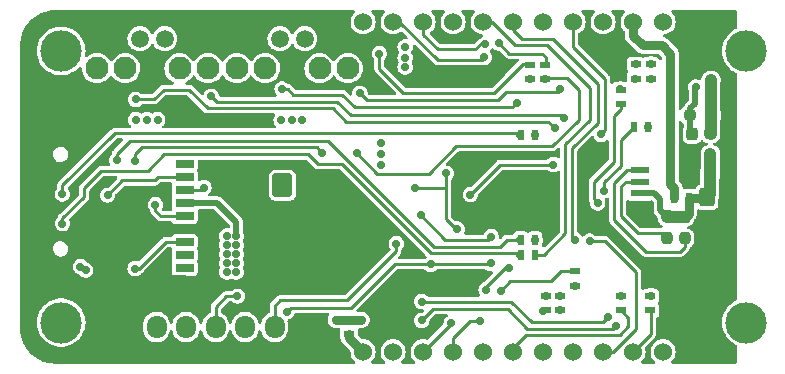
<source format=gbr>
%TF.GenerationSoftware,KiCad,Pcbnew,7.0.6*%
%TF.CreationDate,2023-10-11T20:15:21+08:00*%
%TF.ProjectId,PCB_ESP32WROOM32E_RPI_Zero_Form_Hackster,5043425f-4553-4503-9332-57524f4f4d33,rev?*%
%TF.SameCoordinates,Original*%
%TF.FileFunction,Copper,L4,Bot*%
%TF.FilePolarity,Positive*%
%FSLAX46Y46*%
G04 Gerber Fmt 4.6, Leading zero omitted, Abs format (unit mm)*
G04 Created by KiCad (PCBNEW 7.0.6) date 2023-10-11 20:15:21*
%MOMM*%
%LPD*%
G01*
G04 APERTURE LIST*
G04 Aperture macros list*
%AMRoundRect*
0 Rectangle with rounded corners*
0 $1 Rounding radius*
0 $2 $3 $4 $5 $6 $7 $8 $9 X,Y pos of 4 corners*
0 Add a 4 corners polygon primitive as box body*
4,1,4,$2,$3,$4,$5,$6,$7,$8,$9,$2,$3,0*
0 Add four circle primitives for the rounded corners*
1,1,$1+$1,$2,$3*
1,1,$1+$1,$4,$5*
1,1,$1+$1,$6,$7*
1,1,$1+$1,$8,$9*
0 Add four rect primitives between the rounded corners*
20,1,$1+$1,$2,$3,$4,$5,0*
20,1,$1+$1,$4,$5,$6,$7,0*
20,1,$1+$1,$6,$7,$8,$9,0*
20,1,$1+$1,$8,$9,$2,$3,0*%
G04 Aperture macros list end*
%TA.AperFunction,ComponentPad*%
%ADD10RoundRect,0.250000X0.600000X0.725000X-0.600000X0.725000X-0.600000X-0.725000X0.600000X-0.725000X0*%
%TD*%
%TA.AperFunction,ComponentPad*%
%ADD11O,1.700000X1.950000*%
%TD*%
%TA.AperFunction,ComponentPad*%
%ADD12R,1.508000X1.508000*%
%TD*%
%TA.AperFunction,ComponentPad*%
%ADD13C,1.508000*%
%TD*%
%TA.AperFunction,ComponentPad*%
%ADD14C,1.950000*%
%TD*%
%TA.AperFunction,ComponentPad*%
%ADD15RoundRect,0.250000X0.600000X0.750000X-0.600000X0.750000X-0.600000X-0.750000X0.600000X-0.750000X0*%
%TD*%
%TA.AperFunction,ComponentPad*%
%ADD16O,1.700000X2.000000*%
%TD*%
%TA.AperFunction,ComponentPad*%
%ADD17C,3.500000*%
%TD*%
%TA.AperFunction,ComponentPad*%
%ADD18R,1.524000X1.524000*%
%TD*%
%TA.AperFunction,ComponentPad*%
%ADD19C,1.524000*%
%TD*%
%TA.AperFunction,SMDPad,CuDef*%
%ADD20R,0.900000X0.600000*%
%TD*%
%TA.AperFunction,SMDPad,CuDef*%
%ADD21R,1.550000X0.600000*%
%TD*%
%TA.AperFunction,SMDPad,CuDef*%
%ADD22R,1.800000X0.800000*%
%TD*%
%TA.AperFunction,SMDPad,CuDef*%
%ADD23R,0.600000X0.900000*%
%TD*%
%TA.AperFunction,SMDPad,CuDef*%
%ADD24RoundRect,0.237500X0.237500X-0.250000X0.237500X0.250000X-0.237500X0.250000X-0.237500X-0.250000X0*%
%TD*%
%TA.AperFunction,SMDPad,CuDef*%
%ADD25RoundRect,0.237500X-0.300000X-0.237500X0.300000X-0.237500X0.300000X0.237500X-0.300000X0.237500X0*%
%TD*%
%TA.AperFunction,SMDPad,CuDef*%
%ADD26RoundRect,0.237500X-0.237500X0.250000X-0.237500X-0.250000X0.237500X-0.250000X0.237500X0.250000X0*%
%TD*%
%TA.AperFunction,SMDPad,CuDef*%
%ADD27RoundRect,0.237500X-0.250000X-0.237500X0.250000X-0.237500X0.250000X0.237500X-0.250000X0.237500X0*%
%TD*%
%TA.AperFunction,SMDPad,CuDef*%
%ADD28RoundRect,0.250000X-0.425000X0.537500X-0.425000X-0.537500X0.425000X-0.537500X0.425000X0.537500X0*%
%TD*%
%TA.AperFunction,SMDPad,CuDef*%
%ADD29R,1.600000X0.700000*%
%TD*%
%TA.AperFunction,SMDPad,CuDef*%
%ADD30R,1.600000X1.400000*%
%TD*%
%TA.AperFunction,SMDPad,CuDef*%
%ADD31R,2.200000X1.400000*%
%TD*%
%TA.AperFunction,SMDPad,CuDef*%
%ADD32R,1.400000X1.800000*%
%TD*%
%TA.AperFunction,SMDPad,CuDef*%
%ADD33RoundRect,0.237500X0.237500X-0.300000X0.237500X0.300000X-0.237500X0.300000X-0.237500X-0.300000X0*%
%TD*%
%TA.AperFunction,ViaPad*%
%ADD34C,0.700000*%
%TD*%
%TA.AperFunction,Conductor*%
%ADD35C,0.800000*%
%TD*%
%TA.AperFunction,Conductor*%
%ADD36C,0.500000*%
%TD*%
%TA.AperFunction,Conductor*%
%ADD37C,1.000000*%
%TD*%
%TA.AperFunction,Conductor*%
%ADD38C,0.250000*%
%TD*%
G04 APERTURE END LIST*
D10*
%TO.P,J4,1,Pin_1*%
%TO.N,GND*%
X91700000Y-107900000D03*
D11*
%TO.P,J4,2,Pin_2*%
%TO.N,/ESP32S3_Minsys/RTS*%
X89200000Y-107900000D03*
%TO.P,J4,3,Pin_3*%
%TO.N,/ESP32S3_Minsys/ESP_TXD*%
X86700000Y-107900000D03*
%TO.P,J4,4,Pin_4*%
%TO.N,/ESP32S3_Minsys/ESP_RXD*%
X84200000Y-107900000D03*
%TO.P,J4,5,Pin_5*%
%TO.N,/ESP32S3_Minsys/DTR*%
X81700000Y-107900000D03*
%TO.P,J4,6,Pin_6*%
%TO.N,/ESP32S3_Minsys/3V3*%
X79200000Y-107900000D03*
%TD*%
D12*
%TO.P,S5,1*%
%TO.N,GND*%
X82300000Y-83500000D03*
D13*
%TO.P,S5,2*%
%TO.N,/ESP32S3_Minsys/IO33*%
X77800000Y-83500000D03*
D14*
%TO.P,S5,SH1*%
%TO.N,N/C*%
X83550000Y-86000000D03*
%TO.P,S5,SH2*%
X76550000Y-86000000D03*
%TD*%
D15*
%TO.P,J1,1,Pin_1*%
%TO.N,/ESP32S3_Minsys/5V*%
X89850000Y-95900000D03*
D16*
%TO.P,J1,2,Pin_2*%
%TO.N,GND*%
X87350000Y-95900000D03*
%TD*%
D17*
%TO.P,Coral_Dev_Board1,*%
%TO.N,*%
X129130000Y-107530000D03*
X129130000Y-84530000D03*
X71130000Y-107530000D03*
X71130000Y-84530000D03*
D18*
%TO.P,Coral_Dev_Board1,1,Pin_1*%
%TO.N,GND*%
X124630000Y-82060000D03*
D19*
%TO.P,Coral_Dev_Board1,2,Pin_2*%
%TO.N,unconnected-(Coral_Dev_Board1-Pin_2-Pad2)*%
X122090000Y-82060000D03*
%TO.P,Coral_Dev_Board1,3,Pin_3*%
%TO.N,Net-(Coral_Dev_Board1-Pin_3)*%
X119550000Y-82060000D03*
%TO.P,Coral_Dev_Board1,4,Pin_4*%
%TO.N,unconnected-(Coral_Dev_Board1-Pin_4-Pad4)*%
X117010000Y-82060000D03*
%TO.P,Coral_Dev_Board1,5,Pin_5*%
%TO.N,Net-(Coral_Dev_Board1-Pin_5)*%
X114470000Y-82060000D03*
%TO.P,Coral_Dev_Board1,6,Pin_6*%
%TO.N,Net-(Coral_Dev_Board1-Pin_6)*%
X111930000Y-82060000D03*
%TO.P,Coral_Dev_Board1,7,Pin_7*%
%TO.N,Net-(Coral_Dev_Board1-Pin_7)*%
X109390000Y-82060000D03*
%TO.P,Coral_Dev_Board1,8,Pin_8*%
%TO.N,Net-(Coral_Dev_Board1-Pin_8)*%
X106850000Y-82060000D03*
%TO.P,Coral_Dev_Board1,9,Pin_9*%
%TO.N,unconnected-(Coral_Dev_Board1-Pin_9-Pad9)*%
X104310000Y-82060000D03*
%TO.P,Coral_Dev_Board1,10,Pin_10*%
%TO.N,Net-(Coral_Dev_Board1-Pin_10)*%
X101770000Y-82060000D03*
%TO.P,Coral_Dev_Board1,11,Pin_11*%
%TO.N,Net-(Coral_Dev_Board1-Pin_11)*%
X99230000Y-82060000D03*
%TO.P,Coral_Dev_Board1,12,Pin_12*%
%TO.N,Net-(Coral_Dev_Board1-Pin_12)*%
X96690000Y-82060000D03*
D18*
%TO.P,Coral_Dev_Board1,13,Pin_13*%
%TO.N,GND*%
X124630000Y-110000000D03*
D19*
%TO.P,Coral_Dev_Board1,14,Pin_14*%
%TO.N,unconnected-(Coral_Dev_Board1-Pin_14-Pad14)*%
X122090000Y-110000000D03*
%TO.P,Coral_Dev_Board1,15,Pin_15*%
%TO.N,Net-(Coral_Dev_Board1-Pin_15)*%
X119550000Y-110000000D03*
%TO.P,Coral_Dev_Board1,16,Pin_16*%
%TO.N,Net-(Coral_Dev_Board1-Pin_16)*%
X117010000Y-110000000D03*
%TO.P,Coral_Dev_Board1,17,Pin_17*%
%TO.N,Net-(Coral_Dev_Board1-Pin_17)*%
X114470000Y-110000000D03*
%TO.P,Coral_Dev_Board1,18,Pin_18*%
%TO.N,Net-(Coral_Dev_Board1-Pin_18)*%
X111930000Y-110000000D03*
%TO.P,Coral_Dev_Board1,19,Pin_19*%
%TO.N,Net-(Coral_Dev_Board1-Pin_19)*%
X109390000Y-110000000D03*
%TO.P,Coral_Dev_Board1,20,Pin_20*%
%TO.N,Net-(Coral_Dev_Board1-Pin_20)*%
X106850000Y-110000000D03*
%TO.P,Coral_Dev_Board1,21,Pin_21*%
%TO.N,Net-(Coral_Dev_Board1-Pin_21)*%
X104310000Y-110000000D03*
%TO.P,Coral_Dev_Board1,22,Pin_22*%
%TO.N,Net-(Coral_Dev_Board1-Pin_22)*%
X101770000Y-110000000D03*
%TO.P,Coral_Dev_Board1,23,Pin_23*%
%TO.N,Net-(Coral_Dev_Board1-Pin_23)*%
X99230000Y-110000000D03*
%TO.P,Coral_Dev_Board1,24,Pin_24*%
%TO.N,Net-(Coral_Dev_Board1-Pin_24)*%
X96690000Y-110000000D03*
%TD*%
D12*
%TO.P,S6,1*%
%TO.N,GND*%
X94150000Y-83500000D03*
D13*
%TO.P,S6,2*%
%TO.N,/ESP32S3_Minsys/IO26*%
X89650000Y-83500000D03*
D14*
%TO.P,S6,SH1*%
%TO.N,N/C*%
X95400000Y-86000000D03*
%TO.P,S6,SH2*%
X88400000Y-86000000D03*
%TD*%
D12*
%TO.P,S4,1*%
%TO.N,GND*%
X75400000Y-83500000D03*
D13*
%TO.P,S4,2*%
%TO.N,/ESP32S3_Minsys/IO25*%
X79900000Y-83500000D03*
D14*
%TO.P,S4,SH1*%
%TO.N,N/C*%
X74150000Y-86000000D03*
%TO.P,S4,SH2*%
X81150000Y-86000000D03*
%TD*%
D20*
%TO.P,JP13,1,A*%
%TO.N,Net-(Coral_Dev_Board1-Pin_23)*%
X112150000Y-106450000D03*
%TO.P,JP13,2,B*%
%TO.N,/ESP32S3_Minsys/IO4*%
X112150000Y-105250000D03*
%TD*%
%TO.P,JP8,1,A*%
%TO.N,/ESP32S3_Minsys/IO34*%
X121030000Y-86870000D03*
%TO.P,JP8,2,B*%
%TO.N,Net-(Coral_Dev_Board1-Pin_10)*%
X121030000Y-85670000D03*
%TD*%
%TO.P,JP10,1,A*%
%TO.N,Net-(Coral_Dev_Board1-Pin_20)*%
X113400000Y-106450000D03*
%TO.P,JP10,2,B*%
%TO.N,/ESP32S3_Minsys/IO16*%
X113400000Y-105250000D03*
%TD*%
D21*
%TO.P,J2,1,1*%
%TO.N,GND*%
X120100000Y-97600000D03*
%TO.P,J2,2,2*%
%TO.N,/ESP32S3_Minsys/3V3*%
X120100000Y-96600000D03*
%TO.P,J2,3,3*%
%TO.N,/ESP32S3_Minsys/SDA*%
X120100000Y-95600000D03*
%TO.P,J2,4,4*%
%TO.N,/ESP32S3_Minsys/SCL*%
X120100000Y-94600000D03*
D22*
%TO.P,J2,S1,SHIELD*%
%TO.N,GND*%
X116225000Y-98900000D03*
%TO.P,J2,S2,SHIELD*%
X116225000Y-93300000D03*
%TD*%
D23*
%TO.P,JP4,1,A*%
%TO.N,/ESP32S3_Minsys/MISO*%
X110050000Y-101800000D03*
%TO.P,JP4,2,B*%
%TO.N,Net-(Coral_Dev_Board1-Pin_8)*%
X111250000Y-101800000D03*
%TD*%
%TO.P,JP3,1,A*%
%TO.N,/ESP32S3_Minsys/MOSI*%
X110050000Y-100550000D03*
%TO.P,JP3,2,B*%
%TO.N,Net-(Coral_Dev_Board1-Pin_7)*%
X111250000Y-100550000D03*
%TD*%
%TO.P,JP14,1,A*%
%TO.N,/ESP32S3_Minsys/3V3*%
X124240000Y-96960000D03*
%TO.P,JP14,2,B*%
%TO.N,Net-(Coral_Dev_Board1-Pin_3)*%
X123040000Y-96960000D03*
%TD*%
D20*
%TO.P,JP9,1,A*%
%TO.N,/ESP32S3_Minsys/IO35*%
X119760000Y-86870000D03*
%TO.P,JP9,2,B*%
%TO.N,Net-(Coral_Dev_Board1-Pin_11)*%
X119760000Y-85670000D03*
%TD*%
D24*
%TO.P,R21,1*%
%TO.N,/ESP32S3_Minsys/SDA*%
X122410000Y-100362500D03*
%TO.P,R21,2*%
%TO.N,/ESP32S3_Minsys/3V3*%
X122410000Y-98537500D03*
%TD*%
D20*
%TO.P,JP6,1,A*%
%TO.N,Net-(Coral_Dev_Board1-Pin_16)*%
X118490000Y-89000000D03*
%TO.P,JP6,2,B*%
%TO.N,/ESP32S3_Minsys/IO32*%
X118490000Y-87800000D03*
%TD*%
%TO.P,JP11,1,A*%
%TO.N,Net-(Coral_Dev_Board1-Pin_21)*%
X114650000Y-103200000D03*
%TO.P,JP11,2,B*%
%TO.N,/ESP32S3_Minsys/IO17*%
X114650000Y-104400000D03*
%TD*%
D25*
%TO.P,C17,1*%
%TO.N,GND*%
X124317500Y-94932500D03*
%TO.P,C17,2*%
%TO.N,/ESP32S3_Minsys/3V3*%
X126042500Y-94932500D03*
%TD*%
D26*
%TO.P,R9,1*%
%TO.N,/ESP32S3_Minsys/ESP_3V3*%
X126100000Y-91510000D03*
%TO.P,R9,2*%
%TO.N,/ESP32S3_Minsys/3V3*%
X126100000Y-93335000D03*
%TD*%
D27*
%TO.P,R10,1*%
%TO.N,/ESP32S3_Minsys/CHIP_PU*%
X124347500Y-89982500D03*
%TO.P,R10,2*%
%TO.N,/ESP32S3_Minsys/ESP_3V3*%
X126172500Y-89982500D03*
%TD*%
D20*
%TO.P,JP16,1,A*%
%TO.N,/ESP32S3_Minsys/IO12*%
X110850000Y-86900000D03*
%TO.P,JP16,2,B*%
%TO.N,Net-(Coral_Dev_Board1-Pin_12)*%
X110850000Y-85700000D03*
%TD*%
D24*
%TO.P,R22,1*%
%TO.N,/ESP32S3_Minsys/SCL*%
X123940000Y-100382500D03*
%TO.P,R22,2*%
%TO.N,/ESP32S3_Minsys/3V3*%
X123940000Y-98557500D03*
%TD*%
D20*
%TO.P,JP2,1,A*%
%TO.N,/ESP32S3_Minsys/SCK*%
X112100000Y-86900000D03*
%TO.P,JP2,2,B*%
%TO.N,Net-(Coral_Dev_Board1-Pin_6)*%
X112100000Y-85700000D03*
%TD*%
%TO.P,JP15,1,A*%
%TO.N,Net-(Coral_Dev_Board1-Pin_24)*%
X95500000Y-108500000D03*
%TO.P,JP15,2,B*%
%TO.N,/ESP32S3_Minsys/5V*%
X95500000Y-107300000D03*
%TD*%
%TO.P,JP5,1,A*%
%TO.N,Net-(Coral_Dev_Board1-Pin_15)*%
X121000000Y-106500000D03*
%TO.P,JP5,2,B*%
%TO.N,/ESP32S3_Minsys/IO21*%
X121000000Y-105300000D03*
%TD*%
D28*
%TO.P,C13,1*%
%TO.N,/ESP32S3_Minsys/3V3*%
X125800000Y-96925000D03*
%TO.P,C13,2*%
%TO.N,GND*%
X125800000Y-99800000D03*
%TD*%
D20*
%TO.P,JP7,1,A*%
%TO.N,Net-(Coral_Dev_Board1-Pin_19)*%
X118490000Y-106460000D03*
%TO.P,JP7,2,B*%
%TO.N,/ESP32S3_Minsys/IO19*%
X118490000Y-105260000D03*
%TD*%
D29*
%TO.P,P2,1,DAT2*%
%TO.N,unconnected-(P2-DAT2-Pad1)*%
X81570000Y-94100000D03*
%TO.P,P2,2,SPI_CS*%
%TO.N,/ESP32S3_Minsys/SPI_CS*%
X81570000Y-95200000D03*
%TO.P,P2,3,SPI_MOSI*%
%TO.N,/ESP32S3_Minsys/SPI_MOSI*%
X81570000Y-96300000D03*
%TO.P,P2,4,VDD*%
%TO.N,/ESP32S3_Minsys/3V3*%
X81570000Y-97400000D03*
%TO.P,P2,5,SPI_CLK*%
%TO.N,/ESP32S3_Minsys/SPI_CLK*%
X81570000Y-98500000D03*
%TO.P,P2,6,GND*%
%TO.N,GND*%
X81570000Y-99600000D03*
%TO.P,P2,7,SPI_MISO*%
%TO.N,/ESP32S3_Minsys/SPI_MISO*%
X81570000Y-100700000D03*
%TO.P,P2,8,DAT1*%
%TO.N,unconnected-(P2-DAT1-Pad8)*%
X81570000Y-101800000D03*
%TO.P,P2,9,CD*%
%TO.N,unconnected-(P2-CD-Pad9)*%
X81570000Y-102900000D03*
D30*
%TO.P,P2,G1,GND*%
%TO.N,GND*%
X80970000Y-104200000D03*
D31*
%TO.P,P2,G2,GND*%
X71470000Y-104200000D03*
%TO.P,P2,G3,GND*%
X71470000Y-88500000D03*
D32*
%TO.P,P2,G4,GND*%
X81070000Y-89400000D03*
%TD*%
D23*
%TO.P,JP12,1,A*%
%TO.N,Net-(Coral_Dev_Board1-Pin_22)*%
X119600000Y-91000000D03*
%TO.P,JP12,2,B*%
%TO.N,/ESP32S3_Minsys/SVN*%
X120800000Y-91000000D03*
%TD*%
D33*
%TO.P,C19,1*%
%TO.N,GND*%
X124540000Y-93285000D03*
%TO.P,C19,2*%
%TO.N,/ESP32S3_Minsys/CHIP_PU*%
X124540000Y-91560000D03*
%TD*%
D23*
%TO.P,JP1,1,A*%
%TO.N,/ESP32S3_Minsys/CS*%
X110050000Y-91650000D03*
%TO.P,JP1,2,B*%
%TO.N,Net-(Coral_Dev_Board1-Pin_5)*%
X111250000Y-91650000D03*
%TD*%
D12*
%TO.P,S3,1*%
%TO.N,GND*%
X87250000Y-83500000D03*
D13*
%TO.P,S3,2*%
%TO.N,/ESP32S3_Minsys/IO27*%
X91750000Y-83500000D03*
D14*
%TO.P,S3,SH1*%
%TO.N,N/C*%
X86000000Y-86000000D03*
%TO.P,S3,SH2*%
X93000000Y-86000000D03*
%TD*%
D34*
%TO.N,GND*%
X76650000Y-81650000D03*
X99700000Y-104300000D03*
X74600000Y-108850000D03*
X105050000Y-83350000D03*
X73900000Y-108850000D03*
X126200000Y-99350000D03*
X69200000Y-90400000D03*
X68350000Y-97200000D03*
X72150000Y-104150000D03*
X75300000Y-109600000D03*
X93800000Y-81700000D03*
X75300000Y-110350000D03*
X126200000Y-100750000D03*
X75300000Y-108850000D03*
X116550000Y-93300000D03*
X125750000Y-107950000D03*
X125350000Y-84200000D03*
X105750000Y-83350000D03*
X69100000Y-97200000D03*
X112150000Y-96000000D03*
X116050000Y-83700000D03*
X115850000Y-93300000D03*
X75950000Y-81650000D03*
X69200000Y-91100000D03*
X71450000Y-104150000D03*
X126050000Y-84950000D03*
X69100000Y-103450000D03*
X74600000Y-109600000D03*
X73900000Y-110350000D03*
X72150000Y-104900000D03*
X112900000Y-96000000D03*
X70750000Y-88850000D03*
X68450000Y-90400000D03*
X112150000Y-97400000D03*
X73900000Y-109600000D03*
X124350000Y-107200000D03*
X124525000Y-93100000D03*
X72150000Y-88100000D03*
X124150000Y-95025000D03*
X75300000Y-108100000D03*
X68350000Y-102750000D03*
X70750000Y-88100000D03*
X80950000Y-81550000D03*
X70750000Y-104900000D03*
X89050000Y-81700000D03*
X72150000Y-88850000D03*
X106000000Y-87250000D03*
X100400000Y-104300000D03*
X120600000Y-99050000D03*
X105300000Y-87250000D03*
X124650000Y-84200000D03*
X93100000Y-81700000D03*
X70750000Y-104150000D03*
X68350000Y-103450000D03*
X124525000Y-94475000D03*
X116750000Y-83700000D03*
X124525000Y-93775000D03*
X120600000Y-97650000D03*
X100400000Y-103550000D03*
X112900000Y-97400000D03*
X69100000Y-102050000D03*
X68350000Y-96500000D03*
X69100000Y-96500000D03*
X125050000Y-107200000D03*
X68450000Y-91100000D03*
X75250000Y-81650000D03*
X71450000Y-88850000D03*
X117450000Y-83700000D03*
X69100000Y-95800000D03*
X74600000Y-110350000D03*
X99700000Y-103550000D03*
X90450000Y-81700000D03*
X69100000Y-102750000D03*
X68450000Y-91800000D03*
X106700000Y-87250000D03*
X74600000Y-108100000D03*
X126050000Y-84200000D03*
X68350000Y-95800000D03*
X125750000Y-107200000D03*
X125050000Y-107950000D03*
X112150000Y-96700000D03*
X120600000Y-98350000D03*
X69200000Y-91800000D03*
X125350000Y-84950000D03*
X73900000Y-108100000D03*
X81650000Y-81550000D03*
X112900000Y-96700000D03*
X124350000Y-107950000D03*
X124650000Y-84950000D03*
X71450000Y-104900000D03*
X89750000Y-81700000D03*
X92400000Y-81700000D03*
X126200000Y-100050000D03*
X82350000Y-81550000D03*
X68350000Y-102050000D03*
X71450000Y-88100000D03*
%TO.N,/ESP32S3_Minsys/5V*%
X94950000Y-107300000D03*
X95500000Y-107300000D03*
X96600000Y-107300000D03*
X94400000Y-107300000D03*
X96050000Y-107300000D03*
%TO.N,/ESP32S3_Minsys/3V3*%
X85150000Y-100200000D03*
X85150000Y-103250000D03*
X100250000Y-85100000D03*
X85950000Y-102500000D03*
X85950000Y-100200000D03*
X85150000Y-102500000D03*
X91500000Y-90400000D03*
X126075000Y-93250000D03*
X126075000Y-94700000D03*
X126075000Y-93975000D03*
X126050000Y-96150000D03*
X100250000Y-84200000D03*
X89750000Y-90400000D03*
X79300000Y-90350000D03*
X85950000Y-103250000D03*
X77450000Y-90350000D03*
X78400000Y-90350000D03*
X85150000Y-101750000D03*
X85150000Y-100950000D03*
X85950000Y-100950000D03*
X126050000Y-95425000D03*
X98200000Y-93300000D03*
X73200000Y-103100000D03*
X85950000Y-101750000D03*
X90650000Y-90400000D03*
X98200000Y-94200000D03*
X72750000Y-102800000D03*
X98200000Y-92300000D03*
X100250000Y-85900000D03*
%TO.N,/ESP32S3_Minsys/SPI_CS*%
X75050000Y-96750000D03*
%TO.N,/ESP32S3_Minsys/SPI_MOSI*%
X83200000Y-96100000D03*
%TO.N,/ESP32S3_Minsys/SPI_CLK*%
X79100000Y-97550000D03*
%TO.N,/ESP32S3_Minsys/SPI_MISO*%
X77390000Y-102960000D03*
%TO.N,/ESP32S3_Minsys/CHIP_PU*%
X105773500Y-96697000D03*
X124540000Y-91560000D03*
X124845000Y-87575000D03*
X112800000Y-94150000D03*
%TO.N,Net-(Coral_Dev_Board1-Pin_12)*%
X98070000Y-84760000D03*
%TO.N,/ESP32S3_Minsys/RTS*%
X107550000Y-100250000D03*
X101600000Y-98450000D03*
X99500000Y-100850000D03*
%TO.N,/ESP32S3_Minsys/DTR*%
X90250000Y-106600000D03*
X107480500Y-102524500D03*
X102400000Y-102600000D03*
%TO.N,/ESP32S3_Minsys/ESP_RXD*%
X86050000Y-105300000D03*
%TO.N,/ESP32S3_Minsys/ESP_3V3*%
X126150000Y-87700000D03*
X126150000Y-88400000D03*
X126150000Y-87000000D03*
%TO.N,Net-(Coral_Dev_Board1-Pin_16)*%
X116550000Y-97400000D03*
X115875000Y-100625000D03*
%TO.N,/ESP32S3_Minsys/SDA*%
X122410000Y-100312500D03*
%TO.N,/ESP32S3_Minsys/SCL*%
X123940000Y-100332500D03*
%TO.N,/ESP32S3_Minsys/CS*%
X71226500Y-96644200D03*
X110000000Y-91630000D03*
%TO.N,/ESP32S3_Minsys/IO0*%
X101050000Y-96100000D03*
X103728000Y-94892000D03*
X104650000Y-99600000D03*
%TO.N,/ESP32S3_Minsys/SCK*%
X112100000Y-86950000D03*
X77410000Y-93810000D03*
X96150000Y-93150000D03*
X93240000Y-93160000D03*
%TO.N,/ESP32S3_Minsys/MOSI*%
X75849000Y-93781700D03*
X110000000Y-100510000D03*
%TO.N,Net-(Coral_Dev_Board1-Pin_5)*%
X116850000Y-91600000D03*
X111250000Y-91650000D03*
%TO.N,Net-(Coral_Dev_Board1-Pin_6)*%
X108200000Y-83875500D03*
%TO.N,Net-(Coral_Dev_Board1-Pin_7)*%
X114600000Y-100500000D03*
X111250000Y-100550000D03*
%TO.N,Net-(Coral_Dev_Board1-Pin_10)*%
X107050000Y-83950000D03*
X121050000Y-85650000D03*
%TO.N,Net-(Coral_Dev_Board1-Pin_11)*%
X106950000Y-85075500D03*
X119760000Y-85670000D03*
%TO.N,Net-(Coral_Dev_Board1-Pin_20)*%
X113400000Y-106500000D03*
%TO.N,Net-(Coral_Dev_Board1-Pin_21)*%
X106600000Y-107400000D03*
X108350000Y-104850000D03*
%TO.N,Net-(Coral_Dev_Board1-Pin_22)*%
X117100000Y-96350000D03*
X109000000Y-102950000D03*
X104150000Y-107600000D03*
X107100000Y-104750000D03*
%TO.N,Net-(Coral_Dev_Board1-Pin_23)*%
X111950000Y-106550000D03*
%TO.N,/ESP32S3_Minsys/MISO*%
X110000000Y-101800000D03*
X71237500Y-99150000D03*
%TO.N,/ESP32S3_Minsys/SVN*%
X120800000Y-91000000D03*
%TO.N,/ESP32S3_Minsys/IO21*%
X121050000Y-105250000D03*
%TO.N,/ESP32S3_Minsys/IO19*%
X118490000Y-105260000D03*
%TO.N,/ESP32S3_Minsys/IO16*%
X113400000Y-105250000D03*
%TO.N,/ESP32S3_Minsys/IO27*%
X113400000Y-87750000D03*
X96410000Y-88110000D03*
%TO.N,/ESP32S3_Minsys/IO4*%
X112150000Y-105250000D03*
%TO.N,/ESP32S3_Minsys/IO12*%
X110850000Y-86950000D03*
%TO.N,/ESP32S3_Minsys/IO32*%
X118470000Y-87750000D03*
%TO.N,/ESP32S3_Minsys/IO33*%
X112900000Y-91050000D03*
X77450000Y-88637500D03*
%TO.N,/ESP32S3_Minsys/IO25*%
X83830000Y-88370000D03*
X113700000Y-90200000D03*
%TO.N,/ESP32S3_Minsys/IO26*%
X89825000Y-87760000D03*
X109700000Y-88900000D03*
%TO.N,/ESP32S3_Minsys/IO17*%
X114650000Y-104450000D03*
%TO.N,Net-(IC1-RXD0)*%
X117400000Y-107050000D03*
X101662500Y-105750000D03*
%TO.N,/ESP32S3_Minsys/IO34*%
X121050000Y-86950000D03*
%TO.N,/ESP32S3_Minsys/IO35*%
X119750000Y-86950000D03*
%TO.N,Net-(IC1-TXD0)*%
X118100000Y-107800000D03*
X101662500Y-107350000D03*
%TD*%
D35*
%TO.N,Net-(Coral_Dev_Board1-Pin_3)*%
X122000000Y-84050000D02*
X122700000Y-84750000D01*
X120350000Y-84050000D02*
X122000000Y-84050000D01*
X123040000Y-96140000D02*
X123040000Y-96960000D01*
X122700000Y-95800000D02*
X123040000Y-96140000D01*
X119550000Y-82060000D02*
X119550000Y-83250000D01*
X122700000Y-84750000D02*
X122700000Y-95800000D01*
X119550000Y-83250000D02*
X120350000Y-84050000D01*
%TO.N,GND*%
X124540000Y-94710000D02*
X124317500Y-94932500D01*
X124540000Y-93285000D02*
X124540000Y-94710000D01*
%TO.N,/ESP32S3_Minsys/5V*%
X95500000Y-107300000D02*
X96550000Y-107300000D01*
X95500000Y-107300000D02*
X94400000Y-107300000D01*
D36*
%TO.N,/ESP32S3_Minsys/3V3*%
X121850000Y-98027500D02*
X122410000Y-98587500D01*
D37*
X126100000Y-94875000D02*
X126042500Y-94932500D01*
X123920000Y-98587500D02*
X123940000Y-98607500D01*
D35*
X124240000Y-96960000D02*
X124240000Y-98307500D01*
D36*
X120100000Y-96600000D02*
X121350000Y-96600000D01*
D35*
X125765000Y-96960000D02*
X125800000Y-96925000D01*
X124240000Y-98307500D02*
X123940000Y-98607500D01*
D37*
X126042500Y-94932500D02*
X126042500Y-96682500D01*
D36*
X84350000Y-97400000D02*
X85950000Y-99000000D01*
D37*
X126100000Y-93285000D02*
X126100000Y-94875000D01*
X126042500Y-96682500D02*
X125800000Y-96925000D01*
D36*
X121350000Y-96600000D02*
X121850000Y-97100000D01*
X121850000Y-97100000D02*
X121850000Y-98027500D01*
D37*
X122410000Y-98587500D02*
X123920000Y-98587500D01*
D36*
X85950000Y-99000000D02*
X85950000Y-100200000D01*
X81570000Y-97400000D02*
X84350000Y-97400000D01*
D35*
X124240000Y-96960000D02*
X125765000Y-96960000D01*
D38*
%TO.N,/ESP32S3_Minsys/SPI_CS*%
X75050000Y-96750000D02*
X76300000Y-95500000D01*
X76300000Y-95500000D02*
X79050000Y-95500000D01*
X79350000Y-95200000D02*
X81570000Y-95200000D01*
X79050000Y-95500000D02*
X79350000Y-95200000D01*
%TO.N,/ESP32S3_Minsys/SPI_MOSI*%
X83000000Y-96300000D02*
X81570000Y-96300000D01*
X83200000Y-96100000D02*
X83000000Y-96300000D01*
%TO.N,/ESP32S3_Minsys/SPI_CLK*%
X79550000Y-98500000D02*
X79100000Y-98050000D01*
X79100000Y-98050000D02*
X79100000Y-97550000D01*
X81570000Y-98500000D02*
X79550000Y-98500000D01*
%TO.N,/ESP32S3_Minsys/SPI_MISO*%
X77700000Y-102960000D02*
X77390000Y-102960000D01*
X79960000Y-100700000D02*
X77700000Y-102960000D01*
X81570000Y-100700000D02*
X79960000Y-100700000D01*
%TO.N,/ESP32S3_Minsys/CHIP_PU*%
X108320500Y-94150000D02*
X105773500Y-96697000D01*
D36*
X124397500Y-89982500D02*
X124397500Y-91417500D01*
X124397500Y-91417500D02*
X124540000Y-91560000D01*
X124397500Y-89982500D02*
X124397500Y-89402500D01*
D38*
X112800000Y-94150000D02*
X108320500Y-94150000D01*
D36*
X124800000Y-89000000D02*
X124800000Y-87620000D01*
X124800000Y-87620000D02*
X124845000Y-87575000D01*
X124397500Y-89402500D02*
X124800000Y-89000000D01*
D38*
%TO.N,Net-(Coral_Dev_Board1-Pin_12)*%
X100100000Y-88100000D02*
X98070000Y-86070000D01*
X110880000Y-85660000D02*
X110190000Y-85660000D01*
X98070000Y-86070000D02*
X98070000Y-84760000D01*
X110190000Y-85660000D02*
X107750000Y-88100000D01*
X107750000Y-88100000D02*
X100100000Y-88100000D01*
%TO.N,Net-(Coral_Dev_Board1-Pin_15)*%
X121050000Y-108500000D02*
X119550000Y-110000000D01*
X121050000Y-106450000D02*
X121050000Y-108500000D01*
%TO.N,/ESP32S3_Minsys/RTS*%
X89650000Y-105650000D02*
X95350000Y-105650000D01*
X99500000Y-101500000D02*
X99500000Y-100850000D01*
X107300000Y-100500000D02*
X107550000Y-100250000D01*
X95350000Y-105650000D02*
X99500000Y-101500000D01*
X103650000Y-100500000D02*
X107300000Y-100500000D01*
X101600000Y-98450000D02*
X103650000Y-100500000D01*
X89200000Y-107900000D02*
X89200000Y-106100000D01*
X89200000Y-106100000D02*
X89650000Y-105650000D01*
%TO.N,/ESP32S3_Minsys/DTR*%
X95650000Y-106300000D02*
X99350000Y-102600000D01*
X99350000Y-102600000D02*
X102400000Y-102600000D01*
X90250000Y-106600000D02*
X90550000Y-106300000D01*
X107405000Y-102600000D02*
X102400000Y-102600000D01*
X107480500Y-102524500D02*
X107405000Y-102600000D01*
X90550000Y-106300000D02*
X95650000Y-106300000D01*
%TO.N,/ESP32S3_Minsys/ESP_RXD*%
X84200000Y-106200000D02*
X85100000Y-105300000D01*
X84200000Y-107900000D02*
X84200000Y-106200000D01*
X85100000Y-105300000D02*
X86050000Y-105300000D01*
D37*
%TO.N,/ESP32S3_Minsys/ESP_3V3*%
X126122500Y-87027500D02*
X126150000Y-87000000D01*
X126122500Y-89982500D02*
X126122500Y-91537500D01*
X126122500Y-89982500D02*
X126122500Y-87027500D01*
D38*
%TO.N,Net-(Coral_Dev_Board1-Pin_16)*%
X117175000Y-100625000D02*
X119800000Y-103250000D01*
X115875000Y-100625000D02*
X117175000Y-100625000D01*
X117900000Y-90050000D02*
X118490000Y-89460000D01*
X119800000Y-103250000D02*
X119800000Y-108050000D01*
X117850000Y-110000000D02*
X117010000Y-110000000D01*
X118490000Y-89000000D02*
X118490000Y-89460000D01*
X116200000Y-97050000D02*
X116200000Y-95600000D01*
X116550000Y-97400000D02*
X116200000Y-97050000D01*
X119800000Y-108050000D02*
X117850000Y-110000000D01*
X117900000Y-93900000D02*
X117900000Y-90050000D01*
X116200000Y-95600000D02*
X117900000Y-93900000D01*
D35*
%TO.N,Net-(Coral_Dev_Board1-Pin_24)*%
X95500000Y-108810000D02*
X96690000Y-110000000D01*
X95500000Y-108500000D02*
X95500000Y-108810000D01*
D38*
%TO.N,/ESP32S3_Minsys/SDA*%
X122047500Y-99950000D02*
X122410000Y-100312500D01*
X118550000Y-98550000D02*
X119950000Y-99950000D01*
X119950000Y-99950000D02*
X122047500Y-99950000D01*
X118950000Y-95600000D02*
X118550000Y-96000000D01*
X120100000Y-95600000D02*
X118950000Y-95600000D01*
X118550000Y-96000000D02*
X118550000Y-98550000D01*
%TO.N,/ESP32S3_Minsys/SCL*%
X120100000Y-94600000D02*
X119050000Y-94600000D01*
X117950000Y-95700000D02*
X117950000Y-98850000D01*
X123940000Y-101110000D02*
X123940000Y-100332500D01*
X117950000Y-98850000D02*
X120650000Y-101550000D01*
X123500000Y-101550000D02*
X123940000Y-101110000D01*
X120650000Y-101550000D02*
X123500000Y-101550000D01*
X119050000Y-94600000D02*
X117950000Y-95700000D01*
%TO.N,/ESP32S3_Minsys/CS*%
X109870000Y-91500000D02*
X110000000Y-91630000D01*
X71226500Y-95923500D02*
X71226500Y-96644200D01*
X75650000Y-91500000D02*
X109870000Y-91500000D01*
X75650000Y-91500000D02*
X71226500Y-95923500D01*
%TO.N,/ESP32S3_Minsys/IO0*%
X103728000Y-96100000D02*
X103728000Y-94892000D01*
X101050000Y-96100000D02*
X103728000Y-96100000D01*
X104550000Y-99600000D02*
X103728000Y-98778000D01*
X103728000Y-98778000D02*
X103728000Y-96100000D01*
X104650000Y-99600000D02*
X104550000Y-99600000D01*
%TO.N,/ESP32S3_Minsys/SCK*%
X96150000Y-93150000D02*
X96150000Y-93175305D01*
X113940000Y-86840000D02*
X112150000Y-86840000D01*
X77410000Y-93290000D02*
X77410000Y-93810000D01*
X114950000Y-87850000D02*
X113940000Y-86840000D01*
X114950000Y-90350000D02*
X114950000Y-87850000D01*
X96150000Y-93175305D02*
X97899695Y-94925000D01*
X104575305Y-92600000D02*
X112700000Y-92600000D01*
X97899695Y-94925000D02*
X102250305Y-94925000D01*
X93240000Y-93160000D02*
X92770000Y-92690000D01*
X78010000Y-92690000D02*
X77410000Y-93290000D01*
X112700000Y-92600000D02*
X114950000Y-90350000D01*
X92770000Y-92690000D02*
X78010000Y-92690000D01*
X102250305Y-94925000D02*
X104575305Y-92600000D01*
%TO.N,/ESP32S3_Minsys/MOSI*%
X75849000Y-93221000D02*
X76950000Y-92120000D01*
X102710000Y-101100000D02*
X108300000Y-101100000D01*
X93730000Y-92120000D02*
X102710000Y-101100000D01*
X76950000Y-92120000D02*
X93730000Y-92120000D01*
X108300000Y-101100000D02*
X108890000Y-100510000D01*
X108890000Y-100510000D02*
X110000000Y-100510000D01*
X75849000Y-93781700D02*
X75849000Y-93221000D01*
%TO.N,Net-(Coral_Dev_Board1-Pin_5)*%
X114470000Y-82060000D02*
X114470000Y-84170000D01*
X114470000Y-84170000D02*
X117200000Y-86900000D01*
X117200000Y-86900000D02*
X117200000Y-91250000D01*
X117200000Y-91250000D02*
X116850000Y-91600000D01*
%TO.N,Net-(Coral_Dev_Board1-Pin_6)*%
X108200000Y-83900000D02*
X108200000Y-83875500D01*
X112150000Y-85050000D02*
X111850000Y-84750000D01*
X111850000Y-84750000D02*
X109050000Y-84750000D01*
X109050000Y-84750000D02*
X108200000Y-83900000D01*
X112150000Y-85640000D02*
X112150000Y-85050000D01*
%TO.N,Net-(Coral_Dev_Board1-Pin_7)*%
X109390000Y-82060000D02*
X109390000Y-82790000D01*
X116550000Y-87300000D02*
X116550000Y-90600000D01*
X110100000Y-83500000D02*
X112750000Y-83500000D01*
X112750000Y-83500000D02*
X116550000Y-87300000D01*
X114400000Y-92750000D02*
X114400000Y-100300000D01*
X114400000Y-100300000D02*
X114600000Y-100500000D01*
X116550000Y-90600000D02*
X114400000Y-92750000D01*
X109390000Y-82790000D02*
X110100000Y-83500000D01*
%TO.N,Net-(Coral_Dev_Board1-Pin_8)*%
X107560000Y-82060000D02*
X109550000Y-84050000D01*
X111975000Y-101800000D02*
X111250000Y-101800000D01*
X113800000Y-92450000D02*
X113800000Y-99975000D01*
X115900000Y-87650000D02*
X115900000Y-90350000D01*
X115900000Y-90350000D02*
X113800000Y-92450000D01*
X113800000Y-99975000D02*
X111975000Y-101800000D01*
X109550000Y-84050000D02*
X112300000Y-84050000D01*
X106850000Y-82060000D02*
X107560000Y-82060000D01*
X112300000Y-84050000D02*
X115900000Y-87650000D01*
%TO.N,Net-(Coral_Dev_Board1-Pin_10)*%
X107050000Y-83950000D02*
X106650000Y-83950000D01*
X101770000Y-83170000D02*
X101770000Y-82060000D01*
X106200000Y-84400000D02*
X103000000Y-84400000D01*
X103000000Y-84400000D02*
X101770000Y-83170000D01*
X106650000Y-83950000D02*
X106200000Y-84400000D01*
X121030000Y-85670000D02*
X121050000Y-85650000D01*
%TO.N,Net-(Coral_Dev_Board1-Pin_11)*%
X106950000Y-85075500D02*
X106725500Y-85300000D01*
X99760000Y-82060000D02*
X99230000Y-82060000D01*
X103000000Y-85300000D02*
X99760000Y-82060000D01*
X106725500Y-85300000D02*
X103000000Y-85300000D01*
%TO.N,Net-(Coral_Dev_Board1-Pin_19)*%
X109390000Y-109660000D02*
X109390000Y-110000000D01*
X118490000Y-106460000D02*
X119150000Y-107120000D01*
X118400000Y-108600000D02*
X110450000Y-108600000D01*
X119150000Y-107850000D02*
X118400000Y-108600000D01*
X110450000Y-108600000D02*
X109390000Y-109660000D01*
X119150000Y-107120000D02*
X119150000Y-107850000D01*
%TO.N,Net-(Coral_Dev_Board1-Pin_20)*%
X113400000Y-106450000D02*
X113400000Y-106500000D01*
%TO.N,Net-(Coral_Dev_Board1-Pin_21)*%
X104310000Y-108840000D02*
X105750000Y-107400000D01*
X105750000Y-107400000D02*
X106600000Y-107400000D01*
X112600000Y-104050000D02*
X109150000Y-104050000D01*
X112600000Y-104050000D02*
X113450000Y-103200000D01*
X104310000Y-110000000D02*
X104310000Y-108840000D01*
X109150000Y-104050000D02*
X108350000Y-104850000D01*
X113450000Y-103200000D02*
X114650000Y-103200000D01*
%TO.N,Net-(Coral_Dev_Board1-Pin_22)*%
X101770000Y-110000000D02*
X104150000Y-107620000D01*
X118500000Y-92100000D02*
X119600000Y-91000000D01*
X117100000Y-96350000D02*
X117100000Y-95650000D01*
X107100000Y-104550000D02*
X107100000Y-104750000D01*
X109000000Y-102950000D02*
X108700000Y-102950000D01*
X104150000Y-107620000D02*
X104150000Y-107600000D01*
X107100000Y-104550000D02*
X108700000Y-102950000D01*
X117100000Y-95650000D02*
X118500000Y-94250000D01*
X118500000Y-94250000D02*
X118500000Y-92100000D01*
%TO.N,Net-(Coral_Dev_Board1-Pin_23)*%
X112150000Y-106450000D02*
X112050000Y-106450000D01*
X112050000Y-106450000D02*
X111950000Y-106550000D01*
%TO.N,/ESP32S3_Minsys/MISO*%
X71237500Y-99150000D02*
X71237500Y-98712500D01*
X79850000Y-93300000D02*
X92050000Y-93300000D01*
X74510000Y-94700000D02*
X78450000Y-94700000D01*
X92050000Y-93300000D02*
X92850000Y-94100000D01*
X73080000Y-96870000D02*
X73080000Y-96130000D01*
X94860000Y-94100000D02*
X102410000Y-101650000D01*
X71237500Y-98712500D02*
X73080000Y-96870000D01*
X102410000Y-101650000D02*
X109850000Y-101650000D01*
X78450000Y-94700000D02*
X79850000Y-93300000D01*
X109850000Y-101650000D02*
X110000000Y-101800000D01*
X92850000Y-94100000D02*
X94860000Y-94100000D01*
X73080000Y-96130000D02*
X74510000Y-94700000D01*
%TO.N,/ESP32S3_Minsys/IO27*%
X96990000Y-88690000D02*
X97470000Y-88690000D01*
X108120000Y-88680000D02*
X108800000Y-88000000D01*
X96410000Y-88110000D02*
X96990000Y-88690000D01*
X113150000Y-88000000D02*
X113400000Y-87750000D01*
X97480000Y-88680000D02*
X108120000Y-88680000D01*
X97470000Y-88690000D02*
X97480000Y-88680000D01*
X108800000Y-88000000D02*
X112850000Y-88000000D01*
X112850000Y-88000000D02*
X113150000Y-88000000D01*
%TO.N,/ESP32S3_Minsys/IO33*%
X112380000Y-90530000D02*
X95260000Y-90530000D01*
X112900000Y-91050000D02*
X112380000Y-90530000D01*
X79790000Y-87810000D02*
X78962500Y-88637500D01*
X94130000Y-89400000D02*
X83540000Y-89400000D01*
X95260000Y-90530000D02*
X94130000Y-89400000D01*
X83540000Y-89400000D02*
X81950000Y-87810000D01*
X81950000Y-87810000D02*
X79790000Y-87810000D01*
X78962500Y-88637500D02*
X77450000Y-88637500D01*
%TO.N,/ESP32S3_Minsys/IO25*%
X94490000Y-88820000D02*
X84280000Y-88820000D01*
X113700000Y-90200000D02*
X113470000Y-89970000D01*
X95640000Y-89970000D02*
X94490000Y-88820000D01*
X113470000Y-89970000D02*
X95640000Y-89970000D01*
X84280000Y-88820000D02*
X83830000Y-88370000D01*
%TO.N,/ESP32S3_Minsys/IO26*%
X109280000Y-89320000D02*
X95990000Y-89320000D01*
X109700000Y-88900000D02*
X109280000Y-89320000D01*
X90290000Y-87760000D02*
X89825000Y-87760000D01*
X94910000Y-88240000D02*
X90770000Y-88240000D01*
X95990000Y-89320000D02*
X94910000Y-88240000D01*
X90770000Y-88240000D02*
X90290000Y-87760000D01*
%TO.N,Net-(IC1-RXD0)*%
X109250000Y-105750000D02*
X101662500Y-105750000D01*
X110950000Y-107450000D02*
X109250000Y-105750000D01*
X117400000Y-107050000D02*
X117000000Y-107450000D01*
X117000000Y-107450000D02*
X110950000Y-107450000D01*
%TO.N,Net-(IC1-TXD0)*%
X108950000Y-106400000D02*
X102612500Y-106400000D01*
X118100000Y-107800000D02*
X117850000Y-108050000D01*
X102612500Y-106400000D02*
X101662500Y-107350000D01*
X110600000Y-108050000D02*
X108950000Y-106400000D01*
X117850000Y-108050000D02*
X110600000Y-108050000D01*
%TD*%
%TA.AperFunction,Conductor*%
%TO.N,GND*%
G36*
X95959640Y-81075185D02*
G01*
X96005395Y-81127989D01*
X96015339Y-81197147D01*
X95986314Y-81260703D01*
X95971266Y-81275353D01*
X95935063Y-81305063D01*
X95802291Y-81466846D01*
X95703629Y-81651428D01*
X95642872Y-81851715D01*
X95622359Y-82060000D01*
X95642872Y-82268284D01*
X95673250Y-82368427D01*
X95703628Y-82468569D01*
X95784021Y-82618974D01*
X95802291Y-82653153D01*
X95935063Y-82814936D01*
X96096846Y-82947708D01*
X96096850Y-82947711D01*
X96281431Y-83046372D01*
X96481714Y-83107127D01*
X96690000Y-83127641D01*
X96898286Y-83107127D01*
X97098569Y-83046372D01*
X97283150Y-82947711D01*
X97444936Y-82814936D01*
X97577711Y-82653150D01*
X97676372Y-82468569D01*
X97737127Y-82268286D01*
X97757641Y-82060000D01*
X97737127Y-81851714D01*
X97676372Y-81651431D01*
X97577711Y-81466850D01*
X97567171Y-81454007D01*
X97444936Y-81305063D01*
X97408734Y-81275353D01*
X97369400Y-81217607D01*
X97367529Y-81147763D01*
X97403717Y-81087994D01*
X97466473Y-81057279D01*
X97487399Y-81055500D01*
X98432601Y-81055500D01*
X98499640Y-81075185D01*
X98545395Y-81127989D01*
X98555339Y-81197147D01*
X98526314Y-81260703D01*
X98511266Y-81275353D01*
X98475063Y-81305063D01*
X98342291Y-81466846D01*
X98243629Y-81651428D01*
X98182872Y-81851715D01*
X98162359Y-82060000D01*
X98182872Y-82268284D01*
X98213250Y-82368427D01*
X98243628Y-82468569D01*
X98324021Y-82618974D01*
X98342291Y-82653153D01*
X98475063Y-82814936D01*
X98636846Y-82947708D01*
X98636850Y-82947711D01*
X98821431Y-83046372D01*
X99021714Y-83107127D01*
X99230000Y-83127641D01*
X99438286Y-83107127D01*
X99638569Y-83046372D01*
X99823150Y-82947711D01*
X99858653Y-82918573D01*
X99922959Y-82891261D01*
X99991827Y-82903051D01*
X100024998Y-82926746D01*
X100437716Y-83339464D01*
X100471201Y-83400787D01*
X100466217Y-83470479D01*
X100424345Y-83526412D01*
X100358881Y-83550829D01*
X100335091Y-83550241D01*
X100328987Y-83549500D01*
X100328985Y-83549500D01*
X100171015Y-83549500D01*
X100171014Y-83549500D01*
X100017634Y-83587303D01*
X99877762Y-83660715D01*
X99877759Y-83660717D01*
X99877760Y-83660717D01*
X99763869Y-83761615D01*
X99759516Y-83765471D01*
X99669781Y-83895475D01*
X99669780Y-83895476D01*
X99613762Y-84043181D01*
X99594722Y-84199999D01*
X99594722Y-84200000D01*
X99613762Y-84356818D01*
X99663588Y-84488196D01*
X99669780Y-84504523D01*
X99694315Y-84540068D01*
X99721574Y-84579560D01*
X99743457Y-84645915D01*
X99725991Y-84713566D01*
X99721574Y-84720440D01*
X99669781Y-84795475D01*
X99669780Y-84795476D01*
X99613762Y-84943181D01*
X99594722Y-85099999D01*
X99594722Y-85100000D01*
X99613762Y-85256818D01*
X99669780Y-85404523D01*
X99669782Y-85404527D01*
X99687062Y-85429562D01*
X99708944Y-85495916D01*
X99691478Y-85563568D01*
X99687062Y-85570438D01*
X99669782Y-85595472D01*
X99669780Y-85595476D01*
X99613762Y-85743181D01*
X99594722Y-85899999D01*
X99594722Y-85900000D01*
X99613762Y-86056818D01*
X99657736Y-86172765D01*
X99669780Y-86204523D01*
X99759517Y-86334530D01*
X99877760Y-86439283D01*
X99877762Y-86439284D01*
X100017634Y-86512696D01*
X100171014Y-86550500D01*
X100171015Y-86550500D01*
X100328985Y-86550500D01*
X100482365Y-86512696D01*
X100506538Y-86500009D01*
X100622240Y-86439283D01*
X100740483Y-86334530D01*
X100830220Y-86204523D01*
X100886237Y-86056818D01*
X100905278Y-85900000D01*
X100886237Y-85743182D01*
X100879486Y-85725382D01*
X100854496Y-85659487D01*
X100830220Y-85595477D01*
X100812937Y-85570438D01*
X100791055Y-85504086D01*
X100808520Y-85436435D01*
X100812925Y-85429577D01*
X100830220Y-85404523D01*
X100886237Y-85256818D01*
X100905278Y-85100000D01*
X100901929Y-85072414D01*
X100886237Y-84943181D01*
X100835621Y-84809719D01*
X100830220Y-84795477D01*
X100778423Y-84720436D01*
X100756542Y-84654086D01*
X100774007Y-84586435D01*
X100778403Y-84579592D01*
X100830220Y-84504523D01*
X100886237Y-84356818D01*
X100905278Y-84200000D01*
X100894281Y-84109432D01*
X100905741Y-84040510D01*
X100952645Y-83988724D01*
X101020101Y-83970517D01*
X101086692Y-83991669D01*
X101105058Y-84006805D01*
X102651472Y-85553220D01*
X102746780Y-85648528D01*
X102768299Y-85659492D01*
X102784878Y-85669651D01*
X102804419Y-85683849D01*
X102827381Y-85691309D01*
X102845354Y-85698753D01*
X102866874Y-85709719D01*
X102890724Y-85713495D01*
X102909645Y-85718039D01*
X102927908Y-85723973D01*
X102932607Y-85725500D01*
X102932608Y-85725500D01*
X106792893Y-85725500D01*
X106802533Y-85723973D01*
X106802756Y-85725382D01*
X106860069Y-85723302D01*
X106871015Y-85726000D01*
X106871016Y-85726000D01*
X107028985Y-85726000D01*
X107182365Y-85688196D01*
X107190647Y-85683849D01*
X107322240Y-85614783D01*
X107440483Y-85510030D01*
X107530220Y-85380023D01*
X107586237Y-85232318D01*
X107605278Y-85075500D01*
X107604904Y-85072415D01*
X107586237Y-84918681D01*
X107544967Y-84809862D01*
X107530220Y-84770977D01*
X107440483Y-84640970D01*
X107440481Y-84640967D01*
X107439393Y-84639739D01*
X107438880Y-84638648D01*
X107436222Y-84634797D01*
X107436862Y-84634354D01*
X107409675Y-84576504D01*
X107418863Y-84507241D01*
X107449985Y-84464702D01*
X107540483Y-84384530D01*
X107557025Y-84360563D01*
X107611307Y-84316574D01*
X107680755Y-84308914D01*
X107741300Y-84338187D01*
X107793611Y-84384530D01*
X107827762Y-84414785D01*
X107967634Y-84488196D01*
X108121014Y-84526000D01*
X108121015Y-84526000D01*
X108172890Y-84526000D01*
X108239929Y-84545685D01*
X108260571Y-84562319D01*
X108701472Y-85003220D01*
X108796780Y-85098528D01*
X108818294Y-85109490D01*
X108834884Y-85119656D01*
X108854420Y-85133850D01*
X108877383Y-85141311D01*
X108895359Y-85148756D01*
X108916874Y-85159719D01*
X108940728Y-85163496D01*
X108959639Y-85168036D01*
X108982607Y-85175500D01*
X109016512Y-85175500D01*
X109773390Y-85175500D01*
X109840429Y-85195185D01*
X109886184Y-85247989D01*
X109896128Y-85317147D01*
X109867103Y-85380703D01*
X109861081Y-85387170D01*
X109854803Y-85393448D01*
X109848539Y-85399712D01*
X109848538Y-85399713D01*
X109841470Y-85406780D01*
X109841470Y-85406781D01*
X108710740Y-86537512D01*
X107610071Y-87638181D01*
X107548748Y-87671666D01*
X107522390Y-87674500D01*
X100327610Y-87674500D01*
X100260571Y-87654815D01*
X100239929Y-87638181D01*
X98531819Y-85930071D01*
X98498334Y-85868748D01*
X98495500Y-85842390D01*
X98495500Y-85307907D01*
X98515185Y-85240868D01*
X98537270Y-85215094D01*
X98560483Y-85194530D01*
X98650220Y-85064523D01*
X98706237Y-84916818D01*
X98725278Y-84760000D01*
X98722260Y-84735140D01*
X98706237Y-84603181D01*
X98668821Y-84504524D01*
X98650220Y-84455477D01*
X98560483Y-84325470D01*
X98442240Y-84220717D01*
X98442238Y-84220716D01*
X98442237Y-84220715D01*
X98302365Y-84147303D01*
X98148986Y-84109500D01*
X98148985Y-84109500D01*
X97991015Y-84109500D01*
X97991014Y-84109500D01*
X97837634Y-84147303D01*
X97697762Y-84220715D01*
X97579516Y-84325471D01*
X97489781Y-84455475D01*
X97489780Y-84455476D01*
X97433762Y-84603181D01*
X97414722Y-84759999D01*
X97414722Y-84760000D01*
X97433762Y-84916818D01*
X97468065Y-85007265D01*
X97489780Y-85064523D01*
X97503577Y-85084511D01*
X97579515Y-85194528D01*
X97579516Y-85194529D01*
X97579517Y-85194530D01*
X97602727Y-85215092D01*
X97639853Y-85274279D01*
X97644500Y-85307907D01*
X97644500Y-86137394D01*
X97651962Y-86160358D01*
X97656503Y-86179273D01*
X97656986Y-86182319D01*
X97660281Y-86203127D01*
X97671243Y-86224641D01*
X97678688Y-86242615D01*
X97681805Y-86252206D01*
X97686151Y-86265581D01*
X97691435Y-86272853D01*
X97700341Y-86285111D01*
X97710508Y-86301703D01*
X97721469Y-86323216D01*
X97721471Y-86323219D01*
X97721472Y-86323220D01*
X97745446Y-86347193D01*
X97745446Y-86347194D01*
X98586546Y-87188294D01*
X99441071Y-88042819D01*
X99474556Y-88104142D01*
X99469572Y-88173834D01*
X99427700Y-88229767D01*
X99362236Y-88254184D01*
X99353390Y-88254500D01*
X97412605Y-88254500D01*
X97400509Y-88258431D01*
X97362190Y-88264500D01*
X97217610Y-88264500D01*
X97150571Y-88244815D01*
X97129929Y-88228181D01*
X97101597Y-88199849D01*
X97068112Y-88138526D01*
X97065278Y-88112168D01*
X97065278Y-88109999D01*
X97046237Y-87953181D01*
X97024992Y-87897164D01*
X96990220Y-87805477D01*
X96900483Y-87675470D01*
X96782240Y-87570717D01*
X96782238Y-87570716D01*
X96782237Y-87570715D01*
X96642365Y-87497303D01*
X96488986Y-87459500D01*
X96488985Y-87459500D01*
X96331015Y-87459500D01*
X96331014Y-87459500D01*
X96177634Y-87497303D01*
X96037762Y-87570715D01*
X95919516Y-87675471D01*
X95829781Y-87805475D01*
X95829780Y-87805476D01*
X95773762Y-87953181D01*
X95754722Y-88109999D01*
X95754722Y-88110000D01*
X95762954Y-88177802D01*
X95751493Y-88246726D01*
X95704589Y-88298511D01*
X95637133Y-88316718D01*
X95570542Y-88295565D01*
X95552177Y-88280429D01*
X95369962Y-88098214D01*
X95187194Y-87915446D01*
X95187193Y-87915446D01*
X95163220Y-87891472D01*
X95163219Y-87891471D01*
X95163216Y-87891469D01*
X95141703Y-87880508D01*
X95125111Y-87870341D01*
X95105581Y-87856151D01*
X95105579Y-87856150D01*
X95105580Y-87856150D01*
X95082615Y-87848688D01*
X95064641Y-87841243D01*
X95043127Y-87830281D01*
X95038010Y-87829470D01*
X95019273Y-87826503D01*
X95000358Y-87821962D01*
X94977394Y-87814500D01*
X94977393Y-87814500D01*
X94943488Y-87814500D01*
X90997610Y-87814500D01*
X90930571Y-87794815D01*
X90909929Y-87778181D01*
X90732248Y-87600500D01*
X90567194Y-87435446D01*
X90567193Y-87435446D01*
X90543220Y-87411472D01*
X90543219Y-87411471D01*
X90543216Y-87411469D01*
X90521703Y-87400508D01*
X90505111Y-87390341D01*
X90485581Y-87376151D01*
X90485579Y-87376150D01*
X90485580Y-87376150D01*
X90462615Y-87368688D01*
X90444641Y-87361243D01*
X90423127Y-87350281D01*
X90418010Y-87349470D01*
X90399273Y-87346503D01*
X90380358Y-87341962D01*
X90357388Y-87334498D01*
X90354512Y-87334043D01*
X90351254Y-87332505D01*
X90348111Y-87331484D01*
X90348241Y-87331083D01*
X90291684Y-87304386D01*
X90218996Y-87239991D01*
X90197237Y-87220714D01*
X90057365Y-87147303D01*
X89903986Y-87109500D01*
X89903985Y-87109500D01*
X89746015Y-87109500D01*
X89746014Y-87109500D01*
X89592634Y-87147303D01*
X89452762Y-87220715D01*
X89334516Y-87325471D01*
X89244781Y-87455475D01*
X89244780Y-87455476D01*
X89188762Y-87603181D01*
X89169722Y-87759999D01*
X89169722Y-87760000D01*
X89188762Y-87916818D01*
X89240988Y-88054524D01*
X89244780Y-88064523D01*
X89277667Y-88112168D01*
X89338334Y-88200060D01*
X89360217Y-88266415D01*
X89342751Y-88334066D01*
X89291484Y-88381536D01*
X89236284Y-88394500D01*
X84598107Y-88394500D01*
X84531068Y-88374815D01*
X84485313Y-88322011D01*
X84475011Y-88285446D01*
X84474402Y-88280429D01*
X84466237Y-88213182D01*
X84410220Y-88065477D01*
X84320483Y-87935470D01*
X84202240Y-87830717D01*
X84202238Y-87830716D01*
X84202237Y-87830715D01*
X84062365Y-87757303D01*
X83908986Y-87719500D01*
X83908985Y-87719500D01*
X83751015Y-87719500D01*
X83751014Y-87719500D01*
X83597634Y-87757303D01*
X83457762Y-87830715D01*
X83339516Y-87935471D01*
X83249781Y-88065475D01*
X83249780Y-88065476D01*
X83196100Y-88207019D01*
X83153922Y-88262722D01*
X83088324Y-88286779D01*
X83020134Y-88271552D01*
X82992477Y-88250729D01*
X82603702Y-87861954D01*
X82227194Y-87485446D01*
X82227193Y-87485446D01*
X82203220Y-87461472D01*
X82203219Y-87461471D01*
X82203216Y-87461469D01*
X82181703Y-87450508D01*
X82165111Y-87440341D01*
X82154805Y-87432853D01*
X82145581Y-87426151D01*
X82145579Y-87426150D01*
X82145580Y-87426150D01*
X82122615Y-87418688D01*
X82104641Y-87411243D01*
X82083127Y-87400281D01*
X82078010Y-87399470D01*
X82059273Y-87396503D01*
X82040358Y-87391962D01*
X82017394Y-87384500D01*
X82017393Y-87384500D01*
X81983488Y-87384500D01*
X81758347Y-87384500D01*
X81691308Y-87364815D01*
X81645553Y-87312011D01*
X81635609Y-87242853D01*
X81664634Y-87179297D01*
X81705943Y-87148118D01*
X81722344Y-87140470D01*
X81790186Y-87108835D01*
X81973007Y-86980822D01*
X82130822Y-86823007D01*
X82248426Y-86655050D01*
X82303002Y-86611427D01*
X82372501Y-86604235D01*
X82434855Y-86635757D01*
X82451571Y-86655047D01*
X82569178Y-86823007D01*
X82726993Y-86980822D01*
X82909814Y-87108835D01*
X83112087Y-87203156D01*
X83327666Y-87260920D01*
X83490199Y-87275140D01*
X83549999Y-87280372D01*
X83550000Y-87280372D01*
X83550001Y-87280372D01*
X83609801Y-87275140D01*
X83772334Y-87260920D01*
X83987913Y-87203156D01*
X84190186Y-87108835D01*
X84373007Y-86980822D01*
X84530822Y-86823007D01*
X84658835Y-86640186D01*
X84662617Y-86632074D01*
X84708788Y-86579634D01*
X84775981Y-86560481D01*
X84842863Y-86580695D01*
X84887383Y-86632075D01*
X84891163Y-86640183D01*
X84891164Y-86640184D01*
X84891165Y-86640186D01*
X85019178Y-86823007D01*
X85176993Y-86980822D01*
X85359814Y-87108835D01*
X85562087Y-87203156D01*
X85777666Y-87260920D01*
X85940199Y-87275140D01*
X85999999Y-87280372D01*
X86000000Y-87280372D01*
X86000001Y-87280372D01*
X86059801Y-87275140D01*
X86222334Y-87260920D01*
X86437913Y-87203156D01*
X86640186Y-87108835D01*
X86823007Y-86980822D01*
X86980822Y-86823007D01*
X87098426Y-86655050D01*
X87153002Y-86611427D01*
X87222501Y-86604235D01*
X87284855Y-86635757D01*
X87301571Y-86655047D01*
X87419178Y-86823007D01*
X87576993Y-86980822D01*
X87759814Y-87108835D01*
X87962087Y-87203156D01*
X88177666Y-87260920D01*
X88340199Y-87275140D01*
X88399999Y-87280372D01*
X88400000Y-87280372D01*
X88400001Y-87280372D01*
X88459801Y-87275140D01*
X88622334Y-87260920D01*
X88837913Y-87203156D01*
X89040186Y-87108835D01*
X89223007Y-86980822D01*
X89380822Y-86823007D01*
X89508835Y-86640186D01*
X89603156Y-86437913D01*
X89660920Y-86222334D01*
X89680372Y-86000000D01*
X91719628Y-86000000D01*
X91739079Y-86222329D01*
X91739081Y-86222339D01*
X91796841Y-86437905D01*
X91796843Y-86437909D01*
X91796844Y-86437913D01*
X91891165Y-86640186D01*
X92019178Y-86823007D01*
X92176993Y-86980822D01*
X92359814Y-87108835D01*
X92562087Y-87203156D01*
X92777666Y-87260920D01*
X92940199Y-87275140D01*
X92999999Y-87280372D01*
X93000000Y-87280372D01*
X93000001Y-87280372D01*
X93059801Y-87275140D01*
X93222334Y-87260920D01*
X93437913Y-87203156D01*
X93640186Y-87108835D01*
X93823007Y-86980822D01*
X93980822Y-86823007D01*
X94098426Y-86655050D01*
X94153002Y-86611427D01*
X94222501Y-86604235D01*
X94284855Y-86635757D01*
X94301571Y-86655047D01*
X94419178Y-86823007D01*
X94576993Y-86980822D01*
X94759814Y-87108835D01*
X94962087Y-87203156D01*
X95177666Y-87260920D01*
X95340199Y-87275140D01*
X95399999Y-87280372D01*
X95400000Y-87280372D01*
X95400001Y-87280372D01*
X95459801Y-87275140D01*
X95622334Y-87260920D01*
X95837913Y-87203156D01*
X96040186Y-87108835D01*
X96223007Y-86980822D01*
X96380822Y-86823007D01*
X96508835Y-86640186D01*
X96603156Y-86437913D01*
X96660920Y-86222334D01*
X96680372Y-86000000D01*
X96660920Y-85777666D01*
X96612101Y-85595472D01*
X96603158Y-85562094D01*
X96603157Y-85562093D01*
X96603156Y-85562087D01*
X96508835Y-85359814D01*
X96380822Y-85176993D01*
X96223007Y-85019178D01*
X96040186Y-84891165D01*
X95837913Y-84796844D01*
X95837909Y-84796843D01*
X95837905Y-84796841D01*
X95622339Y-84739081D01*
X95622329Y-84739079D01*
X95400001Y-84719628D01*
X95399999Y-84719628D01*
X95177670Y-84739079D01*
X95177660Y-84739081D01*
X94962094Y-84796841D01*
X94962087Y-84796843D01*
X94962087Y-84796844D01*
X94759814Y-84891165D01*
X94576993Y-85019178D01*
X94576991Y-85019179D01*
X94576988Y-85019182D01*
X94419178Y-85176992D01*
X94301574Y-85344947D01*
X94246997Y-85388572D01*
X94177499Y-85395764D01*
X94115144Y-85364242D01*
X94098426Y-85344947D01*
X94007277Y-85214775D01*
X93980822Y-85176993D01*
X93823007Y-85019178D01*
X93640186Y-84891165D01*
X93437913Y-84796844D01*
X93437909Y-84796843D01*
X93437905Y-84796841D01*
X93222339Y-84739081D01*
X93222329Y-84739079D01*
X93000001Y-84719628D01*
X92999999Y-84719628D01*
X92777670Y-84739079D01*
X92777660Y-84739081D01*
X92562094Y-84796841D01*
X92562087Y-84796843D01*
X92562087Y-84796844D01*
X92359814Y-84891165D01*
X92176993Y-85019178D01*
X92176991Y-85019179D01*
X92176988Y-85019182D01*
X92019182Y-85176988D01*
X92019179Y-85176991D01*
X92019178Y-85176993D01*
X91891165Y-85359814D01*
X91821119Y-85510030D01*
X91796845Y-85562085D01*
X91796841Y-85562094D01*
X91739081Y-85777660D01*
X91739079Y-85777670D01*
X91719628Y-85999999D01*
X91719628Y-86000000D01*
X89680372Y-86000000D01*
X89660920Y-85777666D01*
X89612101Y-85595472D01*
X89603158Y-85562094D01*
X89603157Y-85562093D01*
X89603156Y-85562087D01*
X89508835Y-85359814D01*
X89380822Y-85176993D01*
X89223007Y-85019178D01*
X89040186Y-84891165D01*
X88837913Y-84796844D01*
X88837909Y-84796843D01*
X88837905Y-84796841D01*
X88622339Y-84739081D01*
X88622329Y-84739079D01*
X88400001Y-84719628D01*
X88399999Y-84719628D01*
X88177670Y-84739079D01*
X88177660Y-84739081D01*
X87962094Y-84796841D01*
X87962087Y-84796843D01*
X87962087Y-84796844D01*
X87759814Y-84891165D01*
X87576993Y-85019178D01*
X87576991Y-85019179D01*
X87576988Y-85019182D01*
X87419178Y-85176992D01*
X87301574Y-85344947D01*
X87246997Y-85388572D01*
X87177499Y-85395764D01*
X87115144Y-85364242D01*
X87098426Y-85344947D01*
X87007277Y-85214775D01*
X86980822Y-85176993D01*
X86823007Y-85019178D01*
X86640186Y-84891165D01*
X86437913Y-84796844D01*
X86437909Y-84796843D01*
X86437905Y-84796841D01*
X86222339Y-84739081D01*
X86222329Y-84739079D01*
X86000001Y-84719628D01*
X85999999Y-84719628D01*
X85777670Y-84739079D01*
X85777660Y-84739081D01*
X85562094Y-84796841D01*
X85562087Y-84796843D01*
X85562087Y-84796844D01*
X85359814Y-84891165D01*
X85176993Y-85019178D01*
X85176991Y-85019179D01*
X85176988Y-85019182D01*
X85019182Y-85176988D01*
X85019179Y-85176991D01*
X85019178Y-85176993D01*
X84992723Y-85214775D01*
X84894441Y-85355136D01*
X84891165Y-85359814D01*
X84887380Y-85367929D01*
X84841209Y-85420367D01*
X84774015Y-85439518D01*
X84707134Y-85419302D01*
X84662619Y-85367929D01*
X84658835Y-85359814D01*
X84530822Y-85176993D01*
X84373007Y-85019178D01*
X84190186Y-84891165D01*
X83987913Y-84796844D01*
X83987909Y-84796843D01*
X83987905Y-84796841D01*
X83772339Y-84739081D01*
X83772329Y-84739079D01*
X83550001Y-84719628D01*
X83549999Y-84719628D01*
X83327670Y-84739079D01*
X83327660Y-84739081D01*
X83112094Y-84796841D01*
X83112087Y-84796843D01*
X83112087Y-84796844D01*
X82909814Y-84891165D01*
X82726993Y-85019178D01*
X82726991Y-85019179D01*
X82726988Y-85019182D01*
X82569178Y-85176992D01*
X82451574Y-85344947D01*
X82396997Y-85388572D01*
X82327499Y-85395764D01*
X82265144Y-85364242D01*
X82248426Y-85344947D01*
X82157277Y-85214775D01*
X82130822Y-85176993D01*
X81973007Y-85019178D01*
X81790186Y-84891165D01*
X81587913Y-84796844D01*
X81587909Y-84796843D01*
X81587905Y-84796841D01*
X81372339Y-84739081D01*
X81372329Y-84739079D01*
X81150001Y-84719628D01*
X81149999Y-84719628D01*
X80927670Y-84739079D01*
X80927660Y-84739081D01*
X80712094Y-84796841D01*
X80712087Y-84796843D01*
X80712087Y-84796844D01*
X80509814Y-84891165D01*
X80326993Y-85019178D01*
X80326991Y-85019179D01*
X80326988Y-85019182D01*
X80169182Y-85176988D01*
X80169179Y-85176991D01*
X80169178Y-85176993D01*
X80041165Y-85359814D01*
X79971119Y-85510030D01*
X79946845Y-85562085D01*
X79946841Y-85562094D01*
X79889081Y-85777660D01*
X79889079Y-85777670D01*
X79869628Y-85999999D01*
X79869628Y-86000000D01*
X79889079Y-86222329D01*
X79889081Y-86222339D01*
X79946841Y-86437905D01*
X79946843Y-86437909D01*
X79946844Y-86437913D01*
X80041165Y-86640186D01*
X80169178Y-86823007D01*
X80326993Y-86980822D01*
X80509814Y-87108835D01*
X80552040Y-87128525D01*
X80594057Y-87148118D01*
X80646497Y-87194290D01*
X80665649Y-87261483D01*
X80645434Y-87328365D01*
X80592268Y-87373699D01*
X80541653Y-87384500D01*
X79857393Y-87384500D01*
X79722607Y-87384500D01*
X79722603Y-87384501D01*
X79722604Y-87384501D01*
X79699635Y-87391963D01*
X79680722Y-87396503D01*
X79656874Y-87400280D01*
X79635359Y-87411242D01*
X79617389Y-87418685D01*
X79594421Y-87426148D01*
X79594417Y-87426149D01*
X79574880Y-87440344D01*
X79558299Y-87450506D01*
X79536780Y-87461471D01*
X79536778Y-87461473D01*
X79495368Y-87502881D01*
X79495364Y-87502887D01*
X78822571Y-88175681D01*
X78761248Y-88209166D01*
X78734890Y-88212000D01*
X77997702Y-88212000D01*
X77930663Y-88192315D01*
X77915482Y-88180821D01*
X77837988Y-88112168D01*
X77822237Y-88098214D01*
X77682365Y-88024803D01*
X77528986Y-87987000D01*
X77528985Y-87987000D01*
X77371015Y-87987000D01*
X77371014Y-87987000D01*
X77217634Y-88024803D01*
X77077762Y-88098215D01*
X76959516Y-88202971D01*
X76869781Y-88332975D01*
X76869780Y-88332976D01*
X76813762Y-88480681D01*
X76794722Y-88637499D01*
X76794722Y-88637500D01*
X76813762Y-88794318D01*
X76834738Y-88849625D01*
X76869780Y-88942023D01*
X76959517Y-89072030D01*
X77077760Y-89176783D01*
X77077762Y-89176784D01*
X77217634Y-89250196D01*
X77371014Y-89288000D01*
X77371015Y-89288000D01*
X77528985Y-89288000D01*
X77682365Y-89250196D01*
X77822237Y-89176785D01*
X77822238Y-89176783D01*
X77822240Y-89176783D01*
X77915477Y-89094182D01*
X77978708Y-89064463D01*
X77997702Y-89063000D01*
X79029892Y-89063000D01*
X79029893Y-89063000D01*
X79052860Y-89055536D01*
X79071776Y-89050995D01*
X79095626Y-89047219D01*
X79117136Y-89036257D01*
X79135114Y-89028810D01*
X79158081Y-89021349D01*
X79177618Y-89007153D01*
X79194206Y-88996988D01*
X79215720Y-88986028D01*
X79311028Y-88890720D01*
X79929929Y-88271818D01*
X79991252Y-88238334D01*
X80017610Y-88235500D01*
X81722390Y-88235500D01*
X81789429Y-88255185D01*
X81810071Y-88271819D01*
X83208907Y-89670656D01*
X83208913Y-89670661D01*
X83286780Y-89748528D01*
X83308294Y-89759490D01*
X83324884Y-89769656D01*
X83344420Y-89783850D01*
X83367383Y-89791311D01*
X83385359Y-89798756D01*
X83406874Y-89809719D01*
X83430728Y-89813496D01*
X83449639Y-89818036D01*
X83472607Y-89825500D01*
X83506512Y-89825500D01*
X89119869Y-89825500D01*
X89186908Y-89845185D01*
X89232663Y-89897989D01*
X89242607Y-89967147D01*
X89221919Y-90019940D01*
X89169781Y-90095475D01*
X89169780Y-90095476D01*
X89113762Y-90243181D01*
X89094722Y-90399999D01*
X89094722Y-90400000D01*
X89113762Y-90556818D01*
X89165547Y-90693362D01*
X89169780Y-90704523D01*
X89225819Y-90785709D01*
X89259518Y-90834531D01*
X89285653Y-90857685D01*
X89322780Y-90916874D01*
X89322012Y-90986740D01*
X89283595Y-91045099D01*
X89219724Y-91073424D01*
X89203426Y-91074500D01*
X79790135Y-91074500D01*
X79723096Y-91054815D01*
X79677341Y-91002011D01*
X79667397Y-90932853D01*
X79696422Y-90869297D01*
X79707908Y-90857684D01*
X79720125Y-90846861D01*
X79790483Y-90784530D01*
X79880220Y-90654523D01*
X79936237Y-90506818D01*
X79955278Y-90350000D01*
X79945899Y-90272752D01*
X79936237Y-90193181D01*
X79899182Y-90095476D01*
X79880220Y-90045477D01*
X79790483Y-89915470D01*
X79672240Y-89810717D01*
X79672238Y-89810716D01*
X79672237Y-89810715D01*
X79532365Y-89737303D01*
X79378986Y-89699500D01*
X79378985Y-89699500D01*
X79221015Y-89699500D01*
X79221014Y-89699500D01*
X79067634Y-89737303D01*
X78927764Y-89810714D01*
X78921587Y-89814978D01*
X78919910Y-89812548D01*
X78868992Y-89836481D01*
X78799728Y-89827296D01*
X78779072Y-89814021D01*
X78778413Y-89814978D01*
X78772242Y-89810719D01*
X78772240Y-89810717D01*
X78772237Y-89810715D01*
X78772235Y-89810714D01*
X78632365Y-89737303D01*
X78478986Y-89699500D01*
X78478985Y-89699500D01*
X78321015Y-89699500D01*
X78321014Y-89699500D01*
X78167634Y-89737303D01*
X78027767Y-89810712D01*
X78027761Y-89810716D01*
X78027760Y-89810717D01*
X78022950Y-89814978D01*
X78007225Y-89828909D01*
X77943991Y-89858629D01*
X77874728Y-89849444D01*
X77842775Y-89828909D01*
X77838926Y-89825499D01*
X77822240Y-89810717D01*
X77822235Y-89810714D01*
X77822232Y-89810712D01*
X77682365Y-89737303D01*
X77528986Y-89699500D01*
X77528985Y-89699500D01*
X77371015Y-89699500D01*
X77371014Y-89699500D01*
X77217634Y-89737303D01*
X77077762Y-89810715D01*
X77069495Y-89818039D01*
X76975001Y-89901753D01*
X76959516Y-89915471D01*
X76869781Y-90045475D01*
X76869780Y-90045476D01*
X76813762Y-90193181D01*
X76794722Y-90349999D01*
X76794722Y-90350000D01*
X76813762Y-90506818D01*
X76850619Y-90604000D01*
X76869780Y-90654523D01*
X76896589Y-90693362D01*
X76959348Y-90784286D01*
X76959517Y-90784530D01*
X77002995Y-90823048D01*
X77042092Y-90857684D01*
X77079219Y-90916874D01*
X77078451Y-90986739D01*
X77040034Y-91045099D01*
X76976163Y-91073424D01*
X76959865Y-91074500D01*
X75717393Y-91074500D01*
X75582607Y-91074500D01*
X75582603Y-91074501D01*
X75582604Y-91074501D01*
X75559635Y-91081963D01*
X75540722Y-91086503D01*
X75516874Y-91090280D01*
X75495359Y-91101242D01*
X75477389Y-91108685D01*
X75454421Y-91116148D01*
X75454417Y-91116149D01*
X75434880Y-91130344D01*
X75418299Y-91140506D01*
X75396780Y-91151471D01*
X75396778Y-91151473D01*
X75314245Y-91234002D01*
X75314219Y-91234032D01*
X70973280Y-95574972D01*
X70877971Y-95670280D01*
X70867010Y-95691793D01*
X70856846Y-95708378D01*
X70842652Y-95727914D01*
X70842651Y-95727917D01*
X70835188Y-95750885D01*
X70827743Y-95768858D01*
X70816780Y-95790373D01*
X70813003Y-95814223D01*
X70808462Y-95833139D01*
X70800999Y-95856107D01*
X70800998Y-95914668D01*
X70801000Y-95914677D01*
X70801000Y-96096292D01*
X70781315Y-96163331D01*
X70759228Y-96189107D01*
X70736017Y-96209669D01*
X70736015Y-96209672D01*
X70646281Y-96339675D01*
X70646280Y-96339676D01*
X70590262Y-96487381D01*
X70571222Y-96644199D01*
X70571222Y-96644200D01*
X70590262Y-96801018D01*
X70633733Y-96915639D01*
X70646280Y-96948723D01*
X70736017Y-97078730D01*
X70854260Y-97183483D01*
X70854262Y-97183484D01*
X70994134Y-97256896D01*
X71147514Y-97294700D01*
X71147515Y-97294700D01*
X71305485Y-97294700D01*
X71458865Y-97256896D01*
X71473498Y-97249216D01*
X71598740Y-97183483D01*
X71716983Y-97078730D01*
X71806720Y-96948723D01*
X71862737Y-96801018D01*
X71881778Y-96644200D01*
X71872483Y-96567644D01*
X71862737Y-96487381D01*
X71826744Y-96392476D01*
X71806720Y-96339677D01*
X71726178Y-96222991D01*
X71716981Y-96209667D01*
X71712221Y-96204294D01*
X71682502Y-96141060D01*
X71691687Y-96071797D01*
X71717355Y-96034392D01*
X75789929Y-91961818D01*
X75851252Y-91928334D01*
X75877610Y-91925500D01*
X76243391Y-91925500D01*
X76310430Y-91945185D01*
X76356185Y-91997989D01*
X76366129Y-92067147D01*
X76337104Y-92130703D01*
X76331078Y-92137174D01*
X75762807Y-92705444D01*
X75578339Y-92889912D01*
X75500472Y-92967778D01*
X75489510Y-92989293D01*
X75479346Y-93005878D01*
X75465152Y-93025414D01*
X75465151Y-93025417D01*
X75457688Y-93048385D01*
X75450243Y-93066358D01*
X75439280Y-93087873D01*
X75435503Y-93111722D01*
X75430962Y-93130639D01*
X75423500Y-93153604D01*
X75423500Y-93233792D01*
X75403815Y-93300831D01*
X75381728Y-93326607D01*
X75358517Y-93347169D01*
X75358515Y-93347172D01*
X75268781Y-93477175D01*
X75268780Y-93477176D01*
X75212762Y-93624881D01*
X75193722Y-93781699D01*
X75193722Y-93781700D01*
X75212762Y-93938518D01*
X75268780Y-94086223D01*
X75272267Y-94092867D01*
X75269154Y-94094500D01*
X75286379Y-94145600D01*
X75269359Y-94213365D01*
X75218405Y-94261171D01*
X75162476Y-94274500D01*
X74442604Y-94274500D01*
X74419639Y-94281962D01*
X74400722Y-94286503D01*
X74376873Y-94290280D01*
X74355358Y-94301243D01*
X74337386Y-94308688D01*
X74314418Y-94316151D01*
X74314413Y-94316153D01*
X74294881Y-94330344D01*
X74278301Y-94340505D01*
X74256781Y-94351471D01*
X74256775Y-94351475D01*
X74196727Y-94411518D01*
X74196485Y-94411765D01*
X72768196Y-95840053D01*
X72768192Y-95840059D01*
X72731472Y-95876778D01*
X72720510Y-95898293D01*
X72710346Y-95914878D01*
X72696152Y-95934414D01*
X72696151Y-95934417D01*
X72688688Y-95957385D01*
X72681243Y-95975358D01*
X72670280Y-95996873D01*
X72666503Y-96020722D01*
X72661962Y-96039639D01*
X72654500Y-96062604D01*
X72654500Y-96642390D01*
X72634815Y-96709429D01*
X72618181Y-96730071D01*
X70984280Y-98363972D01*
X70888971Y-98459280D01*
X70878010Y-98480793D01*
X70867846Y-98497378D01*
X70853652Y-98516914D01*
X70853651Y-98516917D01*
X70846188Y-98539885D01*
X70838743Y-98557858D01*
X70827780Y-98579373D01*
X70824003Y-98603222D01*
X70819461Y-98622140D01*
X70816595Y-98630961D01*
X70780892Y-98685458D01*
X70747022Y-98715464D01*
X70747015Y-98715472D01*
X70657281Y-98845475D01*
X70657280Y-98845476D01*
X70601262Y-98993181D01*
X70582222Y-99149999D01*
X70582222Y-99150000D01*
X70601262Y-99306818D01*
X70657280Y-99454522D01*
X70657280Y-99454523D01*
X70747017Y-99584530D01*
X70865260Y-99689283D01*
X70865262Y-99689284D01*
X71005134Y-99762696D01*
X71158514Y-99800500D01*
X71158515Y-99800500D01*
X71316485Y-99800500D01*
X71469865Y-99762696D01*
X71496915Y-99748499D01*
X71609740Y-99689283D01*
X71727983Y-99584530D01*
X71817720Y-99454523D01*
X71873737Y-99306818D01*
X71892778Y-99150000D01*
X71883508Y-99073658D01*
X71873737Y-98993182D01*
X71866303Y-98973581D01*
X71817720Y-98845477D01*
X71817716Y-98845472D01*
X71815503Y-98839635D01*
X71810136Y-98769972D01*
X71843283Y-98708465D01*
X71843512Y-98708234D01*
X73404553Y-97147195D01*
X73428528Y-97123220D01*
X73439493Y-97101698D01*
X73449654Y-97085118D01*
X73463849Y-97065581D01*
X73471309Y-97042616D01*
X73478759Y-97024634D01*
X73481470Y-97019315D01*
X73489719Y-97003126D01*
X73493495Y-96979276D01*
X73498036Y-96960360D01*
X73505500Y-96937393D01*
X73505500Y-96802607D01*
X73505500Y-96777945D01*
X73505499Y-96777939D01*
X73505499Y-96556684D01*
X73505499Y-96357606D01*
X73525184Y-96290571D01*
X73541813Y-96269934D01*
X74649929Y-95161818D01*
X74711252Y-95128334D01*
X74737610Y-95125500D01*
X75773390Y-95125500D01*
X75840429Y-95145185D01*
X75886184Y-95197989D01*
X75896128Y-95267147D01*
X75867103Y-95330703D01*
X75861071Y-95337181D01*
X75135071Y-96063181D01*
X75073748Y-96096666D01*
X75047390Y-96099500D01*
X74971014Y-96099500D01*
X74817634Y-96137303D01*
X74677762Y-96210715D01*
X74649070Y-96236134D01*
X74587623Y-96290571D01*
X74559516Y-96315471D01*
X74469781Y-96445475D01*
X74469780Y-96445476D01*
X74413762Y-96593181D01*
X74394722Y-96749999D01*
X74394722Y-96750000D01*
X74413762Y-96906818D01*
X74461745Y-97033336D01*
X74469780Y-97054523D01*
X74559517Y-97184530D01*
X74677760Y-97289283D01*
X74677762Y-97289284D01*
X74817634Y-97362696D01*
X74971014Y-97400500D01*
X74971015Y-97400500D01*
X75128985Y-97400500D01*
X75282365Y-97362696D01*
X75348424Y-97328025D01*
X75422240Y-97289283D01*
X75540483Y-97184530D01*
X75630220Y-97054523D01*
X75686237Y-96906818D01*
X75705278Y-96750000D01*
X75705278Y-96749999D01*
X75705278Y-96747831D01*
X75705727Y-96746301D01*
X75706182Y-96742555D01*
X75706805Y-96742630D01*
X75724963Y-96680792D01*
X75741597Y-96660150D01*
X76090131Y-96311617D01*
X76439928Y-95961819D01*
X76501252Y-95928334D01*
X76527610Y-95925500D01*
X79117392Y-95925500D01*
X79117393Y-95925500D01*
X79140360Y-95918036D01*
X79159276Y-95913495D01*
X79183126Y-95909719D01*
X79204636Y-95898757D01*
X79222614Y-95891310D01*
X79245581Y-95883849D01*
X79265118Y-95869653D01*
X79281706Y-95859488D01*
X79303220Y-95848528D01*
X79398528Y-95753220D01*
X79398528Y-95753219D01*
X79489930Y-95661816D01*
X79551252Y-95628334D01*
X79577609Y-95625500D01*
X80394049Y-95625500D01*
X80461088Y-95645185D01*
X80506843Y-95697989D01*
X80507548Y-95699560D01*
X80507768Y-95700060D01*
X80516750Y-95769350D01*
X80507704Y-95800085D01*
X80472415Y-95880006D01*
X80472415Y-95880008D01*
X80469500Y-95905131D01*
X80469500Y-96694856D01*
X80469502Y-96694882D01*
X80472413Y-96719987D01*
X80472414Y-96719988D01*
X80472414Y-96719990D01*
X80472415Y-96719991D01*
X80507704Y-96799913D01*
X80516776Y-96869191D01*
X80507705Y-96900083D01*
X80488556Y-96943454D01*
X80472415Y-96980009D01*
X80469500Y-97005131D01*
X80469500Y-97794856D01*
X80469502Y-97794882D01*
X80472413Y-97819987D01*
X80472414Y-97819988D01*
X80472414Y-97819990D01*
X80472415Y-97819991D01*
X80507704Y-97899913D01*
X80516776Y-97969191D01*
X80507722Y-98000045D01*
X80507501Y-98000546D01*
X80462434Y-98053938D01*
X80395656Y-98074490D01*
X80394049Y-98074500D01*
X79777610Y-98074500D01*
X79710571Y-98054815D01*
X79689929Y-98038181D01*
X79682257Y-98030509D01*
X79648772Y-97969186D01*
X79653756Y-97899494D01*
X79667890Y-97872386D01*
X79680217Y-97854527D01*
X79680219Y-97854524D01*
X79680220Y-97854523D01*
X79736237Y-97706818D01*
X79755278Y-97550000D01*
X79749887Y-97505596D01*
X79736237Y-97393181D01*
X79711211Y-97327193D01*
X79680220Y-97245477D01*
X79590483Y-97115470D01*
X79472240Y-97010717D01*
X79472238Y-97010716D01*
X79472237Y-97010715D01*
X79332365Y-96937303D01*
X79178986Y-96899500D01*
X79178985Y-96899500D01*
X79021015Y-96899500D01*
X79021014Y-96899500D01*
X78867634Y-96937303D01*
X78727762Y-97010715D01*
X78609516Y-97115471D01*
X78519781Y-97245475D01*
X78519780Y-97245476D01*
X78463762Y-97393181D01*
X78444722Y-97549999D01*
X78444722Y-97550000D01*
X78463762Y-97706818D01*
X78519780Y-97854523D01*
X78519781Y-97854524D01*
X78609515Y-97984528D01*
X78609516Y-97984529D01*
X78609517Y-97984530D01*
X78632727Y-98005092D01*
X78669853Y-98064279D01*
X78674500Y-98097907D01*
X78674500Y-98117394D01*
X78681962Y-98140358D01*
X78686503Y-98159273D01*
X78689377Y-98177420D01*
X78690281Y-98183127D01*
X78701243Y-98204641D01*
X78708688Y-98222615D01*
X78716150Y-98245580D01*
X78730340Y-98265110D01*
X78740508Y-98281703D01*
X78751470Y-98303218D01*
X78751472Y-98303220D01*
X78775446Y-98327194D01*
X78988137Y-98539885D01*
X79194401Y-98746148D01*
X79194404Y-98746152D01*
X79201472Y-98753220D01*
X79296780Y-98848528D01*
X79318301Y-98859493D01*
X79334880Y-98869653D01*
X79354419Y-98883849D01*
X79377381Y-98891309D01*
X79395354Y-98898753D01*
X79416874Y-98909719D01*
X79440724Y-98913495D01*
X79459645Y-98918039D01*
X79481489Y-98925136D01*
X79482607Y-98925500D01*
X79516512Y-98925500D01*
X80394049Y-98925500D01*
X80461088Y-98945185D01*
X80506843Y-98997989D01*
X80507483Y-98999414D01*
X80517790Y-99022759D01*
X80517793Y-99022763D01*
X80517794Y-99022765D01*
X80597235Y-99102206D01*
X80700009Y-99147585D01*
X80725135Y-99150500D01*
X82414864Y-99150499D01*
X82414879Y-99150497D01*
X82414882Y-99150497D01*
X82439987Y-99147586D01*
X82439988Y-99147585D01*
X82439991Y-99147585D01*
X82542765Y-99102206D01*
X82622206Y-99022765D01*
X82667585Y-98919991D01*
X82670500Y-98894865D01*
X82670499Y-98105136D01*
X82668602Y-98088786D01*
X82680433Y-98019925D01*
X82727613Y-97968391D01*
X82791777Y-97950500D01*
X84070613Y-97950500D01*
X84137652Y-97970185D01*
X84158294Y-97986819D01*
X85363181Y-99191705D01*
X85396666Y-99253028D01*
X85399500Y-99279386D01*
X85399500Y-99433253D01*
X85379815Y-99500292D01*
X85327011Y-99546047D01*
X85257853Y-99555991D01*
X85245829Y-99553651D01*
X85228986Y-99549500D01*
X85228985Y-99549500D01*
X85071015Y-99549500D01*
X85071014Y-99549500D01*
X84917634Y-99587303D01*
X84777762Y-99660715D01*
X84777759Y-99660717D01*
X84777760Y-99660717D01*
X84679927Y-99747389D01*
X84659516Y-99765471D01*
X84569781Y-99895475D01*
X84569780Y-99895476D01*
X84513762Y-100043181D01*
X84494722Y-100199999D01*
X84494722Y-100200000D01*
X84513762Y-100356818D01*
X84569780Y-100504523D01*
X84569783Y-100504530D01*
X84569808Y-100504565D01*
X84569817Y-100504594D01*
X84573267Y-100511167D01*
X84572174Y-100511740D01*
X84591688Y-100570921D01*
X84574219Y-100638571D01*
X84569814Y-100645427D01*
X84569781Y-100645473D01*
X84569781Y-100645475D01*
X84513762Y-100793181D01*
X84494722Y-100949999D01*
X84494722Y-100950000D01*
X84513762Y-101106818D01*
X84569780Y-101254523D01*
X84569781Y-101254524D01*
X84587061Y-101279559D01*
X84608944Y-101345914D01*
X84591479Y-101413565D01*
X84587064Y-101420434D01*
X84569780Y-101445475D01*
X84513762Y-101593181D01*
X84494722Y-101749999D01*
X84494722Y-101750000D01*
X84513762Y-101906818D01*
X84569780Y-102054523D01*
X84569783Y-102054530D01*
X84569808Y-102054565D01*
X84569817Y-102054594D01*
X84573267Y-102061167D01*
X84572174Y-102061740D01*
X84591688Y-102120921D01*
X84574219Y-102188571D01*
X84569808Y-102195435D01*
X84569783Y-102195469D01*
X84569780Y-102195476D01*
X84513762Y-102343181D01*
X84494722Y-102499999D01*
X84494722Y-102500000D01*
X84513762Y-102656818D01*
X84569780Y-102804523D01*
X84569783Y-102804530D01*
X84569808Y-102804565D01*
X84569817Y-102804594D01*
X84573267Y-102811167D01*
X84572174Y-102811740D01*
X84591688Y-102870921D01*
X84574219Y-102938571D01*
X84569808Y-102945435D01*
X84569783Y-102945469D01*
X84569780Y-102945476D01*
X84513762Y-103093181D01*
X84494722Y-103249999D01*
X84494722Y-103250000D01*
X84513762Y-103406818D01*
X84562197Y-103534528D01*
X84569780Y-103554523D01*
X84659517Y-103684530D01*
X84777760Y-103789283D01*
X84789860Y-103795633D01*
X84917634Y-103862696D01*
X85071014Y-103900500D01*
X85071015Y-103900500D01*
X85228985Y-103900500D01*
X85382365Y-103862696D01*
X85492374Y-103804957D01*
X85560882Y-103791232D01*
X85607624Y-103804957D01*
X85717635Y-103862696D01*
X85794325Y-103881597D01*
X85871014Y-103900500D01*
X85871015Y-103900500D01*
X86028985Y-103900500D01*
X86182365Y-103862696D01*
X86210758Y-103847794D01*
X86322240Y-103789283D01*
X86440483Y-103684530D01*
X86530220Y-103554523D01*
X86586237Y-103406818D01*
X86605278Y-103250000D01*
X86596172Y-103175000D01*
X86586237Y-103093181D01*
X86557833Y-103018286D01*
X86530220Y-102945477D01*
X86530217Y-102945472D01*
X86530193Y-102945437D01*
X86530183Y-102945407D01*
X86526733Y-102938833D01*
X86527825Y-102938259D01*
X86508311Y-102879083D01*
X86525777Y-102811431D01*
X86530192Y-102804562D01*
X86530220Y-102804523D01*
X86586237Y-102656818D01*
X86605278Y-102500000D01*
X86603737Y-102487304D01*
X86586237Y-102343181D01*
X86549435Y-102246144D01*
X86530220Y-102195477D01*
X86530217Y-102195472D01*
X86530193Y-102195437D01*
X86530183Y-102195407D01*
X86526733Y-102188833D01*
X86527825Y-102188259D01*
X86508311Y-102129083D01*
X86525777Y-102061431D01*
X86530191Y-102054565D01*
X86530220Y-102054523D01*
X86586237Y-101906818D01*
X86605278Y-101750000D01*
X86598671Y-101695581D01*
X86586237Y-101593181D01*
X86530220Y-101445478D01*
X86530220Y-101445477D01*
X86512937Y-101420438D01*
X86491055Y-101354086D01*
X86508520Y-101286435D01*
X86512925Y-101279577D01*
X86530220Y-101254523D01*
X86586237Y-101106818D01*
X86605278Y-100950000D01*
X86603518Y-100935500D01*
X86586237Y-100793181D01*
X86553484Y-100706820D01*
X86530220Y-100645477D01*
X86530217Y-100645472D01*
X86530193Y-100645437D01*
X86530183Y-100645407D01*
X86526733Y-100638833D01*
X86527825Y-100638259D01*
X86508311Y-100579083D01*
X86525777Y-100511431D01*
X86530191Y-100504565D01*
X86530220Y-100504523D01*
X86586237Y-100356818D01*
X86605278Y-100200000D01*
X86602515Y-100177240D01*
X86586237Y-100043181D01*
X86549182Y-99945476D01*
X86530220Y-99895477D01*
X86522448Y-99884217D01*
X86500567Y-99817862D01*
X86500500Y-99813780D01*
X86500500Y-99009414D01*
X86500787Y-99001009D01*
X86502763Y-98943174D01*
X86496159Y-98916077D01*
X86492281Y-98900163D01*
X86491094Y-98893918D01*
X86490735Y-98891308D01*
X86485070Y-98850080D01*
X86477919Y-98833617D01*
X86471181Y-98813583D01*
X86466933Y-98796148D01*
X86445234Y-98757556D01*
X86442414Y-98751878D01*
X86424780Y-98711280D01*
X86424780Y-98711279D01*
X86413458Y-98697363D01*
X86401557Y-98679876D01*
X86392768Y-98664244D01*
X86392767Y-98664243D01*
X86392766Y-98664241D01*
X86361456Y-98632931D01*
X86357210Y-98628225D01*
X86336868Y-98603222D01*
X86329278Y-98593892D01*
X86314612Y-98583539D01*
X86298445Y-98569920D01*
X84745906Y-97017381D01*
X84734465Y-97005131D01*
X84700680Y-96968956D01*
X84681319Y-96957182D01*
X84662861Y-96945957D01*
X84657610Y-96942383D01*
X84622341Y-96915638D01*
X84622342Y-96915638D01*
X84605642Y-96909052D01*
X84586716Y-96899652D01*
X84571380Y-96890327D01*
X84528758Y-96878384D01*
X84522740Y-96876360D01*
X84481565Y-96860124D01*
X84481556Y-96860122D01*
X84463716Y-96858288D01*
X84442951Y-96854342D01*
X84425669Y-96849500D01*
X84425665Y-96849500D01*
X84381406Y-96849500D01*
X84375064Y-96849175D01*
X84347427Y-96846333D01*
X84331029Y-96844648D01*
X84331024Y-96844648D01*
X84313344Y-96847697D01*
X84292276Y-96849500D01*
X83661915Y-96849500D01*
X83594876Y-96829815D01*
X83549121Y-96777011D01*
X83539177Y-96707853D01*
X83545914Y-96693102D01*
X88699500Y-96693102D01*
X88704014Y-96730691D01*
X88710122Y-96781561D01*
X88710122Y-96781563D01*
X88710123Y-96781564D01*
X88717359Y-96799912D01*
X88765639Y-96922343D01*
X88857077Y-97042922D01*
X88977656Y-97134360D01*
X88977657Y-97134360D01*
X88977658Y-97134361D01*
X89118436Y-97189877D01*
X89206898Y-97200500D01*
X89206903Y-97200500D01*
X90493097Y-97200500D01*
X90493102Y-97200500D01*
X90581564Y-97189877D01*
X90722342Y-97134361D01*
X90842922Y-97042922D01*
X90934361Y-96922342D01*
X90989877Y-96781564D01*
X91000500Y-96693102D01*
X91000500Y-95106898D01*
X90989877Y-95018436D01*
X90934361Y-94877658D01*
X90934360Y-94877657D01*
X90934360Y-94877656D01*
X90842922Y-94757077D01*
X90722343Y-94665639D01*
X90613622Y-94622765D01*
X90581564Y-94610123D01*
X90581563Y-94610122D01*
X90581561Y-94610122D01*
X90535926Y-94604642D01*
X90493102Y-94599500D01*
X89206898Y-94599500D01*
X89167853Y-94604188D01*
X89118438Y-94610122D01*
X88977656Y-94665639D01*
X88857077Y-94757077D01*
X88765639Y-94877656D01*
X88710122Y-95018438D01*
X88705007Y-95061040D01*
X88699500Y-95106898D01*
X88699500Y-96693102D01*
X83545914Y-96693102D01*
X83568202Y-96644297D01*
X83579682Y-96632689D01*
X83690483Y-96534530D01*
X83780220Y-96404523D01*
X83836237Y-96256818D01*
X83855278Y-96100000D01*
X83855248Y-96099748D01*
X83836237Y-95943181D01*
X83812278Y-95880006D01*
X83780220Y-95795477D01*
X83690483Y-95665470D01*
X83572240Y-95560717D01*
X83572238Y-95560716D01*
X83572237Y-95560715D01*
X83432365Y-95487303D01*
X83278986Y-95449500D01*
X83278985Y-95449500D01*
X83121015Y-95449500D01*
X83121014Y-95449500D01*
X82967634Y-95487303D01*
X82852125Y-95547928D01*
X82783616Y-95561654D01*
X82718563Y-95536161D01*
X82677619Y-95479546D01*
X82670499Y-95438136D01*
X82670499Y-94805136D01*
X82670497Y-94805117D01*
X82667586Y-94780012D01*
X82667585Y-94780011D01*
X82667585Y-94780009D01*
X82632294Y-94700083D01*
X82623223Y-94630809D01*
X82632291Y-94599922D01*
X82667585Y-94519991D01*
X82670500Y-94494865D01*
X82670499Y-93849499D01*
X82690183Y-93782461D01*
X82742987Y-93736706D01*
X82794499Y-93725500D01*
X91822390Y-93725500D01*
X91889429Y-93745185D01*
X91910071Y-93761819D01*
X92501472Y-94353220D01*
X92596780Y-94448528D01*
X92618299Y-94459492D01*
X92634878Y-94469651D01*
X92654419Y-94483849D01*
X92677381Y-94491309D01*
X92695354Y-94498753D01*
X92716874Y-94509719D01*
X92740724Y-94513495D01*
X92759645Y-94518039D01*
X92781489Y-94525136D01*
X92782607Y-94525500D01*
X92816512Y-94525500D01*
X94632390Y-94525500D01*
X94699429Y-94545185D01*
X94720071Y-94561819D01*
X102036002Y-101877750D01*
X102069487Y-101939073D01*
X102064503Y-102008765D01*
X102030548Y-102058246D01*
X101934525Y-102143315D01*
X101871292Y-102173037D01*
X101852298Y-102174500D01*
X99726610Y-102174500D01*
X99659571Y-102154815D01*
X99613816Y-102102011D01*
X99603872Y-102032853D01*
X99632897Y-101969297D01*
X99638929Y-101962819D01*
X99727185Y-101874563D01*
X99824553Y-101777195D01*
X99824553Y-101777194D01*
X99848528Y-101753220D01*
X99859498Y-101731689D01*
X99869647Y-101715126D01*
X99883849Y-101695581D01*
X99891309Y-101672616D01*
X99898759Y-101654634D01*
X99909718Y-101633128D01*
X99909718Y-101633127D01*
X99909719Y-101633126D01*
X99913495Y-101609276D01*
X99918036Y-101590360D01*
X99925500Y-101567393D01*
X99925500Y-101432607D01*
X99925499Y-101397907D01*
X99945185Y-101330868D01*
X99967270Y-101305094D01*
X99990483Y-101284530D01*
X100080220Y-101154523D01*
X100136237Y-101006818D01*
X100155278Y-100850000D01*
X100149757Y-100804525D01*
X100136237Y-100693181D01*
X100091416Y-100574999D01*
X100080220Y-100545477D01*
X99990483Y-100415470D01*
X99872240Y-100310717D01*
X99872238Y-100310716D01*
X99872237Y-100310715D01*
X99732365Y-100237303D01*
X99578986Y-100199500D01*
X99578985Y-100199500D01*
X99421015Y-100199500D01*
X99421014Y-100199500D01*
X99267634Y-100237303D01*
X99127762Y-100310715D01*
X99009516Y-100415471D01*
X98919781Y-100545475D01*
X98919780Y-100545476D01*
X98863762Y-100693181D01*
X98844722Y-100849999D01*
X98844722Y-100850000D01*
X98863762Y-101006818D01*
X98908394Y-101124500D01*
X98919780Y-101154523D01*
X98933914Y-101174999D01*
X98993366Y-101261132D01*
X99015249Y-101327487D01*
X98997783Y-101395139D01*
X98978997Y-101419253D01*
X95210071Y-105188181D01*
X95148748Y-105221666D01*
X95122390Y-105224500D01*
X89582604Y-105224500D01*
X89559639Y-105231962D01*
X89540722Y-105236503D01*
X89516873Y-105240280D01*
X89495358Y-105251243D01*
X89477385Y-105258688D01*
X89454418Y-105266150D01*
X89454416Y-105266151D01*
X89434883Y-105280343D01*
X89418301Y-105290505D01*
X89396781Y-105301470D01*
X89396779Y-105301472D01*
X89301471Y-105396781D01*
X88929339Y-105768912D01*
X88851472Y-105846778D01*
X88840510Y-105868293D01*
X88830346Y-105884878D01*
X88816152Y-105904414D01*
X88816151Y-105904417D01*
X88808688Y-105927385D01*
X88801243Y-105945358D01*
X88790280Y-105966873D01*
X88786503Y-105990722D01*
X88781962Y-106009639D01*
X88774500Y-106032604D01*
X88774500Y-106621079D01*
X88754815Y-106688118D01*
X88702011Y-106733873D01*
X88695298Y-106736704D01*
X88684987Y-106740698D01*
X88684979Y-106740702D01*
X88503699Y-106852947D01*
X88346127Y-106996593D01*
X88217632Y-107166746D01*
X88122596Y-107357605D01*
X88122596Y-107357607D01*
X88069266Y-107545039D01*
X88031986Y-107604132D01*
X87968676Y-107633689D01*
X87899437Y-107624327D01*
X87846251Y-107579017D01*
X87830734Y-107545039D01*
X87810714Y-107474677D01*
X87777405Y-107357611D01*
X87777403Y-107357606D01*
X87777403Y-107357605D01*
X87682367Y-107166746D01*
X87553872Y-106996593D01*
X87546948Y-106990281D01*
X87396302Y-106852948D01*
X87215019Y-106740702D01*
X87215017Y-106740701D01*
X87045891Y-106675182D01*
X87016198Y-106663679D01*
X86806610Y-106624500D01*
X86593390Y-106624500D01*
X86383802Y-106663679D01*
X86383799Y-106663679D01*
X86383799Y-106663680D01*
X86184982Y-106740701D01*
X86184980Y-106740702D01*
X86003699Y-106852947D01*
X85846127Y-106996593D01*
X85717632Y-107166746D01*
X85622596Y-107357605D01*
X85622596Y-107357607D01*
X85569266Y-107545039D01*
X85531986Y-107604132D01*
X85468676Y-107633689D01*
X85399437Y-107624327D01*
X85346251Y-107579017D01*
X85330734Y-107545039D01*
X85310714Y-107474677D01*
X85277405Y-107357611D01*
X85277403Y-107357606D01*
X85277403Y-107357605D01*
X85182367Y-107166746D01*
X85053872Y-106996593D01*
X85046948Y-106990281D01*
X84896302Y-106852948D01*
X84819718Y-106805529D01*
X84715020Y-106740702D01*
X84715012Y-106740698D01*
X84704702Y-106736704D01*
X84649302Y-106694129D01*
X84625714Y-106628361D01*
X84625500Y-106621079D01*
X84625500Y-106427609D01*
X84645185Y-106360570D01*
X84661819Y-106339928D01*
X85239928Y-105761819D01*
X85301251Y-105728334D01*
X85327609Y-105725500D01*
X85502298Y-105725500D01*
X85569337Y-105745185D01*
X85584517Y-105756678D01*
X85659070Y-105822725D01*
X85677762Y-105839285D01*
X85817634Y-105912696D01*
X85971014Y-105950500D01*
X85971015Y-105950500D01*
X86128985Y-105950500D01*
X86282365Y-105912696D01*
X86298145Y-105904414D01*
X86422240Y-105839283D01*
X86540483Y-105734530D01*
X86630220Y-105604523D01*
X86686237Y-105456818D01*
X86705278Y-105300000D01*
X86704467Y-105293316D01*
X86686237Y-105143181D01*
X86655713Y-105062696D01*
X86630220Y-104995477D01*
X86540483Y-104865470D01*
X86422240Y-104760717D01*
X86422238Y-104760716D01*
X86422237Y-104760715D01*
X86282365Y-104687303D01*
X86128986Y-104649500D01*
X86128985Y-104649500D01*
X85971015Y-104649500D01*
X85971014Y-104649500D01*
X85817634Y-104687303D01*
X85677762Y-104760714D01*
X85641428Y-104792904D01*
X85584522Y-104843317D01*
X85521292Y-104873037D01*
X85502298Y-104874500D01*
X85032604Y-104874500D01*
X85009639Y-104881962D01*
X84990722Y-104886503D01*
X84966873Y-104890280D01*
X84945358Y-104901243D01*
X84927385Y-104908688D01*
X84904418Y-104916150D01*
X84904416Y-104916151D01*
X84884883Y-104930343D01*
X84868301Y-104940505D01*
X84846781Y-104951470D01*
X84846779Y-104951472D01*
X84798290Y-104999962D01*
X84751472Y-105046780D01*
X84751471Y-105046781D01*
X84341434Y-105456818D01*
X83929339Y-105868912D01*
X83851472Y-105946778D01*
X83840510Y-105968293D01*
X83830346Y-105984878D01*
X83816152Y-106004414D01*
X83816151Y-106004417D01*
X83808688Y-106027385D01*
X83801243Y-106045358D01*
X83790280Y-106066873D01*
X83786503Y-106090722D01*
X83781962Y-106109639D01*
X83774500Y-106132604D01*
X83774500Y-106621079D01*
X83754815Y-106688118D01*
X83702011Y-106733873D01*
X83695298Y-106736704D01*
X83684987Y-106740698D01*
X83684979Y-106740702D01*
X83503699Y-106852947D01*
X83346127Y-106996593D01*
X83217632Y-107166746D01*
X83122596Y-107357605D01*
X83122596Y-107357607D01*
X83069266Y-107545039D01*
X83031986Y-107604132D01*
X82968676Y-107633689D01*
X82899437Y-107624327D01*
X82846251Y-107579017D01*
X82830734Y-107545039D01*
X82810714Y-107474677D01*
X82777405Y-107357611D01*
X82777403Y-107357606D01*
X82777403Y-107357605D01*
X82682367Y-107166746D01*
X82553872Y-106996593D01*
X82546948Y-106990281D01*
X82396302Y-106852948D01*
X82215019Y-106740702D01*
X82215017Y-106740701D01*
X82045891Y-106675182D01*
X82016198Y-106663679D01*
X81806610Y-106624500D01*
X81593390Y-106624500D01*
X81383802Y-106663679D01*
X81383799Y-106663679D01*
X81383799Y-106663680D01*
X81184982Y-106740701D01*
X81184980Y-106740702D01*
X81003699Y-106852947D01*
X80846127Y-106996593D01*
X80717632Y-107166746D01*
X80622596Y-107357605D01*
X80622596Y-107357607D01*
X80569266Y-107545039D01*
X80531986Y-107604132D01*
X80468676Y-107633689D01*
X80399437Y-107624327D01*
X80346251Y-107579017D01*
X80330734Y-107545039D01*
X80310714Y-107474677D01*
X80277405Y-107357611D01*
X80277403Y-107357606D01*
X80277403Y-107357605D01*
X80182367Y-107166746D01*
X80053872Y-106996593D01*
X80046948Y-106990281D01*
X79896302Y-106852948D01*
X79715019Y-106740702D01*
X79715017Y-106740701D01*
X79545891Y-106675182D01*
X79516198Y-106663679D01*
X79306610Y-106624500D01*
X79093390Y-106624500D01*
X78883802Y-106663679D01*
X78883799Y-106663679D01*
X78883799Y-106663680D01*
X78684982Y-106740701D01*
X78684980Y-106740702D01*
X78503699Y-106852947D01*
X78346127Y-106996593D01*
X78217632Y-107166746D01*
X78122596Y-107357605D01*
X78122596Y-107357607D01*
X78065915Y-107556818D01*
X78064244Y-107562690D01*
X78049500Y-107721806D01*
X78049500Y-108078194D01*
X78059727Y-108188560D01*
X78064244Y-108237310D01*
X78122596Y-108442392D01*
X78122596Y-108442394D01*
X78217632Y-108633253D01*
X78346127Y-108803406D01*
X78346128Y-108803407D01*
X78503698Y-108947052D01*
X78684981Y-109059298D01*
X78883802Y-109136321D01*
X79093390Y-109175500D01*
X79093392Y-109175500D01*
X79306608Y-109175500D01*
X79306610Y-109175500D01*
X79516198Y-109136321D01*
X79715019Y-109059298D01*
X79896302Y-108947052D01*
X80053872Y-108803407D01*
X80182366Y-108633255D01*
X80277405Y-108442389D01*
X80330734Y-108254959D01*
X80368014Y-108195867D01*
X80431323Y-108166310D01*
X80500563Y-108175672D01*
X80553749Y-108220982D01*
X80569266Y-108254960D01*
X80622596Y-108442392D01*
X80622596Y-108442394D01*
X80717632Y-108633253D01*
X80846127Y-108803406D01*
X80846128Y-108803407D01*
X81003698Y-108947052D01*
X81184981Y-109059298D01*
X81383802Y-109136321D01*
X81593390Y-109175500D01*
X81593392Y-109175500D01*
X81806608Y-109175500D01*
X81806610Y-109175500D01*
X82016198Y-109136321D01*
X82215019Y-109059298D01*
X82396302Y-108947052D01*
X82553872Y-108803407D01*
X82682366Y-108633255D01*
X82777405Y-108442389D01*
X82830734Y-108254959D01*
X82868014Y-108195867D01*
X82931323Y-108166310D01*
X83000563Y-108175672D01*
X83053749Y-108220982D01*
X83069266Y-108254960D01*
X83122596Y-108442392D01*
X83122596Y-108442394D01*
X83217632Y-108633253D01*
X83346127Y-108803406D01*
X83346128Y-108803407D01*
X83503698Y-108947052D01*
X83684981Y-109059298D01*
X83883802Y-109136321D01*
X84093390Y-109175500D01*
X84093392Y-109175500D01*
X84306608Y-109175500D01*
X84306610Y-109175500D01*
X84516198Y-109136321D01*
X84715019Y-109059298D01*
X84896302Y-108947052D01*
X85053872Y-108803407D01*
X85182366Y-108633255D01*
X85277405Y-108442389D01*
X85330734Y-108254959D01*
X85368014Y-108195867D01*
X85431323Y-108166310D01*
X85500563Y-108175672D01*
X85553749Y-108220982D01*
X85569266Y-108254960D01*
X85622596Y-108442392D01*
X85622596Y-108442394D01*
X85717632Y-108633253D01*
X85846127Y-108803406D01*
X85846128Y-108803407D01*
X86003698Y-108947052D01*
X86184981Y-109059298D01*
X86383802Y-109136321D01*
X86593390Y-109175500D01*
X86593392Y-109175500D01*
X86806608Y-109175500D01*
X86806610Y-109175500D01*
X87016198Y-109136321D01*
X87215019Y-109059298D01*
X87396302Y-108947052D01*
X87553872Y-108803407D01*
X87682366Y-108633255D01*
X87777405Y-108442389D01*
X87830734Y-108254959D01*
X87868014Y-108195867D01*
X87931323Y-108166310D01*
X88000563Y-108175672D01*
X88053749Y-108220982D01*
X88069266Y-108254960D01*
X88122596Y-108442392D01*
X88122596Y-108442394D01*
X88217632Y-108633253D01*
X88346127Y-108803406D01*
X88346128Y-108803407D01*
X88503698Y-108947052D01*
X88684981Y-109059298D01*
X88883802Y-109136321D01*
X89093390Y-109175500D01*
X89093392Y-109175500D01*
X89306608Y-109175500D01*
X89306610Y-109175500D01*
X89516198Y-109136321D01*
X89715019Y-109059298D01*
X89896302Y-108947052D01*
X90053872Y-108803407D01*
X90182366Y-108633255D01*
X90277405Y-108442389D01*
X90335756Y-108237310D01*
X90350500Y-108078194D01*
X90350500Y-107721806D01*
X90335756Y-107562690D01*
X90287469Y-107392981D01*
X90288055Y-107323115D01*
X90326322Y-107264656D01*
X90377058Y-107238651D01*
X90482365Y-107212696D01*
X90622240Y-107139283D01*
X90740483Y-107034530D01*
X90830220Y-106904523D01*
X90867763Y-106805527D01*
X90909941Y-106749826D01*
X90975538Y-106725769D01*
X90983705Y-106725500D01*
X93705282Y-106725500D01*
X93772321Y-106745185D01*
X93818076Y-106797989D01*
X93828020Y-106867147D01*
X93815078Y-106907126D01*
X93740210Y-107049773D01*
X93704864Y-107193181D01*
X93699500Y-107214944D01*
X93699500Y-107385056D01*
X93710438Y-107429433D01*
X93740210Y-107550226D01*
X93819263Y-107700849D01*
X93837832Y-107721809D01*
X93932071Y-107828183D01*
X93973362Y-107856684D01*
X94072068Y-107924817D01*
X94072069Y-107924817D01*
X94072070Y-107924818D01*
X94231128Y-107985140D01*
X94307028Y-107994356D01*
X94357626Y-108000500D01*
X94357628Y-108000500D01*
X94628222Y-108000500D01*
X94695261Y-108020185D01*
X94741016Y-108072989D01*
X94751396Y-108138790D01*
X94749500Y-108155128D01*
X94749500Y-108844856D01*
X94749502Y-108844882D01*
X94752413Y-108869987D01*
X94752415Y-108869991D01*
X94797793Y-108972764D01*
X94804288Y-108982245D01*
X94803316Y-108982910D01*
X94821918Y-109013681D01*
X94823227Y-109013092D01*
X94826304Y-109019930D01*
X94826305Y-109019932D01*
X94831772Y-109032080D01*
X94851759Y-109076490D01*
X94853189Y-109079941D01*
X94875182Y-109137930D01*
X94875183Y-109137931D01*
X94880936Y-109146266D01*
X94891961Y-109165813D01*
X94896120Y-109175055D01*
X94896122Y-109175057D01*
X94922801Y-109209111D01*
X94934371Y-109223878D01*
X94936591Y-109226896D01*
X94971812Y-109277924D01*
X94971816Y-109277928D01*
X94971817Y-109277929D01*
X95018250Y-109319064D01*
X95020941Y-109321598D01*
X95309145Y-109609802D01*
X95587791Y-109888448D01*
X95621276Y-109949771D01*
X95623513Y-109988282D01*
X95622359Y-109999999D01*
X95642872Y-110208284D01*
X95673250Y-110308427D01*
X95703628Y-110408569D01*
X95790385Y-110570880D01*
X95802291Y-110593153D01*
X95935063Y-110754936D01*
X95971266Y-110784647D01*
X96010600Y-110842393D01*
X96012471Y-110912237D01*
X95976283Y-110972006D01*
X95913527Y-111002721D01*
X95892601Y-111004500D01*
X70631623Y-111004500D01*
X70628379Y-111004415D01*
X70610478Y-111003476D01*
X70322323Y-110988374D01*
X70315865Y-110987695D01*
X70014781Y-110940009D01*
X70008429Y-110938659D01*
X69713970Y-110859759D01*
X69707794Y-110857753D01*
X69423198Y-110748506D01*
X69417265Y-110745865D01*
X69385029Y-110729440D01*
X69145635Y-110607463D01*
X69140018Y-110604219D01*
X69122973Y-110593150D01*
X68884362Y-110438193D01*
X68879109Y-110434376D01*
X68642194Y-110242527D01*
X68637368Y-110238181D01*
X68421818Y-110022631D01*
X68417472Y-110017805D01*
X68225623Y-109780890D01*
X68221806Y-109775637D01*
X68159742Y-109680067D01*
X68055775Y-109519973D01*
X68052540Y-109514370D01*
X67914129Y-109242724D01*
X67911493Y-109236801D01*
X67907097Y-109225349D01*
X67802242Y-108952194D01*
X67800240Y-108946029D01*
X67721337Y-108651560D01*
X67719993Y-108645232D01*
X67673048Y-108348830D01*
X67672304Y-108344133D01*
X67671625Y-108337675D01*
X67655585Y-108031622D01*
X67655500Y-108028376D01*
X67655500Y-107530000D01*
X69074709Y-107530000D01*
X69093851Y-107809862D01*
X69093852Y-107809864D01*
X69150921Y-108084499D01*
X69150926Y-108084516D01*
X69244863Y-108348828D01*
X69244864Y-108348830D01*
X69373919Y-108597896D01*
X69535688Y-108827069D01*
X69535692Y-108827073D01*
X69535692Y-108827074D01*
X69727154Y-109032080D01*
X69727155Y-109032081D01*
X69944754Y-109209111D01*
X69944756Y-109209112D01*
X69944757Y-109209113D01*
X70184433Y-109354863D01*
X70393257Y-109445567D01*
X70441725Y-109466620D01*
X70711839Y-109542303D01*
X70956159Y-109575884D01*
X70989741Y-109580500D01*
X70989742Y-109580500D01*
X71270259Y-109580500D01*
X71300219Y-109576381D01*
X71548161Y-109542303D01*
X71818275Y-109466620D01*
X72075568Y-109354862D01*
X72315246Y-109209111D01*
X72532845Y-109032081D01*
X72724312Y-108827069D01*
X72886081Y-108597896D01*
X73015136Y-108348830D01*
X73109075Y-108084511D01*
X73109076Y-108084504D01*
X73109078Y-108084499D01*
X73156418Y-107856684D01*
X73166148Y-107809862D01*
X73185291Y-107530000D01*
X73166148Y-107250138D01*
X73133471Y-107092887D01*
X73109078Y-106975500D01*
X73109073Y-106975483D01*
X73065524Y-106852948D01*
X73015136Y-106711170D01*
X72886081Y-106462104D01*
X72724312Y-106232931D01*
X72724307Y-106232925D01*
X72532845Y-106027919D01*
X72482836Y-105987234D01*
X72315246Y-105850889D01*
X72315244Y-105850888D01*
X72315242Y-105850886D01*
X72075566Y-105705136D01*
X71818276Y-105593380D01*
X71548166Y-105517698D01*
X71548162Y-105517697D01*
X71548161Y-105517697D01*
X71409209Y-105498598D01*
X71270259Y-105479500D01*
X71270258Y-105479500D01*
X70989742Y-105479500D01*
X70989741Y-105479500D01*
X70711839Y-105517697D01*
X70711833Y-105517698D01*
X70441723Y-105593380D01*
X70184433Y-105705136D01*
X69944757Y-105850886D01*
X69727154Y-106027919D01*
X69535692Y-106232925D01*
X69535692Y-106232926D01*
X69535689Y-106232928D01*
X69535688Y-106232931D01*
X69491538Y-106295477D01*
X69373919Y-106462103D01*
X69244863Y-106711171D01*
X69150926Y-106975483D01*
X69150921Y-106975500D01*
X69093852Y-107250135D01*
X69093851Y-107250137D01*
X69074709Y-107530000D01*
X67655500Y-107530000D01*
X67655500Y-102800000D01*
X72094722Y-102800000D01*
X72113762Y-102956818D01*
X72165479Y-103093182D01*
X72169780Y-103104523D01*
X72259517Y-103234530D01*
X72377760Y-103339283D01*
X72517635Y-103412696D01*
X72601856Y-103433453D01*
X72662236Y-103468608D01*
X72674232Y-103483411D01*
X72709514Y-103534527D01*
X72709516Y-103534529D01*
X72709517Y-103534530D01*
X72827760Y-103639283D01*
X72827762Y-103639284D01*
X72967634Y-103712696D01*
X73121014Y-103750500D01*
X73121015Y-103750500D01*
X73278985Y-103750500D01*
X73432365Y-103712696D01*
X73453750Y-103701472D01*
X73572240Y-103639283D01*
X73690483Y-103534530D01*
X73780220Y-103404523D01*
X73836237Y-103256818D01*
X73855278Y-103100000D01*
X73850881Y-103063783D01*
X73838279Y-102960000D01*
X76734722Y-102960000D01*
X76753762Y-103116818D01*
X76805988Y-103254524D01*
X76809780Y-103264523D01*
X76899517Y-103394530D01*
X77017760Y-103499283D01*
X77017762Y-103499284D01*
X77157634Y-103572696D01*
X77311014Y-103610500D01*
X77311015Y-103610500D01*
X77468985Y-103610500D01*
X77622365Y-103572696D01*
X77675386Y-103544868D01*
X77762240Y-103499283D01*
X77880483Y-103394530D01*
X77914777Y-103344845D01*
X77947036Y-103316623D01*
X77945323Y-103314265D01*
X77953213Y-103308531D01*
X77953220Y-103308528D01*
X78048528Y-103213220D01*
X78048527Y-103213220D01*
X78107096Y-103154651D01*
X78107095Y-103154651D01*
X80099928Y-101161819D01*
X80161252Y-101128334D01*
X80187610Y-101125500D01*
X80394049Y-101125500D01*
X80461088Y-101145185D01*
X80506843Y-101197989D01*
X80507548Y-101199560D01*
X80507768Y-101200060D01*
X80516750Y-101269350D01*
X80507704Y-101300085D01*
X80472415Y-101380006D01*
X80472415Y-101380008D01*
X80469500Y-101405131D01*
X80469500Y-102194856D01*
X80469502Y-102194882D01*
X80472413Y-102219987D01*
X80472414Y-102219988D01*
X80472414Y-102219990D01*
X80472415Y-102219991D01*
X80507704Y-102299913D01*
X80516776Y-102369191D01*
X80507705Y-102400083D01*
X80498596Y-102420715D01*
X80472415Y-102480009D01*
X80469500Y-102505131D01*
X80469500Y-103294856D01*
X80469502Y-103294882D01*
X80472413Y-103319987D01*
X80472415Y-103319991D01*
X80517793Y-103422764D01*
X80517794Y-103422765D01*
X80597235Y-103502206D01*
X80700009Y-103547585D01*
X80725135Y-103550500D01*
X82414864Y-103550499D01*
X82414879Y-103550497D01*
X82414882Y-103550497D01*
X82439987Y-103547586D01*
X82439988Y-103547585D01*
X82439991Y-103547585D01*
X82542765Y-103502206D01*
X82622206Y-103422765D01*
X82667585Y-103319991D01*
X82670500Y-103294865D01*
X82670499Y-102505136D01*
X82670159Y-102502205D01*
X82667586Y-102480013D01*
X82667585Y-102480011D01*
X82667585Y-102480009D01*
X82632294Y-102400084D01*
X82623224Y-102330806D01*
X82632294Y-102299915D01*
X82667585Y-102219991D01*
X82670500Y-102194865D01*
X82670499Y-101405136D01*
X82669340Y-101395139D01*
X82667586Y-101380013D01*
X82667585Y-101380011D01*
X82667585Y-101380009D01*
X82632294Y-101300083D01*
X82623224Y-101230808D01*
X82632296Y-101199913D01*
X82656739Y-101144555D01*
X82667585Y-101119991D01*
X82670500Y-101094865D01*
X82670499Y-100305136D01*
X82670497Y-100305117D01*
X82667586Y-100280012D01*
X82667585Y-100280010D01*
X82667585Y-100280009D01*
X82622206Y-100177235D01*
X82542765Y-100097794D01*
X82529557Y-100091962D01*
X82439992Y-100052415D01*
X82414865Y-100049500D01*
X80725143Y-100049500D01*
X80725117Y-100049502D01*
X80700012Y-100052413D01*
X80700008Y-100052415D01*
X80597235Y-100097793D01*
X80517796Y-100177232D01*
X80517790Y-100177240D01*
X80507483Y-100200586D01*
X80462397Y-100253963D01*
X80395611Y-100274490D01*
X80394049Y-100274500D01*
X80027393Y-100274500D01*
X79892607Y-100274500D01*
X79892603Y-100274501D01*
X79892604Y-100274501D01*
X79869635Y-100281963D01*
X79850722Y-100286503D01*
X79826874Y-100290280D01*
X79805359Y-100301242D01*
X79787389Y-100308685D01*
X79764421Y-100316148D01*
X79764417Y-100316149D01*
X79744880Y-100330344D01*
X79728299Y-100340506D01*
X79706780Y-100351471D01*
X79706778Y-100351473D01*
X79624245Y-100434002D01*
X79624219Y-100434032D01*
X77742883Y-102315367D01*
X77681560Y-102348852D01*
X77625528Y-102348083D01*
X77468986Y-102309500D01*
X77468985Y-102309500D01*
X77311015Y-102309500D01*
X77311014Y-102309500D01*
X77157634Y-102347303D01*
X77017762Y-102420715D01*
X76899516Y-102525471D01*
X76809781Y-102655475D01*
X76809780Y-102655476D01*
X76753762Y-102803181D01*
X76734722Y-102959999D01*
X76734722Y-102960000D01*
X73838279Y-102960000D01*
X73836237Y-102943181D01*
X73814992Y-102887163D01*
X73780220Y-102795477D01*
X73690483Y-102665470D01*
X73572240Y-102560717D01*
X73572238Y-102560716D01*
X73572237Y-102560715D01*
X73432366Y-102487304D01*
X73348141Y-102466545D01*
X73287761Y-102431389D01*
X73275771Y-102416595D01*
X73240483Y-102365470D01*
X73122240Y-102260717D01*
X73122238Y-102260716D01*
X73122237Y-102260715D01*
X72982365Y-102187303D01*
X72828986Y-102149500D01*
X72828985Y-102149500D01*
X72671015Y-102149500D01*
X72671014Y-102149500D01*
X72517634Y-102187303D01*
X72377762Y-102260715D01*
X72259516Y-102365471D01*
X72169781Y-102495475D01*
X72169780Y-102495476D01*
X72113762Y-102643181D01*
X72094722Y-102799999D01*
X72094722Y-102800000D01*
X67655500Y-102800000D01*
X67655500Y-101258833D01*
X70415624Y-101258833D01*
X70425944Y-101422860D01*
X70476732Y-101579171D01*
X70476734Y-101579175D01*
X70564798Y-101717940D01*
X70684603Y-101830445D01*
X70684611Y-101830451D01*
X70828628Y-101909625D01*
X70828632Y-101909627D01*
X70987823Y-101950500D01*
X70987827Y-101950500D01*
X71110923Y-101950500D01*
X71110925Y-101950500D01*
X71110930Y-101950499D01*
X71110934Y-101950499D01*
X71124714Y-101948758D01*
X71233058Y-101935071D01*
X71385871Y-101874568D01*
X71385878Y-101874563D01*
X71518835Y-101777965D01*
X71518835Y-101777963D01*
X71518837Y-101777963D01*
X71623600Y-101651326D01*
X71693579Y-101502613D01*
X71724376Y-101341170D01*
X71714056Y-101177140D01*
X71663268Y-101020829D01*
X71655119Y-101007989D01*
X71606821Y-100931883D01*
X71575202Y-100882060D01*
X71541062Y-100850000D01*
X71455396Y-100769554D01*
X71455388Y-100769548D01*
X71311371Y-100690374D01*
X71311361Y-100690371D01*
X71152180Y-100649500D01*
X71152177Y-100649500D01*
X71029075Y-100649500D01*
X71029065Y-100649500D01*
X70906942Y-100664929D01*
X70906939Y-100664929D01*
X70754130Y-100725431D01*
X70754121Y-100725436D01*
X70621164Y-100822034D01*
X70621162Y-100822037D01*
X70516400Y-100948673D01*
X70446420Y-101097387D01*
X70431615Y-101175000D01*
X70415624Y-101258830D01*
X70415624Y-101258832D01*
X70415624Y-101258833D01*
X67655500Y-101258833D01*
X67655500Y-93258833D01*
X70415624Y-93258833D01*
X70425944Y-93422860D01*
X70476732Y-93579171D01*
X70476734Y-93579175D01*
X70564798Y-93717940D01*
X70684603Y-93830445D01*
X70684611Y-93830451D01*
X70802893Y-93895477D01*
X70828632Y-93909627D01*
X70987823Y-93950500D01*
X70987827Y-93950500D01*
X71110923Y-93950500D01*
X71110925Y-93950500D01*
X71110930Y-93950499D01*
X71110934Y-93950499D01*
X71124174Y-93948826D01*
X71233058Y-93935071D01*
X71385871Y-93874568D01*
X71405227Y-93860505D01*
X71518835Y-93777965D01*
X71518835Y-93777963D01*
X71518837Y-93777963D01*
X71623600Y-93651326D01*
X71693579Y-93502613D01*
X71724376Y-93341170D01*
X71714056Y-93177140D01*
X71663268Y-93020829D01*
X71661497Y-93018039D01*
X71612906Y-92941472D01*
X71575202Y-92882060D01*
X71562828Y-92870440D01*
X71455396Y-92769554D01*
X71455388Y-92769548D01*
X71311371Y-92690374D01*
X71311361Y-92690371D01*
X71152180Y-92649500D01*
X71152177Y-92649500D01*
X71029075Y-92649500D01*
X71029065Y-92649500D01*
X70906942Y-92664929D01*
X70906939Y-92664929D01*
X70754130Y-92725431D01*
X70754121Y-92725436D01*
X70621164Y-92822034D01*
X70621162Y-92822037D01*
X70516400Y-92948673D01*
X70446420Y-93097387D01*
X70435697Y-93153604D01*
X70415624Y-93258830D01*
X70415624Y-93258832D01*
X70415624Y-93258833D01*
X67655500Y-93258833D01*
X67655500Y-84529999D01*
X69074709Y-84529999D01*
X69093851Y-84809862D01*
X69093852Y-84809864D01*
X69150921Y-85084499D01*
X69150926Y-85084516D01*
X69236443Y-85325136D01*
X69244864Y-85348830D01*
X69373919Y-85597896D01*
X69535688Y-85827069D01*
X69535692Y-85827073D01*
X69535692Y-85827074D01*
X69711076Y-86014865D01*
X69727155Y-86032081D01*
X69944754Y-86209111D01*
X69944756Y-86209112D01*
X69944757Y-86209113D01*
X70184433Y-86354863D01*
X70358064Y-86430281D01*
X70441725Y-86466620D01*
X70711839Y-86542303D01*
X70956159Y-86575884D01*
X70989741Y-86580500D01*
X70989742Y-86580500D01*
X71270259Y-86580500D01*
X71300219Y-86576381D01*
X71548161Y-86542303D01*
X71818275Y-86466620D01*
X72069078Y-86357681D01*
X72075566Y-86354863D01*
X72075571Y-86354860D01*
X72315246Y-86209111D01*
X72532845Y-86032081D01*
X72655841Y-85900382D01*
X72715984Y-85864825D01*
X72785805Y-85867426D01*
X72843136Y-85907363D01*
X72869774Y-85971955D01*
X72869993Y-85995816D01*
X72869628Y-85999992D01*
X72869628Y-86000000D01*
X72889079Y-86222329D01*
X72889081Y-86222339D01*
X72946841Y-86437905D01*
X72946843Y-86437909D01*
X72946844Y-86437913D01*
X73041165Y-86640186D01*
X73169178Y-86823007D01*
X73326993Y-86980822D01*
X73509814Y-87108835D01*
X73712087Y-87203156D01*
X73927666Y-87260920D01*
X74090199Y-87275140D01*
X74149999Y-87280372D01*
X74150000Y-87280372D01*
X74150001Y-87280372D01*
X74209801Y-87275140D01*
X74372334Y-87260920D01*
X74587913Y-87203156D01*
X74790186Y-87108835D01*
X74973007Y-86980822D01*
X75130822Y-86823007D01*
X75248426Y-86655050D01*
X75303002Y-86611427D01*
X75372501Y-86604235D01*
X75434855Y-86635757D01*
X75451571Y-86655047D01*
X75569178Y-86823007D01*
X75726993Y-86980822D01*
X75909814Y-87108835D01*
X76112087Y-87203156D01*
X76327666Y-87260920D01*
X76490199Y-87275140D01*
X76549999Y-87280372D01*
X76550000Y-87280372D01*
X76550001Y-87280372D01*
X76609801Y-87275140D01*
X76772334Y-87260920D01*
X76987913Y-87203156D01*
X77190186Y-87108835D01*
X77373007Y-86980822D01*
X77530822Y-86823007D01*
X77658835Y-86640186D01*
X77753156Y-86437913D01*
X77810920Y-86222334D01*
X77830372Y-86000000D01*
X77810920Y-85777666D01*
X77762101Y-85595472D01*
X77753158Y-85562094D01*
X77753157Y-85562093D01*
X77753156Y-85562087D01*
X77658835Y-85359814D01*
X77530822Y-85176993D01*
X77373007Y-85019178D01*
X77190186Y-84891165D01*
X76987913Y-84796844D01*
X76987909Y-84796843D01*
X76987905Y-84796841D01*
X76772339Y-84739081D01*
X76772329Y-84739079D01*
X76550001Y-84719628D01*
X76549999Y-84719628D01*
X76327670Y-84739079D01*
X76327660Y-84739081D01*
X76112094Y-84796841D01*
X76112087Y-84796843D01*
X76112087Y-84796844D01*
X75909814Y-84891165D01*
X75726993Y-85019178D01*
X75726991Y-85019179D01*
X75726988Y-85019182D01*
X75569178Y-85176992D01*
X75451574Y-85344947D01*
X75396997Y-85388572D01*
X75327499Y-85395764D01*
X75265144Y-85364242D01*
X75248426Y-85344947D01*
X75157277Y-85214775D01*
X75130822Y-85176993D01*
X74973007Y-85019178D01*
X74790186Y-84891165D01*
X74587913Y-84796844D01*
X74587909Y-84796843D01*
X74587905Y-84796841D01*
X74372339Y-84739081D01*
X74372329Y-84739079D01*
X74150001Y-84719628D01*
X74149999Y-84719628D01*
X73927670Y-84739079D01*
X73927660Y-84739081D01*
X73712094Y-84796841D01*
X73712087Y-84796843D01*
X73712087Y-84796844D01*
X73509814Y-84891165D01*
X73344005Y-85007265D01*
X73277800Y-85029592D01*
X73210033Y-85012582D01*
X73162220Y-84961634D01*
X73149542Y-84892924D01*
X73151477Y-84880461D01*
X73166148Y-84809864D01*
X73166148Y-84809862D01*
X73185291Y-84530000D01*
X73166148Y-84250138D01*
X73135491Y-84102607D01*
X73109078Y-83975500D01*
X73109073Y-83975483D01*
X73072096Y-83871440D01*
X73015136Y-83711170D01*
X72905717Y-83499999D01*
X76740398Y-83499999D01*
X76760757Y-83706716D01*
X76821056Y-83905496D01*
X76918969Y-84088677D01*
X76918974Y-84088684D01*
X77050747Y-84249252D01*
X77152941Y-84333119D01*
X77211317Y-84381027D01*
X77211320Y-84381028D01*
X77211322Y-84381030D01*
X77394503Y-84478943D01*
X77394505Y-84478943D01*
X77394508Y-84478945D01*
X77593282Y-84539242D01*
X77800000Y-84559602D01*
X78006718Y-84539242D01*
X78205492Y-84478945D01*
X78388683Y-84381027D01*
X78549252Y-84249252D01*
X78681027Y-84088683D01*
X78732882Y-83991669D01*
X78740642Y-83977152D01*
X78789604Y-83927308D01*
X78857741Y-83911847D01*
X78923421Y-83935678D01*
X78959358Y-83977152D01*
X79018969Y-84088677D01*
X79018974Y-84088684D01*
X79150747Y-84249252D01*
X79252941Y-84333119D01*
X79311317Y-84381027D01*
X79311320Y-84381028D01*
X79311322Y-84381030D01*
X79494503Y-84478943D01*
X79494505Y-84478943D01*
X79494508Y-84478945D01*
X79693282Y-84539242D01*
X79900000Y-84559602D01*
X80106718Y-84539242D01*
X80305492Y-84478945D01*
X80488683Y-84381027D01*
X80649252Y-84249252D01*
X80781027Y-84088683D01*
X80878945Y-83905492D01*
X80939242Y-83706718D01*
X80959602Y-83500000D01*
X80959602Y-83499999D01*
X88590398Y-83499999D01*
X88610757Y-83706716D01*
X88671056Y-83905496D01*
X88768969Y-84088677D01*
X88768974Y-84088684D01*
X88900747Y-84249252D01*
X89002941Y-84333119D01*
X89061317Y-84381027D01*
X89061320Y-84381028D01*
X89061322Y-84381030D01*
X89244503Y-84478943D01*
X89244505Y-84478943D01*
X89244508Y-84478945D01*
X89443282Y-84539242D01*
X89650000Y-84559602D01*
X89856718Y-84539242D01*
X90055492Y-84478945D01*
X90238683Y-84381027D01*
X90399252Y-84249252D01*
X90531027Y-84088683D01*
X90582882Y-83991669D01*
X90590642Y-83977152D01*
X90639604Y-83927308D01*
X90707741Y-83911847D01*
X90773421Y-83935678D01*
X90809358Y-83977152D01*
X90868969Y-84088677D01*
X90868974Y-84088684D01*
X91000747Y-84249252D01*
X91102941Y-84333119D01*
X91161317Y-84381027D01*
X91161320Y-84381028D01*
X91161322Y-84381030D01*
X91344503Y-84478943D01*
X91344505Y-84478943D01*
X91344508Y-84478945D01*
X91543282Y-84539242D01*
X91750000Y-84559602D01*
X91956718Y-84539242D01*
X92155492Y-84478945D01*
X92338683Y-84381027D01*
X92499252Y-84249252D01*
X92631027Y-84088683D01*
X92728945Y-83905492D01*
X92789242Y-83706718D01*
X92809602Y-83500000D01*
X92789242Y-83293282D01*
X92728945Y-83094508D01*
X92728943Y-83094505D01*
X92728943Y-83094503D01*
X92631030Y-82911322D01*
X92631028Y-82911320D01*
X92631027Y-82911317D01*
X92577103Y-82845610D01*
X92499252Y-82750747D01*
X92338684Y-82618974D01*
X92338677Y-82618969D01*
X92155496Y-82521056D01*
X91956716Y-82460757D01*
X91750000Y-82440398D01*
X91543283Y-82460757D01*
X91344503Y-82521056D01*
X91161322Y-82618969D01*
X91161315Y-82618974D01*
X91000747Y-82750747D01*
X90868974Y-82911315D01*
X90868969Y-82911322D01*
X90809358Y-83022847D01*
X90760396Y-83072692D01*
X90692258Y-83088152D01*
X90626578Y-83064320D01*
X90590642Y-83022847D01*
X90531030Y-82911322D01*
X90531028Y-82911320D01*
X90531027Y-82911317D01*
X90477103Y-82845610D01*
X90399252Y-82750747D01*
X90238684Y-82618974D01*
X90238677Y-82618969D01*
X90055496Y-82521056D01*
X89856716Y-82460757D01*
X89650000Y-82440398D01*
X89443283Y-82460757D01*
X89244503Y-82521056D01*
X89061322Y-82618969D01*
X89061315Y-82618974D01*
X88900747Y-82750747D01*
X88768974Y-82911315D01*
X88768969Y-82911322D01*
X88671056Y-83094503D01*
X88610757Y-83293283D01*
X88590398Y-83499999D01*
X80959602Y-83499999D01*
X80939242Y-83293282D01*
X80878945Y-83094508D01*
X80878943Y-83094505D01*
X80878943Y-83094503D01*
X80781030Y-82911322D01*
X80781028Y-82911320D01*
X80781027Y-82911317D01*
X80727103Y-82845610D01*
X80649252Y-82750747D01*
X80488684Y-82618974D01*
X80488677Y-82618969D01*
X80305496Y-82521056D01*
X80106716Y-82460757D01*
X79922583Y-82442622D01*
X79900000Y-82440398D01*
X79899999Y-82440398D01*
X79693283Y-82460757D01*
X79494503Y-82521056D01*
X79311322Y-82618969D01*
X79311315Y-82618974D01*
X79150747Y-82750747D01*
X79018974Y-82911315D01*
X79018969Y-82911322D01*
X78959358Y-83022847D01*
X78910396Y-83072692D01*
X78842258Y-83088152D01*
X78776578Y-83064320D01*
X78740642Y-83022847D01*
X78681030Y-82911322D01*
X78681028Y-82911320D01*
X78681027Y-82911317D01*
X78627103Y-82845610D01*
X78549252Y-82750747D01*
X78388684Y-82618974D01*
X78388677Y-82618969D01*
X78205496Y-82521056D01*
X78006716Y-82460757D01*
X77800000Y-82440398D01*
X77593283Y-82460757D01*
X77394503Y-82521056D01*
X77211322Y-82618969D01*
X77211315Y-82618974D01*
X77050747Y-82750747D01*
X76918974Y-82911315D01*
X76918969Y-82911322D01*
X76821056Y-83094503D01*
X76760757Y-83293283D01*
X76740398Y-83499999D01*
X72905717Y-83499999D01*
X72886081Y-83462104D01*
X72724312Y-83232931D01*
X72724307Y-83232925D01*
X72532845Y-83027919D01*
X72434249Y-82947705D01*
X72315246Y-82850889D01*
X72315244Y-82850888D01*
X72315242Y-82850886D01*
X72075566Y-82705136D01*
X71818276Y-82593380D01*
X71548166Y-82517698D01*
X71548162Y-82517697D01*
X71548161Y-82517697D01*
X71398773Y-82497164D01*
X71270259Y-82479500D01*
X71270258Y-82479500D01*
X70989742Y-82479500D01*
X70989741Y-82479500D01*
X70711839Y-82517697D01*
X70711833Y-82517698D01*
X70441723Y-82593380D01*
X70184433Y-82705136D01*
X69944757Y-82850886D01*
X69727154Y-83027919D01*
X69535692Y-83232925D01*
X69535692Y-83232926D01*
X69535689Y-83232928D01*
X69535688Y-83232931D01*
X69479041Y-83313181D01*
X69373919Y-83462103D01*
X69244863Y-83711171D01*
X69150926Y-83975483D01*
X69150921Y-83975500D01*
X69093852Y-84250135D01*
X69093851Y-84250137D01*
X69074709Y-84529999D01*
X67655500Y-84529999D01*
X67655500Y-84031623D01*
X67655585Y-84028377D01*
X67671625Y-83722324D01*
X67672304Y-83715866D01*
X67688270Y-83615060D01*
X67719993Y-83414763D01*
X67721336Y-83408443D01*
X67800242Y-83113963D01*
X67802240Y-83107811D01*
X67911497Y-82823188D01*
X67914126Y-82817281D01*
X68052544Y-82545620D01*
X68055770Y-82540034D01*
X68221813Y-82284352D01*
X68225623Y-82279109D01*
X68295539Y-82192770D01*
X68417481Y-82042183D01*
X68421808Y-82037378D01*
X68637378Y-81821808D01*
X68642183Y-81817481D01*
X68879107Y-81625623D01*
X68884352Y-81621813D01*
X69140034Y-81455770D01*
X69145620Y-81452544D01*
X69417281Y-81314126D01*
X69423188Y-81311497D01*
X69707811Y-81202240D01*
X69713963Y-81200242D01*
X70008443Y-81121336D01*
X70014763Y-81119993D01*
X70315866Y-81072303D01*
X70322324Y-81071625D01*
X70382834Y-81068453D01*
X70628379Y-81055584D01*
X70631623Y-81055500D01*
X70638285Y-81055500D01*
X95892601Y-81055500D01*
X95959640Y-81075185D01*
G37*
%TD.AperFunction*%
%TA.AperFunction,Conductor*%
G36*
X101919337Y-103045185D02*
G01*
X101934517Y-103056678D01*
X101988524Y-103104523D01*
X102027762Y-103139285D01*
X102167634Y-103212696D01*
X102321014Y-103250500D01*
X102321015Y-103250500D01*
X102478985Y-103250500D01*
X102632365Y-103212696D01*
X102772237Y-103139285D01*
X102772238Y-103139283D01*
X102772240Y-103139283D01*
X102865477Y-103056682D01*
X102928708Y-103026963D01*
X102947702Y-103025500D01*
X107018020Y-103025500D01*
X107085059Y-103045185D01*
X107100245Y-103056683D01*
X107108259Y-103063783D01*
X107108261Y-103063784D01*
X107248134Y-103137196D01*
X107401514Y-103175000D01*
X107401515Y-103175000D01*
X107559480Y-103175000D01*
X107559485Y-103175000D01*
X107559489Y-103174998D01*
X107559883Y-103174951D01*
X107560178Y-103175000D01*
X107566985Y-103175000D01*
X107566985Y-103176131D01*
X107628808Y-103186404D01*
X107680599Y-103233302D01*
X107698813Y-103300755D01*
X107677668Y-103367349D01*
X107662524Y-103385726D01*
X106949558Y-104098692D01*
X106891554Y-104131407D01*
X106867638Y-104137302D01*
X106867634Y-104137303D01*
X106727762Y-104210715D01*
X106609516Y-104315471D01*
X106519781Y-104445475D01*
X106519780Y-104445476D01*
X106463762Y-104593181D01*
X106444722Y-104749999D01*
X106444722Y-104750000D01*
X106463762Y-104906818D01*
X106501688Y-105006818D01*
X106519780Y-105054523D01*
X106550180Y-105098566D01*
X106571919Y-105130060D01*
X106593802Y-105196415D01*
X106576336Y-105264066D01*
X106525069Y-105311536D01*
X106469869Y-105324500D01*
X102210202Y-105324500D01*
X102143163Y-105304815D01*
X102127982Y-105293321D01*
X102034740Y-105210717D01*
X102034737Y-105210714D01*
X101894865Y-105137303D01*
X101741486Y-105099500D01*
X101741485Y-105099500D01*
X101583515Y-105099500D01*
X101583514Y-105099500D01*
X101430134Y-105137303D01*
X101290262Y-105210715D01*
X101172016Y-105315471D01*
X101082281Y-105445475D01*
X101082280Y-105445476D01*
X101026262Y-105593181D01*
X101007222Y-105749999D01*
X101007222Y-105750000D01*
X101026262Y-105906818D01*
X101078804Y-106045358D01*
X101082280Y-106054523D01*
X101172017Y-106184530D01*
X101290260Y-106289283D01*
X101290262Y-106289284D01*
X101430134Y-106362696D01*
X101583514Y-106400500D01*
X101710890Y-106400500D01*
X101777929Y-106420185D01*
X101823684Y-106472989D01*
X101833628Y-106542147D01*
X101804603Y-106605703D01*
X101798571Y-106612181D01*
X101747571Y-106663181D01*
X101686248Y-106696666D01*
X101659890Y-106699500D01*
X101583514Y-106699500D01*
X101430134Y-106737303D01*
X101290262Y-106810715D01*
X101172016Y-106915471D01*
X101082281Y-107045475D01*
X101082280Y-107045476D01*
X101026262Y-107193181D01*
X101007222Y-107349999D01*
X101007222Y-107350000D01*
X101026262Y-107506818D01*
X101063169Y-107604132D01*
X101082280Y-107654523D01*
X101172017Y-107784530D01*
X101290260Y-107889283D01*
X101290262Y-107889284D01*
X101430134Y-107962696D01*
X101583514Y-108000500D01*
X101583515Y-108000500D01*
X101741485Y-108000500D01*
X101894865Y-107962696D01*
X101939474Y-107939283D01*
X102034740Y-107889283D01*
X102152983Y-107784530D01*
X102242720Y-107654523D01*
X102298737Y-107506818D01*
X102317778Y-107350000D01*
X102317778Y-107349999D01*
X102317778Y-107347831D01*
X102318227Y-107346301D01*
X102318682Y-107342555D01*
X102319305Y-107342630D01*
X102337463Y-107280792D01*
X102354097Y-107260150D01*
X102551533Y-107062715D01*
X102752428Y-106861819D01*
X102813752Y-106828334D01*
X102840110Y-106825500D01*
X103722840Y-106825500D01*
X103789879Y-106845185D01*
X103835634Y-106897989D01*
X103845578Y-106967147D01*
X103816553Y-107030703D01*
X103780469Y-107059295D01*
X103777761Y-107060715D01*
X103659516Y-107165471D01*
X103569781Y-107295475D01*
X103569780Y-107295476D01*
X103513762Y-107443181D01*
X103494722Y-107599999D01*
X103494722Y-107600004D01*
X103495406Y-107605642D01*
X103483940Y-107674565D01*
X103459990Y-107708260D01*
X102212751Y-108955499D01*
X102151428Y-108988984D01*
X102089077Y-108986479D01*
X101978287Y-108952873D01*
X101978285Y-108952872D01*
X101770000Y-108932359D01*
X101561715Y-108952872D01*
X101361428Y-109013629D01*
X101176846Y-109112291D01*
X101015063Y-109245063D01*
X100882291Y-109406846D01*
X100783629Y-109591428D01*
X100722872Y-109791715D01*
X100702359Y-109999999D01*
X100722872Y-110208284D01*
X100753250Y-110308427D01*
X100783628Y-110408569D01*
X100870385Y-110570880D01*
X100882291Y-110593153D01*
X101015063Y-110754936D01*
X101051266Y-110784647D01*
X101090600Y-110842393D01*
X101092471Y-110912237D01*
X101056283Y-110972006D01*
X100993527Y-111002721D01*
X100972601Y-111004500D01*
X100027399Y-111004500D01*
X99960360Y-110984815D01*
X99914605Y-110932011D01*
X99904661Y-110862853D01*
X99933686Y-110799297D01*
X99948734Y-110784647D01*
X99984936Y-110754936D01*
X100105961Y-110607467D01*
X100117711Y-110593150D01*
X100216372Y-110408569D01*
X100277127Y-110208286D01*
X100297641Y-110000000D01*
X100277127Y-109791714D01*
X100216372Y-109591431D01*
X100117711Y-109406850D01*
X100092329Y-109375922D01*
X99984936Y-109245063D01*
X99823153Y-109112291D01*
X99823151Y-109112290D01*
X99823150Y-109112289D01*
X99638569Y-109013628D01*
X99534813Y-108982154D01*
X99438284Y-108952872D01*
X99230000Y-108932359D01*
X99021715Y-108952872D01*
X98821428Y-109013629D01*
X98636846Y-109112291D01*
X98475063Y-109245063D01*
X98342291Y-109406846D01*
X98243629Y-109591428D01*
X98182872Y-109791715D01*
X98162359Y-109999999D01*
X98182872Y-110208284D01*
X98213250Y-110308427D01*
X98243628Y-110408569D01*
X98330385Y-110570880D01*
X98342291Y-110593153D01*
X98475063Y-110754936D01*
X98511266Y-110784647D01*
X98550600Y-110842393D01*
X98552471Y-110912237D01*
X98516283Y-110972006D01*
X98453527Y-111002721D01*
X98432601Y-111004500D01*
X97487399Y-111004500D01*
X97420360Y-110984815D01*
X97374605Y-110932011D01*
X97364661Y-110862853D01*
X97393686Y-110799297D01*
X97408734Y-110784647D01*
X97444936Y-110754936D01*
X97565961Y-110607467D01*
X97577711Y-110593150D01*
X97676372Y-110408569D01*
X97737127Y-110208286D01*
X97757641Y-110000000D01*
X97737127Y-109791714D01*
X97676372Y-109591431D01*
X97577711Y-109406850D01*
X97552329Y-109375922D01*
X97444936Y-109245063D01*
X97283153Y-109112291D01*
X97283151Y-109112290D01*
X97283150Y-109112289D01*
X97098569Y-109013628D01*
X96994813Y-108982154D01*
X96898284Y-108952872D01*
X96690000Y-108932359D01*
X96678282Y-108933513D01*
X96609636Y-108920494D01*
X96578448Y-108897791D01*
X96286818Y-108606161D01*
X96253333Y-108544838D01*
X96250499Y-108518480D01*
X96250499Y-108155143D01*
X96250499Y-108155136D01*
X96248602Y-108138786D01*
X96260433Y-108069925D01*
X96307613Y-108018391D01*
X96371777Y-108000500D01*
X96592374Y-108000500D01*
X96634538Y-107995380D01*
X96718872Y-107985140D01*
X96877930Y-107924818D01*
X97017929Y-107828183D01*
X97130734Y-107700852D01*
X97209790Y-107550225D01*
X97225557Y-107486251D01*
X97227787Y-107479097D01*
X97236237Y-107456818D01*
X97239111Y-107433144D01*
X97240460Y-107425788D01*
X97250500Y-107385057D01*
X97250500Y-107343104D01*
X97250952Y-107335624D01*
X97252471Y-107323115D01*
X97255278Y-107300000D01*
X97250951Y-107264368D01*
X97250500Y-107256895D01*
X97250500Y-107214945D01*
X97245136Y-107193182D01*
X97240456Y-107174194D01*
X97239111Y-107166853D01*
X97236237Y-107143182D01*
X97227787Y-107120901D01*
X97225557Y-107113745D01*
X97212979Y-107062715D01*
X97209790Y-107049775D01*
X97130734Y-106899148D01*
X97017929Y-106771817D01*
X96962958Y-106733873D01*
X96877931Y-106675182D01*
X96718874Y-106614860D01*
X96718868Y-106614859D01*
X96592374Y-106599500D01*
X96592372Y-106599500D01*
X96251609Y-106599500D01*
X96184570Y-106579815D01*
X96138815Y-106527011D01*
X96128871Y-106457853D01*
X96157896Y-106394297D01*
X96163928Y-106387819D01*
X99489928Y-103061819D01*
X99551251Y-103028334D01*
X99577609Y-103025500D01*
X101852298Y-103025500D01*
X101919337Y-103045185D01*
G37*
%TD.AperFunction*%
%TA.AperFunction,Conductor*%
G36*
X128273949Y-81075185D02*
G01*
X128319704Y-81127989D01*
X128330910Y-81179344D01*
X128332650Y-82559269D01*
X128313050Y-82626333D01*
X128260304Y-82672154D01*
X128258053Y-82673159D01*
X128184431Y-82705138D01*
X127944757Y-82850886D01*
X127727154Y-83027919D01*
X127535692Y-83232925D01*
X127535692Y-83232926D01*
X127535689Y-83232928D01*
X127535688Y-83232931D01*
X127479041Y-83313181D01*
X127373919Y-83462103D01*
X127244863Y-83711171D01*
X127150926Y-83975483D01*
X127150921Y-83975500D01*
X127093852Y-84250135D01*
X127093851Y-84250137D01*
X127074709Y-84529999D01*
X127093851Y-84809862D01*
X127093852Y-84809864D01*
X127150921Y-85084499D01*
X127150926Y-85084516D01*
X127236443Y-85325136D01*
X127244864Y-85348830D01*
X127373919Y-85597896D01*
X127535688Y-85827069D01*
X127535692Y-85827073D01*
X127535692Y-85827074D01*
X127711076Y-86014865D01*
X127727155Y-86032081D01*
X127944754Y-86209111D01*
X127944756Y-86209112D01*
X127944757Y-86209113D01*
X128015621Y-86252206D01*
X128184432Y-86354862D01*
X128263025Y-86388999D01*
X128316670Y-86433761D01*
X128337600Y-86500422D01*
X128337622Y-86502577D01*
X128361638Y-105546678D01*
X128342038Y-105613742D01*
X128289292Y-105659563D01*
X128287041Y-105660568D01*
X128184425Y-105705141D01*
X127944757Y-105850886D01*
X127727154Y-106027919D01*
X127535692Y-106232925D01*
X127535692Y-106232926D01*
X127535689Y-106232928D01*
X127535688Y-106232931D01*
X127491538Y-106295477D01*
X127373919Y-106462103D01*
X127244863Y-106711171D01*
X127150926Y-106975483D01*
X127150921Y-106975500D01*
X127093852Y-107250135D01*
X127093851Y-107250137D01*
X127074709Y-107530000D01*
X127093851Y-107809862D01*
X127093852Y-107809864D01*
X127150921Y-108084499D01*
X127150926Y-108084516D01*
X127244863Y-108348828D01*
X127244864Y-108348830D01*
X127373919Y-108597896D01*
X127535688Y-108827069D01*
X127535692Y-108827073D01*
X127535692Y-108827074D01*
X127727154Y-109032080D01*
X127727155Y-109032081D01*
X127944754Y-109209111D01*
X127944756Y-109209112D01*
X127944757Y-109209113D01*
X128184429Y-109354861D01*
X128184434Y-109354863D01*
X128292045Y-109401605D01*
X128345690Y-109446367D01*
X128366620Y-109513028D01*
X128366642Y-109515182D01*
X128368364Y-110880344D01*
X128348764Y-110947408D01*
X128296018Y-110993229D01*
X128244364Y-111004500D01*
X122887399Y-111004500D01*
X122820360Y-110984815D01*
X122774605Y-110932011D01*
X122764661Y-110862853D01*
X122793686Y-110799297D01*
X122808734Y-110784647D01*
X122844936Y-110754936D01*
X122965961Y-110607467D01*
X122977711Y-110593150D01*
X123076372Y-110408569D01*
X123137127Y-110208286D01*
X123157641Y-110000000D01*
X123137127Y-109791714D01*
X123076372Y-109591431D01*
X122977711Y-109406850D01*
X122952329Y-109375922D01*
X122844936Y-109245063D01*
X122683153Y-109112291D01*
X122683151Y-109112290D01*
X122683150Y-109112289D01*
X122498569Y-109013628D01*
X122394813Y-108982154D01*
X122298284Y-108952872D01*
X122090000Y-108932359D01*
X121881715Y-108952872D01*
X121681428Y-109013629D01*
X121496846Y-109112291D01*
X121335063Y-109245063D01*
X121202291Y-109406846D01*
X121103629Y-109591428D01*
X121042872Y-109791715D01*
X121022359Y-110000000D01*
X121042872Y-110208284D01*
X121073250Y-110308427D01*
X121103628Y-110408569D01*
X121190385Y-110570880D01*
X121202291Y-110593153D01*
X121335063Y-110754936D01*
X121371266Y-110784647D01*
X121410600Y-110842393D01*
X121412471Y-110912237D01*
X121376283Y-110972006D01*
X121313527Y-111002721D01*
X121292601Y-111004500D01*
X120347399Y-111004500D01*
X120280360Y-110984815D01*
X120234605Y-110932011D01*
X120224661Y-110862853D01*
X120253686Y-110799297D01*
X120268734Y-110784647D01*
X120304936Y-110754936D01*
X120425961Y-110607467D01*
X120437711Y-110593150D01*
X120536372Y-110408569D01*
X120597127Y-110208286D01*
X120617641Y-110000000D01*
X120597127Y-109791714D01*
X120563518Y-109680922D01*
X120562896Y-109611056D01*
X120594497Y-109557249D01*
X121374553Y-108777195D01*
X121402231Y-108749517D01*
X121405773Y-108739000D01*
X121409495Y-108731695D01*
X121419647Y-108715126D01*
X121433849Y-108695581D01*
X121441309Y-108672616D01*
X121448759Y-108654634D01*
X121450321Y-108651570D01*
X121459719Y-108633126D01*
X121463495Y-108609276D01*
X121468036Y-108590360D01*
X121475500Y-108567393D01*
X121475500Y-108432607D01*
X121475500Y-107198027D01*
X121495185Y-107130988D01*
X121547989Y-107085233D01*
X121549279Y-107084652D01*
X121622765Y-107052206D01*
X121702206Y-106972765D01*
X121747585Y-106869991D01*
X121750500Y-106844865D01*
X121750499Y-106155136D01*
X121750497Y-106155117D01*
X121747586Y-106130012D01*
X121747585Y-106130010D01*
X121747585Y-106130009D01*
X121702206Y-106027235D01*
X121662650Y-105987679D01*
X121629166Y-105926359D01*
X121634150Y-105856668D01*
X121662650Y-105812320D01*
X121702206Y-105772765D01*
X121747585Y-105669991D01*
X121750500Y-105644865D01*
X121750499Y-104955136D01*
X121750074Y-104951470D01*
X121747586Y-104930012D01*
X121747585Y-104930010D01*
X121747585Y-104930009D01*
X121702206Y-104827235D01*
X121622765Y-104747794D01*
X121553413Y-104717172D01*
X121519992Y-104702415D01*
X121494868Y-104699500D01*
X121494865Y-104699500D01*
X121431431Y-104699500D01*
X121373805Y-104685296D01*
X121282365Y-104637304D01*
X121282364Y-104637303D01*
X121282363Y-104637303D01*
X121128986Y-104599500D01*
X121128985Y-104599500D01*
X120971015Y-104599500D01*
X120817633Y-104637304D01*
X120726189Y-104685297D01*
X120668566Y-104699500D01*
X120505143Y-104699500D01*
X120505118Y-104699502D01*
X120480011Y-104702414D01*
X120399585Y-104737925D01*
X120330307Y-104746996D01*
X120267122Y-104717172D01*
X120230092Y-104657922D01*
X120225500Y-104624490D01*
X120225500Y-103182606D01*
X120225499Y-103182601D01*
X120218039Y-103159643D01*
X120213495Y-103140719D01*
X120212937Y-103137196D01*
X120209719Y-103116874D01*
X120198757Y-103095362D01*
X120191309Y-103077379D01*
X120186892Y-103063784D01*
X120183850Y-103054419D01*
X120169653Y-103034878D01*
X120159491Y-103018296D01*
X120148528Y-102996780D01*
X120070659Y-102918911D01*
X120070658Y-102918909D01*
X119412464Y-102260715D01*
X117452194Y-100300446D01*
X117452193Y-100300446D01*
X117428220Y-100276472D01*
X117428219Y-100276471D01*
X117428216Y-100276469D01*
X117406703Y-100265508D01*
X117390111Y-100255341D01*
X117370581Y-100241151D01*
X117370579Y-100241150D01*
X117370580Y-100241150D01*
X117347615Y-100233688D01*
X117329641Y-100226243D01*
X117308127Y-100215281D01*
X117303010Y-100214470D01*
X117284273Y-100211503D01*
X117265358Y-100206962D01*
X117242394Y-100199500D01*
X117242393Y-100199500D01*
X117208488Y-100199500D01*
X116422702Y-100199500D01*
X116355663Y-100179815D01*
X116340482Y-100168321D01*
X116263680Y-100100281D01*
X116247237Y-100085714D01*
X116107365Y-100012303D01*
X115953986Y-99974500D01*
X115953985Y-99974500D01*
X115796015Y-99974500D01*
X115796014Y-99974500D01*
X115642634Y-100012303D01*
X115502762Y-100085715D01*
X115384513Y-100190473D01*
X115382686Y-100193121D01*
X115380849Y-100194608D01*
X115379543Y-100196084D01*
X115379297Y-100195866D01*
X115328401Y-100237109D01*
X115258952Y-100244765D01*
X115196389Y-100213658D01*
X115178590Y-100193116D01*
X115167628Y-100177235D01*
X115090483Y-100065470D01*
X114972240Y-99960717D01*
X114943201Y-99945476D01*
X114891873Y-99918536D01*
X114841661Y-99869951D01*
X114825500Y-99808740D01*
X114825500Y-92977609D01*
X114845185Y-92910570D01*
X114861819Y-92889928D01*
X115429422Y-92322325D01*
X116017978Y-91733768D01*
X116079299Y-91700285D01*
X116148991Y-91705269D01*
X116204924Y-91747141D01*
X116221599Y-91777480D01*
X116269780Y-91904523D01*
X116359517Y-92034530D01*
X116477760Y-92139283D01*
X116477762Y-92139284D01*
X116617634Y-92212696D01*
X116771014Y-92250500D01*
X116771015Y-92250500D01*
X116928985Y-92250500D01*
X117082365Y-92212696D01*
X117222237Y-92139285D01*
X117222238Y-92139283D01*
X117222240Y-92139283D01*
X117268274Y-92098500D01*
X117331504Y-92068781D01*
X117400768Y-92077963D01*
X117454071Y-92123135D01*
X117474492Y-92189954D01*
X117474499Y-92191317D01*
X117474499Y-93672389D01*
X117454814Y-93739428D01*
X117438180Y-93760070D01*
X115929339Y-95268912D01*
X115851472Y-95346778D01*
X115840510Y-95368293D01*
X115830346Y-95384878D01*
X115816152Y-95404414D01*
X115816151Y-95404417D01*
X115808688Y-95427385D01*
X115801243Y-95445358D01*
X115790280Y-95466873D01*
X115786503Y-95490722D01*
X115781962Y-95509639D01*
X115774500Y-95532604D01*
X115774500Y-97117394D01*
X115781962Y-97140358D01*
X115786503Y-97159273D01*
X115787135Y-97163262D01*
X115790281Y-97183127D01*
X115801243Y-97204641D01*
X115808688Y-97222615D01*
X115816150Y-97245580D01*
X115830340Y-97265110D01*
X115840508Y-97281703D01*
X115851470Y-97303218D01*
X115858403Y-97310151D01*
X115891888Y-97371474D01*
X115894722Y-97397832D01*
X115894721Y-97400000D01*
X115913762Y-97556818D01*
X115943592Y-97635471D01*
X115969780Y-97704523D01*
X116059517Y-97834530D01*
X116177760Y-97939283D01*
X116177762Y-97939284D01*
X116317634Y-98012696D01*
X116471014Y-98050500D01*
X116471015Y-98050500D01*
X116628985Y-98050500D01*
X116782365Y-98012696D01*
X116802028Y-98002376D01*
X116922240Y-97939283D01*
X117040483Y-97834530D01*
X117130220Y-97704523D01*
X117186237Y-97556818D01*
X117205278Y-97400000D01*
X117186237Y-97243182D01*
X117151079Y-97150479D01*
X117145713Y-97080821D01*
X117178860Y-97019315D01*
X117237348Y-96986115D01*
X117332365Y-96962696D01*
X117342872Y-96957181D01*
X117411377Y-96943454D01*
X117476431Y-96968943D01*
X117517378Y-97025557D01*
X117524500Y-97066976D01*
X117524499Y-98917391D01*
X117524500Y-98917394D01*
X117531962Y-98940358D01*
X117536503Y-98959273D01*
X117538769Y-98973579D01*
X117540281Y-98983127D01*
X117551243Y-99004641D01*
X117558688Y-99022615D01*
X117566150Y-99045580D01*
X117580340Y-99065110D01*
X117590508Y-99081703D01*
X117601470Y-99103218D01*
X117601472Y-99103219D01*
X117601472Y-99103220D01*
X117625446Y-99127194D01*
X120301472Y-101803220D01*
X120396780Y-101898528D01*
X120418296Y-101909491D01*
X120434878Y-101919653D01*
X120448082Y-101929246D01*
X120454419Y-101933850D01*
X120477383Y-101941311D01*
X120495362Y-101948757D01*
X120516874Y-101959719D01*
X120540721Y-101963495D01*
X120559643Y-101968039D01*
X120582601Y-101975499D01*
X120582607Y-101975500D01*
X123567392Y-101975500D01*
X123567393Y-101975500D01*
X123590360Y-101968036D01*
X123609276Y-101963495D01*
X123633126Y-101959719D01*
X123654636Y-101948757D01*
X123672614Y-101941310D01*
X123695581Y-101933849D01*
X123715118Y-101919653D01*
X123731706Y-101909488D01*
X123753220Y-101898528D01*
X123848528Y-101803220D01*
X123848528Y-101803219D01*
X124264554Y-101387194D01*
X124264554Y-101387193D01*
X124288528Y-101363220D01*
X124299488Y-101341706D01*
X124309653Y-101325118D01*
X124323849Y-101305581D01*
X124331310Y-101282614D01*
X124338759Y-101264634D01*
X124349718Y-101243128D01*
X124349718Y-101243127D01*
X124349719Y-101243126D01*
X124353495Y-101219276D01*
X124358036Y-101200361D01*
X124362609Y-101186287D01*
X124402046Y-101128616D01*
X124435051Y-101109255D01*
X124443658Y-101105862D01*
X124561500Y-101016500D01*
X124650862Y-100898658D01*
X124705117Y-100761077D01*
X124715500Y-100674618D01*
X124715500Y-100090382D01*
X124714939Y-100085714D01*
X124710591Y-100049502D01*
X124705117Y-100003923D01*
X124650862Y-99866342D01*
X124614099Y-99817862D01*
X124561500Y-99748499D01*
X124443660Y-99659139D01*
X124443658Y-99659138D01*
X124363062Y-99627355D01*
X124306075Y-99604882D01*
X124253614Y-99598582D01*
X124189400Y-99571044D01*
X124150269Y-99513160D01*
X124148643Y-99443310D01*
X124185040Y-99383669D01*
X124214589Y-99363752D01*
X124244855Y-99349176D01*
X124283867Y-99337783D01*
X124306077Y-99335117D01*
X124443658Y-99280862D01*
X124561500Y-99191500D01*
X124650862Y-99073658D01*
X124705117Y-98936077D01*
X124713580Y-98865605D01*
X124741116Y-98801395D01*
X124754461Y-98787585D01*
X124768183Y-98775429D01*
X124803421Y-98724376D01*
X124805613Y-98721396D01*
X124843878Y-98672557D01*
X124848034Y-98663321D01*
X124859062Y-98643766D01*
X124864818Y-98635430D01*
X124886816Y-98577425D01*
X124888229Y-98574012D01*
X124913695Y-98517432D01*
X124915521Y-98507461D01*
X124921552Y-98485831D01*
X124925140Y-98476371D01*
X124925140Y-98476368D01*
X124932613Y-98414825D01*
X124933177Y-98411121D01*
X124937447Y-98387814D01*
X124944358Y-98350106D01*
X124941245Y-98298661D01*
X124940613Y-98288196D01*
X124940500Y-98284451D01*
X124940500Y-98065107D01*
X124960185Y-97998068D01*
X125012989Y-97952313D01*
X125082147Y-97942369D01*
X125109990Y-97949753D01*
X125198174Y-97984528D01*
X125243436Y-98002377D01*
X125331898Y-98013000D01*
X125331903Y-98013000D01*
X126268097Y-98013000D01*
X126268102Y-98013000D01*
X126356564Y-98002377D01*
X126497342Y-97946861D01*
X126617922Y-97855422D01*
X126709361Y-97734842D01*
X126764877Y-97594064D01*
X126775500Y-97505602D01*
X126775500Y-97033676D01*
X126787781Y-96979873D01*
X126793039Y-96968955D01*
X126802860Y-96948561D01*
X126812158Y-96907821D01*
X126814071Y-96901180D01*
X126827868Y-96861755D01*
X126832543Y-96820260D01*
X126833708Y-96813405D01*
X126841801Y-96777945D01*
X126843000Y-96772694D01*
X126843000Y-96592306D01*
X126843000Y-96567644D01*
X126842999Y-96567638D01*
X126842999Y-95988876D01*
X126842999Y-95390900D01*
X126851645Y-95345417D01*
X126870117Y-95298577D01*
X126880500Y-95212118D01*
X126880500Y-95089235D01*
X126885237Y-95061363D01*
X126883819Y-95061040D01*
X126885365Y-95054263D01*
X126885368Y-95054255D01*
X126890043Y-95012760D01*
X126891208Y-95005905D01*
X126899405Y-94969990D01*
X126900500Y-94965194D01*
X126900500Y-94784806D01*
X126900500Y-94784805D01*
X126900500Y-93240046D01*
X126885368Y-93105745D01*
X126885184Y-93105219D01*
X126882458Y-93097427D01*
X126875500Y-93056474D01*
X126875500Y-93042881D01*
X126867661Y-92977609D01*
X126865117Y-92956423D01*
X126810862Y-92818842D01*
X126810045Y-92817764D01*
X126721500Y-92700999D01*
X126603660Y-92611639D01*
X126603654Y-92611636D01*
X126466079Y-92557383D01*
X126446331Y-92555011D01*
X126420165Y-92548937D01*
X126380179Y-92534945D01*
X126323403Y-92494223D01*
X126297656Y-92429270D01*
X126311113Y-92360709D01*
X126359500Y-92310306D01*
X126406341Y-92294790D01*
X126466077Y-92287617D01*
X126603658Y-92233362D01*
X126721500Y-92144000D01*
X126810862Y-92026158D01*
X126865117Y-91888577D01*
X126872583Y-91826398D01*
X126878656Y-91800236D01*
X126907868Y-91716755D01*
X126909508Y-91702206D01*
X126922230Y-91589284D01*
X126923000Y-91582454D01*
X126923000Y-90440906D01*
X126931645Y-90395417D01*
X126950117Y-90348577D01*
X126960500Y-90262118D01*
X126960500Y-89702882D01*
X126950117Y-89616423D01*
X126931645Y-89569580D01*
X126923000Y-89524091D01*
X126923000Y-87224650D01*
X126926109Y-87197057D01*
X126928794Y-87185296D01*
X126950500Y-87090194D01*
X126950500Y-86909806D01*
X126950499Y-86909804D01*
X126950499Y-86909799D01*
X126910360Y-86733938D01*
X126832094Y-86571416D01*
X126832092Y-86571413D01*
X126719621Y-86430379D01*
X126578587Y-86317908D01*
X126578586Y-86317907D01*
X126578583Y-86317905D01*
X126416060Y-86239639D01*
X126416062Y-86239639D01*
X126240200Y-86199500D01*
X126240194Y-86199500D01*
X126059806Y-86199500D01*
X126059799Y-86199500D01*
X125883938Y-86239639D01*
X125721416Y-86317905D01*
X125721411Y-86317908D01*
X125628337Y-86392133D01*
X125622664Y-86396159D01*
X125620240Y-86397681D01*
X125492686Y-86525235D01*
X125492683Y-86525239D01*
X125470466Y-86560596D01*
X125466441Y-86566269D01*
X125440410Y-86598910D01*
X125422291Y-86636533D01*
X125418927Y-86642620D01*
X125396712Y-86677976D01*
X125396708Y-86677983D01*
X125382916Y-86717395D01*
X125380255Y-86723820D01*
X125362139Y-86761439D01*
X125352844Y-86802159D01*
X125350919Y-86808841D01*
X125337132Y-86848244D01*
X125332455Y-86889735D01*
X125331291Y-86896588D01*
X125326588Y-86917200D01*
X125292484Y-86978181D01*
X125230824Y-87011043D01*
X125161187Y-87005353D01*
X125148069Y-86999412D01*
X125077365Y-86962303D01*
X124923986Y-86924500D01*
X124923985Y-86924500D01*
X124766015Y-86924500D01*
X124766014Y-86924500D01*
X124612634Y-86962303D01*
X124472762Y-87035715D01*
X124354516Y-87140471D01*
X124264781Y-87270475D01*
X124264780Y-87270476D01*
X124208762Y-87418181D01*
X124189721Y-87574999D01*
X124189721Y-87575000D01*
X124208762Y-87731814D01*
X124208763Y-87731820D01*
X124226346Y-87778181D01*
X124241441Y-87817985D01*
X124249499Y-87861954D01*
X124249498Y-88720612D01*
X124229813Y-88787652D01*
X124213179Y-88808293D01*
X124014881Y-89006593D01*
X123966457Y-89051817D01*
X123943456Y-89089639D01*
X123939884Y-89094888D01*
X123913139Y-89130158D01*
X123913136Y-89130163D01*
X123906555Y-89146852D01*
X123897153Y-89165783D01*
X123887826Y-89181120D01*
X123887825Y-89181122D01*
X123882110Y-89201520D01*
X123845067Y-89260762D01*
X123837635Y-89266865D01*
X123713499Y-89360999D01*
X123623304Y-89479941D01*
X123567112Y-89521465D01*
X123497390Y-89526016D01*
X123436276Y-89492151D01*
X123403173Y-89430622D01*
X123400500Y-89405016D01*
X123400500Y-84773035D01*
X123400613Y-84769290D01*
X123404357Y-84707394D01*
X123393177Y-84646386D01*
X123392615Y-84642689D01*
X123385140Y-84581129D01*
X123385139Y-84581125D01*
X123381546Y-84571651D01*
X123375519Y-84550029D01*
X123373694Y-84540070D01*
X123373694Y-84540068D01*
X123373529Y-84539702D01*
X123348243Y-84483520D01*
X123346809Y-84480057D01*
X123337487Y-84455477D01*
X123324818Y-84422070D01*
X123319060Y-84413728D01*
X123308032Y-84394176D01*
X123303877Y-84384943D01*
X123303876Y-84384942D01*
X123303875Y-84384939D01*
X123265639Y-84336137D01*
X123263428Y-84333133D01*
X123245490Y-84307145D01*
X123228185Y-84282073D01*
X123228183Y-84282071D01*
X123181742Y-84240928D01*
X123179048Y-84238392D01*
X122511598Y-83570941D01*
X122509064Y-83568250D01*
X122467929Y-83521817D01*
X122467928Y-83521816D01*
X122467924Y-83521812D01*
X122416896Y-83486591D01*
X122413887Y-83484377D01*
X122365060Y-83446124D01*
X122365055Y-83446120D01*
X122355813Y-83441961D01*
X122336266Y-83430936D01*
X122327931Y-83425183D01*
X122327932Y-83425183D01*
X122327930Y-83425182D01*
X122269941Y-83403189D01*
X122266490Y-83401759D01*
X122209930Y-83376304D01*
X122199946Y-83374474D01*
X122178343Y-83368451D01*
X122168874Y-83364860D01*
X122161586Y-83363064D01*
X122162269Y-83360289D01*
X122110279Y-83337887D01*
X122071246Y-83279937D01*
X122069741Y-83210083D01*
X122106239Y-83150505D01*
X122169155Y-83120117D01*
X122177264Y-83119046D01*
X122298286Y-83107127D01*
X122498569Y-83046372D01*
X122683150Y-82947711D01*
X122844936Y-82814936D01*
X122977711Y-82653150D01*
X123076372Y-82468569D01*
X123137127Y-82268286D01*
X123157641Y-82060000D01*
X123137127Y-81851714D01*
X123076372Y-81651431D01*
X122977711Y-81466850D01*
X122967171Y-81454007D01*
X122844936Y-81305063D01*
X122808734Y-81275353D01*
X122769400Y-81217607D01*
X122767529Y-81147763D01*
X122803717Y-81087994D01*
X122866473Y-81057279D01*
X122887399Y-81055500D01*
X128206910Y-81055500D01*
X128273949Y-81075185D01*
G37*
%TD.AperFunction*%
%TA.AperFunction,Conductor*%
G36*
X113293834Y-92710428D02*
G01*
X113349767Y-92752300D01*
X113374184Y-92817764D01*
X113374500Y-92826610D01*
X113374500Y-93514387D01*
X113354815Y-93581426D01*
X113302011Y-93627181D01*
X113232853Y-93637125D01*
X113179836Y-93612913D01*
X113178412Y-93614977D01*
X113172238Y-93610715D01*
X113032365Y-93537303D01*
X112878986Y-93499500D01*
X112878985Y-93499500D01*
X112721015Y-93499500D01*
X112721014Y-93499500D01*
X112567634Y-93537303D01*
X112427762Y-93610714D01*
X112379826Y-93653182D01*
X112334522Y-93693317D01*
X112271292Y-93723037D01*
X112252298Y-93724500D01*
X108253104Y-93724500D01*
X108230139Y-93731962D01*
X108211222Y-93736503D01*
X108187373Y-93740280D01*
X108165858Y-93751243D01*
X108147885Y-93758688D01*
X108124917Y-93766151D01*
X108124914Y-93766152D01*
X108105378Y-93780346D01*
X108088793Y-93790510D01*
X108067280Y-93801471D01*
X108058753Y-93809999D01*
X108043306Y-93825446D01*
X106950652Y-94918100D01*
X105858571Y-96010181D01*
X105797248Y-96043666D01*
X105770890Y-96046500D01*
X105694514Y-96046500D01*
X105541134Y-96084303D01*
X105401262Y-96157715D01*
X105322431Y-96227552D01*
X105286370Y-96259500D01*
X105283016Y-96262471D01*
X105193281Y-96392475D01*
X105193280Y-96392476D01*
X105137262Y-96540181D01*
X105118222Y-96696999D01*
X105118222Y-96697000D01*
X105137262Y-96853818D01*
X105188653Y-96989323D01*
X105193280Y-97001523D01*
X105283017Y-97131530D01*
X105401260Y-97236283D01*
X105401262Y-97236284D01*
X105541134Y-97309696D01*
X105694514Y-97347500D01*
X105694515Y-97347500D01*
X105852485Y-97347500D01*
X106005865Y-97309696D01*
X106034437Y-97294700D01*
X106145740Y-97236283D01*
X106263983Y-97131530D01*
X106353720Y-97001523D01*
X106409737Y-96853818D01*
X106428778Y-96697000D01*
X106428778Y-96696999D01*
X106428778Y-96694831D01*
X106429227Y-96693301D01*
X106429682Y-96689555D01*
X106430305Y-96689630D01*
X106448463Y-96627792D01*
X106465097Y-96607150D01*
X108460429Y-94611819D01*
X108521752Y-94578334D01*
X108548110Y-94575500D01*
X112252298Y-94575500D01*
X112319337Y-94595185D01*
X112334517Y-94606678D01*
X112398191Y-94663087D01*
X112427762Y-94689285D01*
X112567634Y-94762696D01*
X112721014Y-94800500D01*
X112721015Y-94800500D01*
X112878985Y-94800500D01*
X113032365Y-94762696D01*
X113172238Y-94689284D01*
X113172237Y-94689284D01*
X113172240Y-94689283D01*
X113172241Y-94689281D01*
X113178412Y-94685023D01*
X113179986Y-94687304D01*
X113231431Y-94663087D01*
X113300700Y-94672228D01*
X113354031Y-94717368D01*
X113374491Y-94784175D01*
X113374499Y-94785612D01*
X113374500Y-99747389D01*
X113354815Y-99814428D01*
X113338181Y-99835070D01*
X112062180Y-101111070D01*
X112000857Y-101144555D01*
X111931165Y-101139571D01*
X111875232Y-101097699D01*
X111850815Y-101032235D01*
X111850499Y-101023414D01*
X111850499Y-100823773D01*
X111858558Y-100779802D01*
X111886236Y-100706823D01*
X111886236Y-100706820D01*
X111886235Y-100706820D01*
X111886237Y-100706818D01*
X111905278Y-100550000D01*
X111886237Y-100393182D01*
X111869792Y-100349820D01*
X111858557Y-100320195D01*
X111850499Y-100276224D01*
X111850499Y-100055143D01*
X111850499Y-100055136D01*
X111850462Y-100054815D01*
X111847586Y-100030012D01*
X111847585Y-100030010D01*
X111847585Y-100030009D01*
X111802206Y-99927235D01*
X111722765Y-99847794D01*
X111693948Y-99835070D01*
X111619992Y-99802415D01*
X111594865Y-99799500D01*
X110905143Y-99799500D01*
X110905117Y-99799502D01*
X110880012Y-99802413D01*
X110880008Y-99802415D01*
X110777235Y-99847793D01*
X110777234Y-99847794D01*
X110737681Y-99887348D01*
X110676358Y-99920833D01*
X110606666Y-99915849D01*
X110562319Y-99887348D01*
X110522765Y-99847794D01*
X110419992Y-99802415D01*
X110394865Y-99799500D01*
X109705143Y-99799500D01*
X109705117Y-99799502D01*
X109680012Y-99802413D01*
X109680008Y-99802415D01*
X109577235Y-99847793D01*
X109497794Y-99927234D01*
X109460990Y-100010587D01*
X109415904Y-100063963D01*
X109349117Y-100084490D01*
X109347556Y-100084500D01*
X108822604Y-100084500D01*
X108799639Y-100091962D01*
X108780722Y-100096503D01*
X108756873Y-100100280D01*
X108735358Y-100111243D01*
X108717385Y-100118688D01*
X108694417Y-100126151D01*
X108694414Y-100126152D01*
X108674878Y-100140346D01*
X108658293Y-100150510D01*
X108636780Y-100161471D01*
X108629936Y-100168316D01*
X108612806Y-100185446D01*
X108561143Y-100237109D01*
X108411968Y-100386283D01*
X108350645Y-100419768D01*
X108280953Y-100414784D01*
X108225020Y-100372912D01*
X108200603Y-100307448D01*
X108201190Y-100283661D01*
X108205278Y-100250000D01*
X108186237Y-100093182D01*
X108185774Y-100091962D01*
X108152386Y-100003924D01*
X108130220Y-99945477D01*
X108040483Y-99815470D01*
X107922240Y-99710717D01*
X107922238Y-99710716D01*
X107922237Y-99710715D01*
X107782365Y-99637303D01*
X107628986Y-99599500D01*
X107628985Y-99599500D01*
X107471015Y-99599500D01*
X107471014Y-99599500D01*
X107317634Y-99637303D01*
X107177762Y-99710715D01*
X107125722Y-99756818D01*
X107066087Y-99809650D01*
X107059516Y-99815471D01*
X106969781Y-99945474D01*
X106969779Y-99945477D01*
X106969780Y-99945477D01*
X106955200Y-99983923D01*
X106951199Y-99994472D01*
X106909021Y-100050174D01*
X106843423Y-100074231D01*
X106835257Y-100074500D01*
X105345401Y-100074500D01*
X105278362Y-100054815D01*
X105232607Y-100002011D01*
X105222663Y-99932853D01*
X105229459Y-99906529D01*
X105233651Y-99895477D01*
X105286237Y-99756818D01*
X105305278Y-99600000D01*
X105303737Y-99587304D01*
X105286237Y-99443181D01*
X105247196Y-99340240D01*
X105230220Y-99295477D01*
X105140483Y-99165470D01*
X105022240Y-99060717D01*
X105022238Y-99060716D01*
X105022237Y-99060715D01*
X104882365Y-98987303D01*
X104728986Y-98949500D01*
X104728985Y-98949500D01*
X104571015Y-98949500D01*
X104571009Y-98949500D01*
X104568726Y-98949777D01*
X104567061Y-98949500D01*
X104563515Y-98949500D01*
X104563514Y-98948910D01*
X104499804Y-98938311D01*
X104466109Y-98914361D01*
X104189819Y-98638070D01*
X104156334Y-98576747D01*
X104153500Y-98550389D01*
X104153500Y-96143245D01*
X104155027Y-96123846D01*
X104158804Y-96100000D01*
X104158804Y-96099999D01*
X104155027Y-96076153D01*
X104153500Y-96056754D01*
X104153500Y-95439907D01*
X104173185Y-95372868D01*
X104195270Y-95347094D01*
X104218483Y-95326530D01*
X104308220Y-95196523D01*
X104364237Y-95048818D01*
X104383278Y-94892000D01*
X104370263Y-94784806D01*
X104364237Y-94735181D01*
X104331932Y-94650000D01*
X104308220Y-94587477D01*
X104218483Y-94457470D01*
X104100240Y-94352717D01*
X104100238Y-94352716D01*
X104100237Y-94352715D01*
X103960366Y-94279304D01*
X103802693Y-94240442D01*
X103742313Y-94205286D01*
X103710524Y-94143067D01*
X103717420Y-94073538D01*
X103744684Y-94032367D01*
X104715233Y-93061819D01*
X104776557Y-93028334D01*
X104802915Y-93025500D01*
X112767392Y-93025500D01*
X112767393Y-93025500D01*
X112790360Y-93018036D01*
X112809276Y-93013495D01*
X112833126Y-93009719D01*
X112854636Y-92998757D01*
X112872614Y-92991310D01*
X112895581Y-92983849D01*
X112915118Y-92969653D01*
X112931706Y-92959488D01*
X112953220Y-92948528D01*
X113048528Y-92853220D01*
X113162819Y-92738928D01*
X113224142Y-92705444D01*
X113293834Y-92710428D01*
G37*
%TD.AperFunction*%
%TA.AperFunction,Conductor*%
G36*
X119149587Y-97151036D02*
G01*
X119152233Y-97152204D01*
X119152235Y-97152206D01*
X119255009Y-97197585D01*
X119280135Y-97200500D01*
X120919864Y-97200499D01*
X120919879Y-97200497D01*
X120919882Y-97200497D01*
X120944986Y-97197586D01*
X120944987Y-97197585D01*
X120944991Y-97197585D01*
X121022727Y-97163261D01*
X121092000Y-97154190D01*
X121155185Y-97184013D01*
X121160490Y-97189015D01*
X121263181Y-97291706D01*
X121296666Y-97353029D01*
X121299500Y-97379386D01*
X121299500Y-98018102D01*
X121297386Y-98080009D01*
X121297238Y-98084329D01*
X121307715Y-98127319D01*
X121308901Y-98133561D01*
X121314929Y-98177420D01*
X121322079Y-98193879D01*
X121328819Y-98213920D01*
X121333067Y-98231352D01*
X121354763Y-98269939D01*
X121357582Y-98275615D01*
X121369573Y-98303220D01*
X121375221Y-98316222D01*
X121386541Y-98330136D01*
X121398439Y-98347617D01*
X121407234Y-98363260D01*
X121407236Y-98363261D01*
X121438532Y-98394557D01*
X121442783Y-98399266D01*
X121470722Y-98433608D01*
X121485381Y-98443955D01*
X121501552Y-98457577D01*
X121570320Y-98526345D01*
X121603805Y-98587668D01*
X121605859Y-98600143D01*
X121624630Y-98766746D01*
X121624631Y-98766753D01*
X121627541Y-98775067D01*
X121634500Y-98816023D01*
X121634500Y-98829618D01*
X121644882Y-98916074D01*
X121644882Y-98916075D01*
X121658503Y-98950615D01*
X121695952Y-99045580D01*
X121699139Y-99053660D01*
X121788499Y-99171500D01*
X121815144Y-99191705D01*
X121906342Y-99260862D01*
X121967922Y-99285146D01*
X122023065Y-99328051D01*
X122046258Y-99393959D01*
X122030138Y-99461944D01*
X121979821Y-99510420D01*
X121922431Y-99524500D01*
X120177610Y-99524500D01*
X120110571Y-99504815D01*
X120089929Y-99488181D01*
X119011819Y-98410071D01*
X118978334Y-98348748D01*
X118975500Y-98322390D01*
X118975500Y-97264470D01*
X118995185Y-97197431D01*
X119047989Y-97151676D01*
X119117147Y-97141732D01*
X119149587Y-97151036D01*
G37*
%TD.AperFunction*%
%TA.AperFunction,Conductor*%
G36*
X123605703Y-90466270D02*
G01*
X123623304Y-90485058D01*
X123713499Y-90604000D01*
X123797925Y-90668021D01*
X123839448Y-90724213D01*
X123847000Y-90766825D01*
X123847000Y-90929604D01*
X123832246Y-90985950D01*
X123832250Y-90985952D01*
X123832237Y-90985984D01*
X123831087Y-90990377D01*
X123829140Y-90993839D01*
X123829138Y-90993842D01*
X123815672Y-91027989D01*
X123774882Y-91131424D01*
X123774882Y-91131425D01*
X123764500Y-91217881D01*
X123764500Y-91902118D01*
X123774882Y-91988574D01*
X123774882Y-91988575D01*
X123798908Y-92049500D01*
X123826984Y-92120697D01*
X123829139Y-92126160D01*
X123918499Y-92244000D01*
X124028755Y-92327609D01*
X124036342Y-92333362D01*
X124173923Y-92387617D01*
X124231562Y-92394539D01*
X124260381Y-92398000D01*
X124260382Y-92398000D01*
X124819619Y-92398000D01*
X124841232Y-92395404D01*
X124906077Y-92387617D01*
X125043658Y-92333362D01*
X125161500Y-92244000D01*
X125182619Y-92216150D01*
X125255987Y-92119400D01*
X125257697Y-92120697D01*
X125299358Y-92080042D01*
X125367808Y-92066025D01*
X125432969Y-92091240D01*
X125456254Y-92114666D01*
X125478498Y-92143999D01*
X125573644Y-92216150D01*
X125596342Y-92233362D01*
X125733923Y-92287617D01*
X125793654Y-92294790D01*
X125857863Y-92322325D01*
X125896996Y-92380208D01*
X125898623Y-92450059D01*
X125862228Y-92509700D01*
X125819819Y-92534946D01*
X125779832Y-92548938D01*
X125753668Y-92555011D01*
X125733920Y-92557383D01*
X125596345Y-92611636D01*
X125596339Y-92611639D01*
X125478499Y-92700999D01*
X125389139Y-92818839D01*
X125334882Y-92956424D01*
X125334882Y-92956425D01*
X125324500Y-93042881D01*
X125324500Y-93056474D01*
X125317542Y-93097427D01*
X125314631Y-93105745D01*
X125314631Y-93105746D01*
X125299500Y-93240039D01*
X125299499Y-93240043D01*
X125299499Y-94347105D01*
X125279814Y-94414145D01*
X125274306Y-94422026D01*
X125269139Y-94428839D01*
X125214882Y-94566424D01*
X125214882Y-94566425D01*
X125204500Y-94652881D01*
X125204500Y-95212118D01*
X125214882Y-95298576D01*
X125221875Y-95316307D01*
X125233354Y-95345417D01*
X125242000Y-95390906D01*
X125242000Y-95763795D01*
X125222315Y-95830834D01*
X125169511Y-95876589D01*
X125163490Y-95879149D01*
X125102660Y-95903137D01*
X125102658Y-95903138D01*
X124982077Y-95994577D01*
X124890638Y-96115158D01*
X124890637Y-96115160D01*
X124864677Y-96180990D01*
X124821771Y-96236134D01*
X124755863Y-96259327D01*
X124749323Y-96259500D01*
X124742785Y-96259500D01*
X124692699Y-96248934D01*
X124649838Y-96230009D01*
X124609992Y-96212415D01*
X124584865Y-96209500D01*
X123895143Y-96209500D01*
X123895132Y-96209501D01*
X123882288Y-96210991D01*
X123813427Y-96199159D01*
X123761895Y-96151977D01*
X123747104Y-96104516D01*
X123745710Y-96104772D01*
X123744358Y-96097394D01*
X123733175Y-96036371D01*
X123732613Y-96032674D01*
X123728266Y-95996874D01*
X123725140Y-95971128D01*
X123721548Y-95961656D01*
X123715521Y-95940034D01*
X123713695Y-95930071D01*
X123713695Y-95930069D01*
X123688224Y-95873476D01*
X123686817Y-95870079D01*
X123664818Y-95812070D01*
X123664816Y-95812068D01*
X123664816Y-95812066D01*
X123659062Y-95803731D01*
X123648034Y-95784177D01*
X123643881Y-95774949D01*
X123643878Y-95774945D01*
X123643878Y-95774944D01*
X123605626Y-95726120D01*
X123603416Y-95723115D01*
X123581796Y-95691793D01*
X123568183Y-95672071D01*
X123568181Y-95672069D01*
X123521761Y-95630944D01*
X123519033Y-95628376D01*
X123436818Y-95546161D01*
X123403334Y-95484837D01*
X123400500Y-95458480D01*
X123400500Y-90559983D01*
X123420185Y-90492944D01*
X123472989Y-90447189D01*
X123542147Y-90437245D01*
X123605703Y-90466270D01*
G37*
%TD.AperFunction*%
%TA.AperFunction,Conductor*%
G36*
X116279640Y-81075185D02*
G01*
X116325395Y-81127989D01*
X116335339Y-81197147D01*
X116306314Y-81260703D01*
X116291266Y-81275353D01*
X116255063Y-81305063D01*
X116122291Y-81466846D01*
X116023629Y-81651428D01*
X115962872Y-81851715D01*
X115942359Y-82060000D01*
X115962872Y-82268284D01*
X115993250Y-82368427D01*
X116023628Y-82468569D01*
X116104021Y-82618974D01*
X116122291Y-82653153D01*
X116255063Y-82814936D01*
X116416846Y-82947708D01*
X116416850Y-82947711D01*
X116601431Y-83046372D01*
X116801714Y-83107127D01*
X117010000Y-83127641D01*
X117218286Y-83107127D01*
X117418569Y-83046372D01*
X117603150Y-82947711D01*
X117764936Y-82814936D01*
X117897711Y-82653150D01*
X117996372Y-82468569D01*
X118057127Y-82268286D01*
X118077641Y-82060000D01*
X118057127Y-81851714D01*
X117996372Y-81651431D01*
X117897711Y-81466850D01*
X117887171Y-81454007D01*
X117764936Y-81305063D01*
X117728734Y-81275353D01*
X117689400Y-81217607D01*
X117687529Y-81147763D01*
X117723717Y-81087994D01*
X117786473Y-81057279D01*
X117807399Y-81055500D01*
X118752601Y-81055500D01*
X118819640Y-81075185D01*
X118865395Y-81127989D01*
X118875339Y-81197147D01*
X118846314Y-81260703D01*
X118831266Y-81275353D01*
X118795063Y-81305063D01*
X118662291Y-81466846D01*
X118563629Y-81651428D01*
X118502872Y-81851715D01*
X118482359Y-82060000D01*
X118502872Y-82268284D01*
X118533250Y-82368427D01*
X118563628Y-82468569D01*
X118644021Y-82618974D01*
X118662291Y-82653153D01*
X118728676Y-82734043D01*
X118795064Y-82814936D01*
X118804164Y-82822404D01*
X118843498Y-82880146D01*
X118849500Y-82918257D01*
X118849500Y-83226951D01*
X118849387Y-83230696D01*
X118846525Y-83278016D01*
X118845642Y-83292606D01*
X118856281Y-83350666D01*
X118856821Y-83353612D01*
X118857384Y-83357313D01*
X118864859Y-83418870D01*
X118864860Y-83418874D01*
X118868451Y-83428343D01*
X118874474Y-83449946D01*
X118876304Y-83459930D01*
X118901759Y-83516490D01*
X118903189Y-83519941D01*
X118925182Y-83577930D01*
X118925183Y-83577931D01*
X118930936Y-83586266D01*
X118941961Y-83605813D01*
X118946120Y-83615055D01*
X118946124Y-83615060D01*
X118984371Y-83663878D01*
X118986591Y-83666896D01*
X119021812Y-83717924D01*
X119021816Y-83717928D01*
X119021817Y-83717929D01*
X119068250Y-83759064D01*
X119070941Y-83761598D01*
X119838399Y-84529056D01*
X119840935Y-84531750D01*
X119882071Y-84578183D01*
X119933130Y-84613427D01*
X119936112Y-84615621D01*
X119984944Y-84653878D01*
X119984947Y-84653880D01*
X119984946Y-84653880D01*
X119994177Y-84658034D01*
X120013731Y-84669062D01*
X120022066Y-84674816D01*
X120022068Y-84674816D01*
X120022070Y-84674818D01*
X120080079Y-84696817D01*
X120083476Y-84698224D01*
X120130770Y-84719509D01*
X120140064Y-84723693D01*
X120140065Y-84723693D01*
X120140069Y-84723695D01*
X120150034Y-84725521D01*
X120171656Y-84731548D01*
X120174777Y-84732731D01*
X120181128Y-84735140D01*
X120226251Y-84740618D01*
X120242674Y-84742613D01*
X120246371Y-84743175D01*
X120307394Y-84754358D01*
X120362752Y-84751009D01*
X120369303Y-84750613D01*
X120373048Y-84750500D01*
X121658481Y-84750500D01*
X121725520Y-84770185D01*
X121746162Y-84786819D01*
X121963180Y-85003837D01*
X121996665Y-85065160D01*
X121999499Y-85091518D01*
X121999499Y-85214775D01*
X121979814Y-85281814D01*
X121927010Y-85327569D01*
X121857852Y-85337513D01*
X121794296Y-85308488D01*
X121762067Y-85264864D01*
X121732206Y-85197235D01*
X121652765Y-85117794D01*
X121643991Y-85113920D01*
X121549992Y-85072415D01*
X121524868Y-85069500D01*
X121524865Y-85069500D01*
X121374272Y-85069500D01*
X121316645Y-85055296D01*
X121282363Y-85037303D01*
X121128986Y-84999500D01*
X121128985Y-84999500D01*
X120971015Y-84999500D01*
X120817632Y-85037304D01*
X120783350Y-85055297D01*
X120725727Y-85069500D01*
X120535142Y-85069500D01*
X120535118Y-85069502D01*
X120510011Y-85072414D01*
X120510010Y-85072414D01*
X120445085Y-85101081D01*
X120375807Y-85110152D01*
X120344915Y-85101081D01*
X120279992Y-85072415D01*
X120254868Y-85069500D01*
X120254865Y-85069500D01*
X120046166Y-85069500D01*
X120000069Y-85058137D01*
X119999377Y-85059963D01*
X119992365Y-85057303D01*
X119838986Y-85019500D01*
X119838985Y-85019500D01*
X119681015Y-85019500D01*
X119527634Y-85057304D01*
X119520624Y-85059963D01*
X119519933Y-85058141D01*
X119473835Y-85069500D01*
X119265142Y-85069500D01*
X119265119Y-85069502D01*
X119240011Y-85072414D01*
X119240008Y-85072415D01*
X119137235Y-85117793D01*
X119057794Y-85197234D01*
X119012415Y-85300006D01*
X119012415Y-85300008D01*
X119009500Y-85325131D01*
X119009500Y-86014856D01*
X119009502Y-86014882D01*
X119012413Y-86039987D01*
X119012415Y-86039991D01*
X119057793Y-86142764D01*
X119097348Y-86182319D01*
X119130833Y-86243642D01*
X119125849Y-86313334D01*
X119097348Y-86357681D01*
X119057794Y-86397234D01*
X119012415Y-86500006D01*
X119012415Y-86500008D01*
X119009500Y-86525131D01*
X119009500Y-87075500D01*
X118989815Y-87142539D01*
X118937011Y-87188294D01*
X118885500Y-87199500D01*
X118851431Y-87199500D01*
X118793805Y-87185296D01*
X118702365Y-87137304D01*
X118702364Y-87137303D01*
X118702363Y-87137303D01*
X118548986Y-87099500D01*
X118548985Y-87099500D01*
X118391015Y-87099500D01*
X118237633Y-87137304D01*
X118146189Y-87185297D01*
X118088566Y-87199500D01*
X117995143Y-87199500D01*
X117995118Y-87199502D01*
X117970011Y-87202414D01*
X117970008Y-87202415D01*
X117867235Y-87247793D01*
X117867234Y-87247794D01*
X117837181Y-87277848D01*
X117775858Y-87311333D01*
X117706166Y-87306349D01*
X117650233Y-87264477D01*
X117625816Y-87199013D01*
X117625500Y-87190167D01*
X117625500Y-86832608D01*
X117625499Y-86832604D01*
X117618039Y-86809645D01*
X117613495Y-86790721D01*
X117609719Y-86766874D01*
X117598753Y-86745354D01*
X117591308Y-86727378D01*
X117583849Y-86704420D01*
X117583849Y-86704419D01*
X117569651Y-86684878D01*
X117559492Y-86668299D01*
X117548528Y-86646780D01*
X117453220Y-86551472D01*
X114931819Y-84030071D01*
X114898334Y-83968748D01*
X114895500Y-83942390D01*
X114895500Y-83111644D01*
X114915185Y-83044605D01*
X114961045Y-83002286D01*
X115063150Y-82947711D01*
X115224936Y-82814936D01*
X115357711Y-82653150D01*
X115456372Y-82468569D01*
X115517127Y-82268286D01*
X115537641Y-82060000D01*
X115517127Y-81851714D01*
X115456372Y-81651431D01*
X115357711Y-81466850D01*
X115347171Y-81454007D01*
X115224936Y-81305063D01*
X115188734Y-81275353D01*
X115149400Y-81217607D01*
X115147529Y-81147763D01*
X115183717Y-81087994D01*
X115246473Y-81057279D01*
X115267399Y-81055500D01*
X116212601Y-81055500D01*
X116279640Y-81075185D01*
G37*
%TD.AperFunction*%
%TA.AperFunction,Conductor*%
G36*
X103579640Y-81075185D02*
G01*
X103625395Y-81127989D01*
X103635339Y-81197147D01*
X103606314Y-81260703D01*
X103591266Y-81275353D01*
X103555063Y-81305063D01*
X103422291Y-81466846D01*
X103323629Y-81651428D01*
X103262872Y-81851715D01*
X103242359Y-82059999D01*
X103262872Y-82268284D01*
X103293250Y-82368427D01*
X103323628Y-82468569D01*
X103404021Y-82618974D01*
X103422291Y-82653153D01*
X103555063Y-82814936D01*
X103716846Y-82947708D01*
X103716850Y-82947711D01*
X103901431Y-83046372D01*
X104101714Y-83107127D01*
X104310000Y-83127641D01*
X104518286Y-83107127D01*
X104718569Y-83046372D01*
X104903150Y-82947711D01*
X105064936Y-82814936D01*
X105197711Y-82653150D01*
X105296372Y-82468569D01*
X105357127Y-82268286D01*
X105377641Y-82060000D01*
X105357127Y-81851714D01*
X105296372Y-81651431D01*
X105197711Y-81466850D01*
X105187171Y-81454007D01*
X105064936Y-81305063D01*
X105028734Y-81275353D01*
X104989400Y-81217607D01*
X104987529Y-81147763D01*
X105023717Y-81087994D01*
X105086473Y-81057279D01*
X105107399Y-81055500D01*
X106052601Y-81055500D01*
X106119640Y-81075185D01*
X106165395Y-81127989D01*
X106175339Y-81197147D01*
X106146314Y-81260703D01*
X106131266Y-81275353D01*
X106095063Y-81305063D01*
X105962291Y-81466846D01*
X105863629Y-81651428D01*
X105802872Y-81851715D01*
X105782359Y-82059999D01*
X105802872Y-82268284D01*
X105833250Y-82368427D01*
X105863628Y-82468569D01*
X105944021Y-82618974D01*
X105962291Y-82653153D01*
X106095063Y-82814936D01*
X106256846Y-82947708D01*
X106256850Y-82947711D01*
X106441431Y-83046372D01*
X106641714Y-83107127D01*
X106746702Y-83117467D01*
X106811489Y-83143628D01*
X106851848Y-83200662D01*
X106854965Y-83270462D01*
X106819851Y-83330867D01*
X106792175Y-83350666D01*
X106677758Y-83410717D01*
X106559324Y-83515639D01*
X106525210Y-83535154D01*
X106525566Y-83535853D01*
X106516875Y-83540280D01*
X106516874Y-83540281D01*
X106503499Y-83547095D01*
X106495357Y-83551244D01*
X106477388Y-83558687D01*
X106454417Y-83566151D01*
X106454416Y-83566151D01*
X106434883Y-83580343D01*
X106418301Y-83590505D01*
X106396781Y-83601470D01*
X106396779Y-83601472D01*
X106060071Y-83938181D01*
X105998748Y-83971666D01*
X105972390Y-83974500D01*
X103227610Y-83974500D01*
X103160571Y-83954815D01*
X103139929Y-83938181D01*
X102341891Y-83140143D01*
X102308406Y-83078820D01*
X102313390Y-83009128D01*
X102355262Y-82953195D01*
X102360691Y-82949353D01*
X102363140Y-82947716D01*
X102363150Y-82947711D01*
X102524936Y-82814936D01*
X102657711Y-82653150D01*
X102756372Y-82468569D01*
X102817127Y-82268286D01*
X102837641Y-82060000D01*
X102817127Y-81851714D01*
X102756372Y-81651431D01*
X102657711Y-81466850D01*
X102647171Y-81454007D01*
X102524936Y-81305063D01*
X102488734Y-81275353D01*
X102449400Y-81217607D01*
X102447529Y-81147763D01*
X102483717Y-81087994D01*
X102546473Y-81057279D01*
X102567399Y-81055500D01*
X103512601Y-81055500D01*
X103579640Y-81075185D01*
G37*
%TD.AperFunction*%
%TD*%
M02*

</source>
